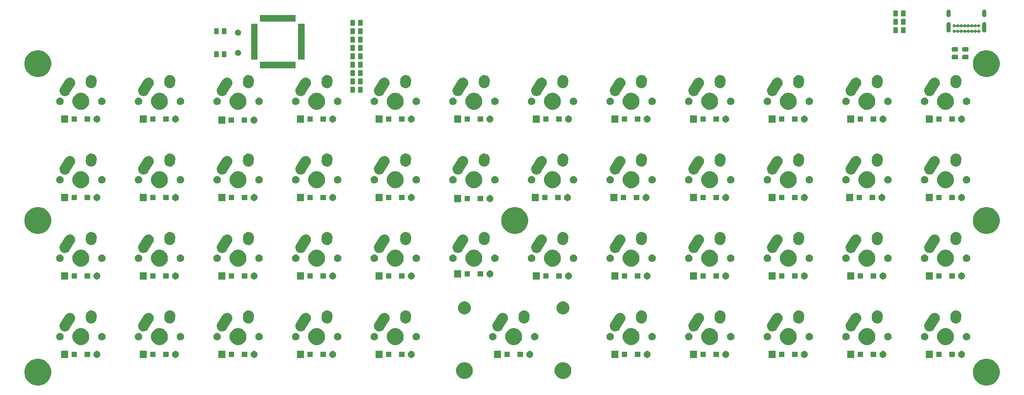
<source format=gbr>
G04 #@! TF.GenerationSoftware,KiCad,Pcbnew,(5.1.0)-1*
G04 #@! TF.CreationDate,2020-09-20T16:45:03-04:00*
G04 #@! TF.ProjectId,keyboard,6b657962-6f61-4726-942e-6b696361645f,rev?*
G04 #@! TF.SameCoordinates,Original*
G04 #@! TF.FileFunction,Soldermask,Bot*
G04 #@! TF.FilePolarity,Negative*
%FSLAX46Y46*%
G04 Gerber Fmt 4.6, Leading zero omitted, Abs format (unit mm)*
G04 Created by KiCad (PCBNEW (5.1.0)-1) date 2020-09-20 16:45:03*
%MOMM*%
%LPD*%
G04 APERTURE LIST*
%ADD10C,0.020000*%
G04 APERTURE END LIST*
D10*
G36*
X249808239Y-120255467D02*
G01*
X250122282Y-120317934D01*
X250713926Y-120563001D01*
X251246392Y-120918784D01*
X251699216Y-121371608D01*
X252054999Y-121904074D01*
X252287974Y-122466526D01*
X252300066Y-122495719D01*
X252425000Y-123123803D01*
X252425000Y-123764197D01*
X252362533Y-124078239D01*
X252300066Y-124392282D01*
X252054999Y-124983926D01*
X251699216Y-125516392D01*
X251246392Y-125969216D01*
X250713926Y-126324999D01*
X250122282Y-126570066D01*
X249808239Y-126632533D01*
X249494197Y-126695000D01*
X248853803Y-126695000D01*
X248539761Y-126632533D01*
X248225718Y-126570066D01*
X247634074Y-126324999D01*
X247101608Y-125969216D01*
X246648784Y-125516392D01*
X246293001Y-124983926D01*
X246047934Y-124392282D01*
X245985467Y-124078239D01*
X245923000Y-123764197D01*
X245923000Y-123123803D01*
X246047934Y-122495719D01*
X246060026Y-122466526D01*
X246293001Y-121904074D01*
X246648784Y-121371608D01*
X247101608Y-120918784D01*
X247634074Y-120563001D01*
X248225718Y-120317934D01*
X248539761Y-120255467D01*
X248853803Y-120193000D01*
X249494197Y-120193000D01*
X249808239Y-120255467D01*
X249808239Y-120255467D01*
G37*
G36*
X19938239Y-120255467D02*
G01*
X20252282Y-120317934D01*
X20843926Y-120563001D01*
X21376392Y-120918784D01*
X21829216Y-121371608D01*
X22184999Y-121904074D01*
X22417974Y-122466526D01*
X22430066Y-122495719D01*
X22555000Y-123123803D01*
X22555000Y-123764197D01*
X22492533Y-124078239D01*
X22430066Y-124392282D01*
X22184999Y-124983926D01*
X21829216Y-125516392D01*
X21376392Y-125969216D01*
X20843926Y-126324999D01*
X20252282Y-126570066D01*
X19938239Y-126632533D01*
X19624197Y-126695000D01*
X18983803Y-126695000D01*
X18669761Y-126632533D01*
X18355718Y-126570066D01*
X17764074Y-126324999D01*
X17231608Y-125969216D01*
X16778784Y-125516392D01*
X16423001Y-124983926D01*
X16177934Y-124392282D01*
X16115467Y-124078239D01*
X16053000Y-123764197D01*
X16053000Y-123123803D01*
X16177934Y-122495719D01*
X16190026Y-122466526D01*
X16423001Y-121904074D01*
X16778784Y-121371608D01*
X17231608Y-120918784D01*
X17764074Y-120563001D01*
X18355718Y-120317934D01*
X18669761Y-120255467D01*
X18983803Y-120193000D01*
X19624197Y-120193000D01*
X19938239Y-120255467D01*
X19938239Y-120255467D01*
G37*
G36*
X123278474Y-121096684D02*
G01*
X123496474Y-121186983D01*
X123650623Y-121250833D01*
X123985548Y-121474623D01*
X124270377Y-121759452D01*
X124494167Y-122094377D01*
X124494167Y-122094378D01*
X124648316Y-122466526D01*
X124726900Y-122861594D01*
X124726900Y-123264406D01*
X124648316Y-123659474D01*
X124604938Y-123764197D01*
X124494167Y-124031623D01*
X124270377Y-124366548D01*
X123985548Y-124651377D01*
X123650623Y-124875167D01*
X123496474Y-124939017D01*
X123278474Y-125029316D01*
X122883406Y-125107900D01*
X122480594Y-125107900D01*
X122085526Y-125029316D01*
X121867526Y-124939017D01*
X121713377Y-124875167D01*
X121378452Y-124651377D01*
X121093623Y-124366548D01*
X120869833Y-124031623D01*
X120759062Y-123764197D01*
X120715684Y-123659474D01*
X120637100Y-123264406D01*
X120637100Y-122861594D01*
X120715684Y-122466526D01*
X120869833Y-122094378D01*
X120869833Y-122094377D01*
X121093623Y-121759452D01*
X121378452Y-121474623D01*
X121713377Y-121250833D01*
X121867526Y-121186983D01*
X122085526Y-121096684D01*
X122480594Y-121018100D01*
X122883406Y-121018100D01*
X123278474Y-121096684D01*
X123278474Y-121096684D01*
G37*
G36*
X147154474Y-121096684D02*
G01*
X147372474Y-121186983D01*
X147526623Y-121250833D01*
X147861548Y-121474623D01*
X148146377Y-121759452D01*
X148370167Y-122094377D01*
X148370167Y-122094378D01*
X148524316Y-122466526D01*
X148602900Y-122861594D01*
X148602900Y-123264406D01*
X148524316Y-123659474D01*
X148480938Y-123764197D01*
X148370167Y-124031623D01*
X148146377Y-124366548D01*
X147861548Y-124651377D01*
X147526623Y-124875167D01*
X147372474Y-124939017D01*
X147154474Y-125029316D01*
X146759406Y-125107900D01*
X146356594Y-125107900D01*
X145961526Y-125029316D01*
X145743526Y-124939017D01*
X145589377Y-124875167D01*
X145254452Y-124651377D01*
X144969623Y-124366548D01*
X144745833Y-124031623D01*
X144635062Y-123764197D01*
X144591684Y-123659474D01*
X144513100Y-123264406D01*
X144513100Y-122861594D01*
X144591684Y-122466526D01*
X144745833Y-122094378D01*
X144745833Y-122094377D01*
X144969623Y-121759452D01*
X145254452Y-121474623D01*
X145589377Y-121250833D01*
X145743526Y-121186983D01*
X145961526Y-121096684D01*
X146356594Y-121018100D01*
X146759406Y-121018100D01*
X147154474Y-121096684D01*
X147154474Y-121096684D01*
G37*
G36*
X160019000Y-119977000D02*
G01*
X158317000Y-119977000D01*
X158317000Y-118275000D01*
X160019000Y-118275000D01*
X160019000Y-119977000D01*
X160019000Y-119977000D01*
G37*
G36*
X217169000Y-119977000D02*
G01*
X215467000Y-119977000D01*
X215467000Y-118275000D01*
X217169000Y-118275000D01*
X217169000Y-119977000D01*
X217169000Y-119977000D01*
G37*
G36*
X224366228Y-118307703D02*
G01*
X224521100Y-118371853D01*
X224660481Y-118464985D01*
X224779015Y-118583519D01*
X224872147Y-118722900D01*
X224936297Y-118877772D01*
X224969000Y-119042184D01*
X224969000Y-119209816D01*
X224936297Y-119374228D01*
X224872147Y-119529100D01*
X224779015Y-119668481D01*
X224660481Y-119787015D01*
X224521100Y-119880147D01*
X224366228Y-119944297D01*
X224201816Y-119977000D01*
X224034184Y-119977000D01*
X223869772Y-119944297D01*
X223714900Y-119880147D01*
X223575519Y-119787015D01*
X223456985Y-119668481D01*
X223363853Y-119529100D01*
X223299703Y-119374228D01*
X223267000Y-119209816D01*
X223267000Y-119042184D01*
X223299703Y-118877772D01*
X223363853Y-118722900D01*
X223456985Y-118583519D01*
X223575519Y-118464985D01*
X223714900Y-118371853D01*
X223869772Y-118307703D01*
X224034184Y-118275000D01*
X224201816Y-118275000D01*
X224366228Y-118307703D01*
X224366228Y-118307703D01*
G37*
G36*
X205316228Y-118307703D02*
G01*
X205471100Y-118371853D01*
X205610481Y-118464985D01*
X205729015Y-118583519D01*
X205822147Y-118722900D01*
X205886297Y-118877772D01*
X205919000Y-119042184D01*
X205919000Y-119209816D01*
X205886297Y-119374228D01*
X205822147Y-119529100D01*
X205729015Y-119668481D01*
X205610481Y-119787015D01*
X205471100Y-119880147D01*
X205316228Y-119944297D01*
X205151816Y-119977000D01*
X204984184Y-119977000D01*
X204819772Y-119944297D01*
X204664900Y-119880147D01*
X204525519Y-119787015D01*
X204406985Y-119668481D01*
X204313853Y-119529100D01*
X204249703Y-119374228D01*
X204217000Y-119209816D01*
X204217000Y-119042184D01*
X204249703Y-118877772D01*
X204313853Y-118722900D01*
X204406985Y-118583519D01*
X204525519Y-118464985D01*
X204664900Y-118371853D01*
X204819772Y-118307703D01*
X204984184Y-118275000D01*
X205151816Y-118275000D01*
X205316228Y-118307703D01*
X205316228Y-118307703D01*
G37*
G36*
X198119000Y-119977000D02*
G01*
X196417000Y-119977000D01*
X196417000Y-118275000D01*
X198119000Y-118275000D01*
X198119000Y-119977000D01*
X198119000Y-119977000D01*
G37*
G36*
X186266228Y-118307703D02*
G01*
X186421100Y-118371853D01*
X186560481Y-118464985D01*
X186679015Y-118583519D01*
X186772147Y-118722900D01*
X186836297Y-118877772D01*
X186869000Y-119042184D01*
X186869000Y-119209816D01*
X186836297Y-119374228D01*
X186772147Y-119529100D01*
X186679015Y-119668481D01*
X186560481Y-119787015D01*
X186421100Y-119880147D01*
X186266228Y-119944297D01*
X186101816Y-119977000D01*
X185934184Y-119977000D01*
X185769772Y-119944297D01*
X185614900Y-119880147D01*
X185475519Y-119787015D01*
X185356985Y-119668481D01*
X185263853Y-119529100D01*
X185199703Y-119374228D01*
X185167000Y-119209816D01*
X185167000Y-119042184D01*
X185199703Y-118877772D01*
X185263853Y-118722900D01*
X185356985Y-118583519D01*
X185475519Y-118464985D01*
X185614900Y-118371853D01*
X185769772Y-118307703D01*
X185934184Y-118275000D01*
X186101816Y-118275000D01*
X186266228Y-118307703D01*
X186266228Y-118307703D01*
G37*
G36*
X179069000Y-119977000D02*
G01*
X177367000Y-119977000D01*
X177367000Y-118275000D01*
X179069000Y-118275000D01*
X179069000Y-119977000D01*
X179069000Y-119977000D01*
G37*
G36*
X167216228Y-118307703D02*
G01*
X167371100Y-118371853D01*
X167510481Y-118464985D01*
X167629015Y-118583519D01*
X167722147Y-118722900D01*
X167786297Y-118877772D01*
X167819000Y-119042184D01*
X167819000Y-119209816D01*
X167786297Y-119374228D01*
X167722147Y-119529100D01*
X167629015Y-119668481D01*
X167510481Y-119787015D01*
X167371100Y-119880147D01*
X167216228Y-119944297D01*
X167051816Y-119977000D01*
X166884184Y-119977000D01*
X166719772Y-119944297D01*
X166564900Y-119880147D01*
X166425519Y-119787015D01*
X166306985Y-119668481D01*
X166213853Y-119529100D01*
X166149703Y-119374228D01*
X166117000Y-119209816D01*
X166117000Y-119042184D01*
X166149703Y-118877772D01*
X166213853Y-118722900D01*
X166306985Y-118583519D01*
X166425519Y-118464985D01*
X166564900Y-118371853D01*
X166719772Y-118307703D01*
X166884184Y-118275000D01*
X167051816Y-118275000D01*
X167216228Y-118307703D01*
X167216228Y-118307703D01*
G37*
G36*
X131571000Y-119977000D02*
G01*
X129869000Y-119977000D01*
X129869000Y-118275000D01*
X131571000Y-118275000D01*
X131571000Y-119977000D01*
X131571000Y-119977000D01*
G37*
G36*
X138768228Y-118307703D02*
G01*
X138923100Y-118371853D01*
X139062481Y-118464985D01*
X139181015Y-118583519D01*
X139274147Y-118722900D01*
X139338297Y-118877772D01*
X139371000Y-119042184D01*
X139371000Y-119209816D01*
X139338297Y-119374228D01*
X139274147Y-119529100D01*
X139181015Y-119668481D01*
X139062481Y-119787015D01*
X138923100Y-119880147D01*
X138768228Y-119944297D01*
X138603816Y-119977000D01*
X138436184Y-119977000D01*
X138271772Y-119944297D01*
X138116900Y-119880147D01*
X137977519Y-119787015D01*
X137858985Y-119668481D01*
X137765853Y-119529100D01*
X137701703Y-119374228D01*
X137669000Y-119209816D01*
X137669000Y-119042184D01*
X137701703Y-118877772D01*
X137765853Y-118722900D01*
X137858985Y-118583519D01*
X137977519Y-118464985D01*
X138116900Y-118371853D01*
X138271772Y-118307703D01*
X138436184Y-118275000D01*
X138603816Y-118275000D01*
X138768228Y-118307703D01*
X138768228Y-118307703D01*
G37*
G36*
X102869000Y-119977000D02*
G01*
X101167000Y-119977000D01*
X101167000Y-118275000D01*
X102869000Y-118275000D01*
X102869000Y-119977000D01*
X102869000Y-119977000D01*
G37*
G36*
X236219000Y-119977000D02*
G01*
X234517000Y-119977000D01*
X234517000Y-118275000D01*
X236219000Y-118275000D01*
X236219000Y-119977000D01*
X236219000Y-119977000D01*
G37*
G36*
X91016228Y-118307703D02*
G01*
X91171100Y-118371853D01*
X91310481Y-118464985D01*
X91429015Y-118583519D01*
X91522147Y-118722900D01*
X91586297Y-118877772D01*
X91619000Y-119042184D01*
X91619000Y-119209816D01*
X91586297Y-119374228D01*
X91522147Y-119529100D01*
X91429015Y-119668481D01*
X91310481Y-119787015D01*
X91171100Y-119880147D01*
X91016228Y-119944297D01*
X90851816Y-119977000D01*
X90684184Y-119977000D01*
X90519772Y-119944297D01*
X90364900Y-119880147D01*
X90225519Y-119787015D01*
X90106985Y-119668481D01*
X90013853Y-119529100D01*
X89949703Y-119374228D01*
X89917000Y-119209816D01*
X89917000Y-119042184D01*
X89949703Y-118877772D01*
X90013853Y-118722900D01*
X90106985Y-118583519D01*
X90225519Y-118464985D01*
X90364900Y-118371853D01*
X90519772Y-118307703D01*
X90684184Y-118275000D01*
X90851816Y-118275000D01*
X91016228Y-118307703D01*
X91016228Y-118307703D01*
G37*
G36*
X243416228Y-118307703D02*
G01*
X243571100Y-118371853D01*
X243710481Y-118464985D01*
X243829015Y-118583519D01*
X243922147Y-118722900D01*
X243986297Y-118877772D01*
X244019000Y-119042184D01*
X244019000Y-119209816D01*
X243986297Y-119374228D01*
X243922147Y-119529100D01*
X243829015Y-119668481D01*
X243710481Y-119787015D01*
X243571100Y-119880147D01*
X243416228Y-119944297D01*
X243251816Y-119977000D01*
X243084184Y-119977000D01*
X242919772Y-119944297D01*
X242764900Y-119880147D01*
X242625519Y-119787015D01*
X242506985Y-119668481D01*
X242413853Y-119529100D01*
X242349703Y-119374228D01*
X242317000Y-119209816D01*
X242317000Y-119042184D01*
X242349703Y-118877772D01*
X242413853Y-118722900D01*
X242506985Y-118583519D01*
X242625519Y-118464985D01*
X242764900Y-118371853D01*
X242919772Y-118307703D01*
X243084184Y-118275000D01*
X243251816Y-118275000D01*
X243416228Y-118307703D01*
X243416228Y-118307703D01*
G37*
G36*
X33866228Y-118307703D02*
G01*
X34021100Y-118371853D01*
X34160481Y-118464985D01*
X34279015Y-118583519D01*
X34372147Y-118722900D01*
X34436297Y-118877772D01*
X34469000Y-119042184D01*
X34469000Y-119209816D01*
X34436297Y-119374228D01*
X34372147Y-119529100D01*
X34279015Y-119668481D01*
X34160481Y-119787015D01*
X34021100Y-119880147D01*
X33866228Y-119944297D01*
X33701816Y-119977000D01*
X33534184Y-119977000D01*
X33369772Y-119944297D01*
X33214900Y-119880147D01*
X33075519Y-119787015D01*
X32956985Y-119668481D01*
X32863853Y-119529100D01*
X32799703Y-119374228D01*
X32767000Y-119209816D01*
X32767000Y-119042184D01*
X32799703Y-118877772D01*
X32863853Y-118722900D01*
X32956985Y-118583519D01*
X33075519Y-118464985D01*
X33214900Y-118371853D01*
X33369772Y-118307703D01*
X33534184Y-118275000D01*
X33701816Y-118275000D01*
X33866228Y-118307703D01*
X33866228Y-118307703D01*
G37*
G36*
X26669000Y-119977000D02*
G01*
X24967000Y-119977000D01*
X24967000Y-118275000D01*
X26669000Y-118275000D01*
X26669000Y-119977000D01*
X26669000Y-119977000D01*
G37*
G36*
X45719000Y-119977000D02*
G01*
X44017000Y-119977000D01*
X44017000Y-118275000D01*
X45719000Y-118275000D01*
X45719000Y-119977000D01*
X45719000Y-119977000D01*
G37*
G36*
X52916228Y-118307703D02*
G01*
X53071100Y-118371853D01*
X53210481Y-118464985D01*
X53329015Y-118583519D01*
X53422147Y-118722900D01*
X53486297Y-118877772D01*
X53519000Y-119042184D01*
X53519000Y-119209816D01*
X53486297Y-119374228D01*
X53422147Y-119529100D01*
X53329015Y-119668481D01*
X53210481Y-119787015D01*
X53071100Y-119880147D01*
X52916228Y-119944297D01*
X52751816Y-119977000D01*
X52584184Y-119977000D01*
X52419772Y-119944297D01*
X52264900Y-119880147D01*
X52125519Y-119787015D01*
X52006985Y-119668481D01*
X51913853Y-119529100D01*
X51849703Y-119374228D01*
X51817000Y-119209816D01*
X51817000Y-119042184D01*
X51849703Y-118877772D01*
X51913853Y-118722900D01*
X52006985Y-118583519D01*
X52125519Y-118464985D01*
X52264900Y-118371853D01*
X52419772Y-118307703D01*
X52584184Y-118275000D01*
X52751816Y-118275000D01*
X52916228Y-118307703D01*
X52916228Y-118307703D01*
G37*
G36*
X71966228Y-118307703D02*
G01*
X72121100Y-118371853D01*
X72260481Y-118464985D01*
X72379015Y-118583519D01*
X72472147Y-118722900D01*
X72536297Y-118877772D01*
X72569000Y-119042184D01*
X72569000Y-119209816D01*
X72536297Y-119374228D01*
X72472147Y-119529100D01*
X72379015Y-119668481D01*
X72260481Y-119787015D01*
X72121100Y-119880147D01*
X71966228Y-119944297D01*
X71801816Y-119977000D01*
X71634184Y-119977000D01*
X71469772Y-119944297D01*
X71314900Y-119880147D01*
X71175519Y-119787015D01*
X71056985Y-119668481D01*
X70963853Y-119529100D01*
X70899703Y-119374228D01*
X70867000Y-119209816D01*
X70867000Y-119042184D01*
X70899703Y-118877772D01*
X70963853Y-118722900D01*
X71056985Y-118583519D01*
X71175519Y-118464985D01*
X71314900Y-118371853D01*
X71469772Y-118307703D01*
X71634184Y-118275000D01*
X71801816Y-118275000D01*
X71966228Y-118307703D01*
X71966228Y-118307703D01*
G37*
G36*
X64769000Y-119977000D02*
G01*
X63067000Y-119977000D01*
X63067000Y-118275000D01*
X64769000Y-118275000D01*
X64769000Y-119977000D01*
X64769000Y-119977000D01*
G37*
G36*
X83819000Y-119977000D02*
G01*
X82117000Y-119977000D01*
X82117000Y-118275000D01*
X83819000Y-118275000D01*
X83819000Y-119977000D01*
X83819000Y-119977000D01*
G37*
G36*
X110066228Y-118307703D02*
G01*
X110221100Y-118371853D01*
X110360481Y-118464985D01*
X110479015Y-118583519D01*
X110572147Y-118722900D01*
X110636297Y-118877772D01*
X110669000Y-119042184D01*
X110669000Y-119209816D01*
X110636297Y-119374228D01*
X110572147Y-119529100D01*
X110479015Y-119668481D01*
X110360481Y-119787015D01*
X110221100Y-119880147D01*
X110066228Y-119944297D01*
X109901816Y-119977000D01*
X109734184Y-119977000D01*
X109569772Y-119944297D01*
X109414900Y-119880147D01*
X109275519Y-119787015D01*
X109156985Y-119668481D01*
X109063853Y-119529100D01*
X108999703Y-119374228D01*
X108967000Y-119209816D01*
X108967000Y-119042184D01*
X108999703Y-118877772D01*
X109063853Y-118722900D01*
X109156985Y-118583519D01*
X109275519Y-118464985D01*
X109414900Y-118371853D01*
X109569772Y-118307703D01*
X109734184Y-118275000D01*
X109901816Y-118275000D01*
X110066228Y-118307703D01*
X110066228Y-118307703D01*
G37*
G36*
X47844000Y-119777000D02*
G01*
X46542000Y-119777000D01*
X46542000Y-118475000D01*
X47844000Y-118475000D01*
X47844000Y-119777000D01*
X47844000Y-119777000D01*
G37*
G36*
X85944000Y-119777000D02*
G01*
X84642000Y-119777000D01*
X84642000Y-118475000D01*
X85944000Y-118475000D01*
X85944000Y-119777000D01*
X85944000Y-119777000D01*
G37*
G36*
X89094000Y-119777000D02*
G01*
X87792000Y-119777000D01*
X87792000Y-118475000D01*
X89094000Y-118475000D01*
X89094000Y-119777000D01*
X89094000Y-119777000D01*
G37*
G36*
X70044000Y-119777000D02*
G01*
X68742000Y-119777000D01*
X68742000Y-118475000D01*
X70044000Y-118475000D01*
X70044000Y-119777000D01*
X70044000Y-119777000D01*
G37*
G36*
X104994000Y-119777000D02*
G01*
X103692000Y-119777000D01*
X103692000Y-118475000D01*
X104994000Y-118475000D01*
X104994000Y-119777000D01*
X104994000Y-119777000D01*
G37*
G36*
X108144000Y-119777000D02*
G01*
X106842000Y-119777000D01*
X106842000Y-118475000D01*
X108144000Y-118475000D01*
X108144000Y-119777000D01*
X108144000Y-119777000D01*
G37*
G36*
X66894000Y-119777000D02*
G01*
X65592000Y-119777000D01*
X65592000Y-118475000D01*
X66894000Y-118475000D01*
X66894000Y-119777000D01*
X66894000Y-119777000D01*
G37*
G36*
X133696000Y-119777000D02*
G01*
X132394000Y-119777000D01*
X132394000Y-118475000D01*
X133696000Y-118475000D01*
X133696000Y-119777000D01*
X133696000Y-119777000D01*
G37*
G36*
X136846000Y-119777000D02*
G01*
X135544000Y-119777000D01*
X135544000Y-118475000D01*
X136846000Y-118475000D01*
X136846000Y-119777000D01*
X136846000Y-119777000D01*
G37*
G36*
X162144000Y-119777000D02*
G01*
X160842000Y-119777000D01*
X160842000Y-118475000D01*
X162144000Y-118475000D01*
X162144000Y-119777000D01*
X162144000Y-119777000D01*
G37*
G36*
X165294000Y-119777000D02*
G01*
X163992000Y-119777000D01*
X163992000Y-118475000D01*
X165294000Y-118475000D01*
X165294000Y-119777000D01*
X165294000Y-119777000D01*
G37*
G36*
X181194000Y-119777000D02*
G01*
X179892000Y-119777000D01*
X179892000Y-118475000D01*
X181194000Y-118475000D01*
X181194000Y-119777000D01*
X181194000Y-119777000D01*
G37*
G36*
X28794000Y-119777000D02*
G01*
X27492000Y-119777000D01*
X27492000Y-118475000D01*
X28794000Y-118475000D01*
X28794000Y-119777000D01*
X28794000Y-119777000D01*
G37*
G36*
X203394000Y-119777000D02*
G01*
X202092000Y-119777000D01*
X202092000Y-118475000D01*
X203394000Y-118475000D01*
X203394000Y-119777000D01*
X203394000Y-119777000D01*
G37*
G36*
X200244000Y-119777000D02*
G01*
X198942000Y-119777000D01*
X198942000Y-118475000D01*
X200244000Y-118475000D01*
X200244000Y-119777000D01*
X200244000Y-119777000D01*
G37*
G36*
X50994000Y-119777000D02*
G01*
X49692000Y-119777000D01*
X49692000Y-118475000D01*
X50994000Y-118475000D01*
X50994000Y-119777000D01*
X50994000Y-119777000D01*
G37*
G36*
X31944000Y-119777000D02*
G01*
X30642000Y-119777000D01*
X30642000Y-118475000D01*
X31944000Y-118475000D01*
X31944000Y-119777000D01*
X31944000Y-119777000D01*
G37*
G36*
X184344000Y-119777000D02*
G01*
X183042000Y-119777000D01*
X183042000Y-118475000D01*
X184344000Y-118475000D01*
X184344000Y-119777000D01*
X184344000Y-119777000D01*
G37*
G36*
X222444000Y-119777000D02*
G01*
X221142000Y-119777000D01*
X221142000Y-118475000D01*
X222444000Y-118475000D01*
X222444000Y-119777000D01*
X222444000Y-119777000D01*
G37*
G36*
X241494000Y-119777000D02*
G01*
X240192000Y-119777000D01*
X240192000Y-118475000D01*
X241494000Y-118475000D01*
X241494000Y-119777000D01*
X241494000Y-119777000D01*
G37*
G36*
X238344000Y-119777000D02*
G01*
X237042000Y-119777000D01*
X237042000Y-118475000D01*
X238344000Y-118475000D01*
X238344000Y-119777000D01*
X238344000Y-119777000D01*
G37*
G36*
X219294000Y-119777000D02*
G01*
X217992000Y-119777000D01*
X217992000Y-118475000D01*
X219294000Y-118475000D01*
X219294000Y-119777000D01*
X219294000Y-119777000D01*
G37*
G36*
X106514474Y-112841684D02*
G01*
X106732474Y-112931983D01*
X106886623Y-112995833D01*
X107221548Y-113219623D01*
X107506377Y-113504452D01*
X107730167Y-113839377D01*
X107794017Y-113993526D01*
X107884316Y-114211526D01*
X107962900Y-114606594D01*
X107962900Y-115009406D01*
X107884316Y-115404474D01*
X107800322Y-115607253D01*
X107730167Y-115776623D01*
X107506377Y-116111548D01*
X107221548Y-116396377D01*
X106886623Y-116620167D01*
X106732474Y-116684017D01*
X106514474Y-116774316D01*
X106119406Y-116852900D01*
X105716594Y-116852900D01*
X105321526Y-116774316D01*
X105103526Y-116684017D01*
X104949377Y-116620167D01*
X104614452Y-116396377D01*
X104329623Y-116111548D01*
X104105833Y-115776623D01*
X104035678Y-115607253D01*
X103951684Y-115404474D01*
X103873100Y-115009406D01*
X103873100Y-114606594D01*
X103951684Y-114211526D01*
X104041983Y-113993526D01*
X104105833Y-113839377D01*
X104329623Y-113504452D01*
X104614452Y-113219623D01*
X104949377Y-112995833D01*
X105103526Y-112931983D01*
X105321526Y-112841684D01*
X105716594Y-112763100D01*
X106119406Y-112763100D01*
X106514474Y-112841684D01*
X106514474Y-112841684D01*
G37*
G36*
X163664474Y-112841684D02*
G01*
X163882474Y-112931983D01*
X164036623Y-112995833D01*
X164371548Y-113219623D01*
X164656377Y-113504452D01*
X164880167Y-113839377D01*
X164944017Y-113993526D01*
X165034316Y-114211526D01*
X165112900Y-114606594D01*
X165112900Y-115009406D01*
X165034316Y-115404474D01*
X164950322Y-115607253D01*
X164880167Y-115776623D01*
X164656377Y-116111548D01*
X164371548Y-116396377D01*
X164036623Y-116620167D01*
X163882474Y-116684017D01*
X163664474Y-116774316D01*
X163269406Y-116852900D01*
X162866594Y-116852900D01*
X162471526Y-116774316D01*
X162253526Y-116684017D01*
X162099377Y-116620167D01*
X161764452Y-116396377D01*
X161479623Y-116111548D01*
X161255833Y-115776623D01*
X161185678Y-115607253D01*
X161101684Y-115404474D01*
X161023100Y-115009406D01*
X161023100Y-114606594D01*
X161101684Y-114211526D01*
X161191983Y-113993526D01*
X161255833Y-113839377D01*
X161479623Y-113504452D01*
X161764452Y-113219623D01*
X162099377Y-112995833D01*
X162253526Y-112931983D01*
X162471526Y-112841684D01*
X162866594Y-112763100D01*
X163269406Y-112763100D01*
X163664474Y-112841684D01*
X163664474Y-112841684D01*
G37*
G36*
X182714474Y-112841684D02*
G01*
X182932474Y-112931983D01*
X183086623Y-112995833D01*
X183421548Y-113219623D01*
X183706377Y-113504452D01*
X183930167Y-113839377D01*
X183994017Y-113993526D01*
X184084316Y-114211526D01*
X184162900Y-114606594D01*
X184162900Y-115009406D01*
X184084316Y-115404474D01*
X184000322Y-115607253D01*
X183930167Y-115776623D01*
X183706377Y-116111548D01*
X183421548Y-116396377D01*
X183086623Y-116620167D01*
X182932474Y-116684017D01*
X182714474Y-116774316D01*
X182319406Y-116852900D01*
X181916594Y-116852900D01*
X181521526Y-116774316D01*
X181303526Y-116684017D01*
X181149377Y-116620167D01*
X180814452Y-116396377D01*
X180529623Y-116111548D01*
X180305833Y-115776623D01*
X180235678Y-115607253D01*
X180151684Y-115404474D01*
X180073100Y-115009406D01*
X180073100Y-114606594D01*
X180151684Y-114211526D01*
X180241983Y-113993526D01*
X180305833Y-113839377D01*
X180529623Y-113504452D01*
X180814452Y-113219623D01*
X181149377Y-112995833D01*
X181303526Y-112931983D01*
X181521526Y-112841684D01*
X181916594Y-112763100D01*
X182319406Y-112763100D01*
X182714474Y-112841684D01*
X182714474Y-112841684D01*
G37*
G36*
X135216474Y-112841684D02*
G01*
X135434474Y-112931983D01*
X135588623Y-112995833D01*
X135923548Y-113219623D01*
X136208377Y-113504452D01*
X136432167Y-113839377D01*
X136496017Y-113993526D01*
X136586316Y-114211526D01*
X136664900Y-114606594D01*
X136664900Y-115009406D01*
X136586316Y-115404474D01*
X136502322Y-115607253D01*
X136432167Y-115776623D01*
X136208377Y-116111548D01*
X135923548Y-116396377D01*
X135588623Y-116620167D01*
X135434474Y-116684017D01*
X135216474Y-116774316D01*
X134821406Y-116852900D01*
X134418594Y-116852900D01*
X134023526Y-116774316D01*
X133805526Y-116684017D01*
X133651377Y-116620167D01*
X133316452Y-116396377D01*
X133031623Y-116111548D01*
X132807833Y-115776623D01*
X132737678Y-115607253D01*
X132653684Y-115404474D01*
X132575100Y-115009406D01*
X132575100Y-114606594D01*
X132653684Y-114211526D01*
X132743983Y-113993526D01*
X132807833Y-113839377D01*
X133031623Y-113504452D01*
X133316452Y-113219623D01*
X133651377Y-112995833D01*
X133805526Y-112931983D01*
X134023526Y-112841684D01*
X134418594Y-112763100D01*
X134821406Y-112763100D01*
X135216474Y-112841684D01*
X135216474Y-112841684D01*
G37*
G36*
X201764474Y-112841684D02*
G01*
X201982474Y-112931983D01*
X202136623Y-112995833D01*
X202471548Y-113219623D01*
X202756377Y-113504452D01*
X202980167Y-113839377D01*
X203044017Y-113993526D01*
X203134316Y-114211526D01*
X203212900Y-114606594D01*
X203212900Y-115009406D01*
X203134316Y-115404474D01*
X203050322Y-115607253D01*
X202980167Y-115776623D01*
X202756377Y-116111548D01*
X202471548Y-116396377D01*
X202136623Y-116620167D01*
X201982474Y-116684017D01*
X201764474Y-116774316D01*
X201369406Y-116852900D01*
X200966594Y-116852900D01*
X200571526Y-116774316D01*
X200353526Y-116684017D01*
X200199377Y-116620167D01*
X199864452Y-116396377D01*
X199579623Y-116111548D01*
X199355833Y-115776623D01*
X199285678Y-115607253D01*
X199201684Y-115404474D01*
X199123100Y-115009406D01*
X199123100Y-114606594D01*
X199201684Y-114211526D01*
X199291983Y-113993526D01*
X199355833Y-113839377D01*
X199579623Y-113504452D01*
X199864452Y-113219623D01*
X200199377Y-112995833D01*
X200353526Y-112931983D01*
X200571526Y-112841684D01*
X200966594Y-112763100D01*
X201369406Y-112763100D01*
X201764474Y-112841684D01*
X201764474Y-112841684D01*
G37*
G36*
X68414474Y-112841684D02*
G01*
X68632474Y-112931983D01*
X68786623Y-112995833D01*
X69121548Y-113219623D01*
X69406377Y-113504452D01*
X69630167Y-113839377D01*
X69694017Y-113993526D01*
X69784316Y-114211526D01*
X69862900Y-114606594D01*
X69862900Y-115009406D01*
X69784316Y-115404474D01*
X69700322Y-115607253D01*
X69630167Y-115776623D01*
X69406377Y-116111548D01*
X69121548Y-116396377D01*
X68786623Y-116620167D01*
X68632474Y-116684017D01*
X68414474Y-116774316D01*
X68019406Y-116852900D01*
X67616594Y-116852900D01*
X67221526Y-116774316D01*
X67003526Y-116684017D01*
X66849377Y-116620167D01*
X66514452Y-116396377D01*
X66229623Y-116111548D01*
X66005833Y-115776623D01*
X65935678Y-115607253D01*
X65851684Y-115404474D01*
X65773100Y-115009406D01*
X65773100Y-114606594D01*
X65851684Y-114211526D01*
X65941983Y-113993526D01*
X66005833Y-113839377D01*
X66229623Y-113504452D01*
X66514452Y-113219623D01*
X66849377Y-112995833D01*
X67003526Y-112931983D01*
X67221526Y-112841684D01*
X67616594Y-112763100D01*
X68019406Y-112763100D01*
X68414474Y-112841684D01*
X68414474Y-112841684D01*
G37*
G36*
X220814474Y-112841684D02*
G01*
X221032474Y-112931983D01*
X221186623Y-112995833D01*
X221521548Y-113219623D01*
X221806377Y-113504452D01*
X222030167Y-113839377D01*
X222094017Y-113993526D01*
X222184316Y-114211526D01*
X222262900Y-114606594D01*
X222262900Y-115009406D01*
X222184316Y-115404474D01*
X222100322Y-115607253D01*
X222030167Y-115776623D01*
X221806377Y-116111548D01*
X221521548Y-116396377D01*
X221186623Y-116620167D01*
X221032474Y-116684017D01*
X220814474Y-116774316D01*
X220419406Y-116852900D01*
X220016594Y-116852900D01*
X219621526Y-116774316D01*
X219403526Y-116684017D01*
X219249377Y-116620167D01*
X218914452Y-116396377D01*
X218629623Y-116111548D01*
X218405833Y-115776623D01*
X218335678Y-115607253D01*
X218251684Y-115404474D01*
X218173100Y-115009406D01*
X218173100Y-114606594D01*
X218251684Y-114211526D01*
X218341983Y-113993526D01*
X218405833Y-113839377D01*
X218629623Y-113504452D01*
X218914452Y-113219623D01*
X219249377Y-112995833D01*
X219403526Y-112931983D01*
X219621526Y-112841684D01*
X220016594Y-112763100D01*
X220419406Y-112763100D01*
X220814474Y-112841684D01*
X220814474Y-112841684D01*
G37*
G36*
X239864474Y-112841684D02*
G01*
X240082474Y-112931983D01*
X240236623Y-112995833D01*
X240571548Y-113219623D01*
X240856377Y-113504452D01*
X241080167Y-113839377D01*
X241144017Y-113993526D01*
X241234316Y-114211526D01*
X241312900Y-114606594D01*
X241312900Y-115009406D01*
X241234316Y-115404474D01*
X241150322Y-115607253D01*
X241080167Y-115776623D01*
X240856377Y-116111548D01*
X240571548Y-116396377D01*
X240236623Y-116620167D01*
X240082474Y-116684017D01*
X239864474Y-116774316D01*
X239469406Y-116852900D01*
X239066594Y-116852900D01*
X238671526Y-116774316D01*
X238453526Y-116684017D01*
X238299377Y-116620167D01*
X237964452Y-116396377D01*
X237679623Y-116111548D01*
X237455833Y-115776623D01*
X237385678Y-115607253D01*
X237301684Y-115404474D01*
X237223100Y-115009406D01*
X237223100Y-114606594D01*
X237301684Y-114211526D01*
X237391983Y-113993526D01*
X237455833Y-113839377D01*
X237679623Y-113504452D01*
X237964452Y-113219623D01*
X238299377Y-112995833D01*
X238453526Y-112931983D01*
X238671526Y-112841684D01*
X239066594Y-112763100D01*
X239469406Y-112763100D01*
X239864474Y-112841684D01*
X239864474Y-112841684D01*
G37*
G36*
X49364474Y-112841684D02*
G01*
X49582474Y-112931983D01*
X49736623Y-112995833D01*
X50071548Y-113219623D01*
X50356377Y-113504452D01*
X50580167Y-113839377D01*
X50644017Y-113993526D01*
X50734316Y-114211526D01*
X50812900Y-114606594D01*
X50812900Y-115009406D01*
X50734316Y-115404474D01*
X50650322Y-115607253D01*
X50580167Y-115776623D01*
X50356377Y-116111548D01*
X50071548Y-116396377D01*
X49736623Y-116620167D01*
X49582474Y-116684017D01*
X49364474Y-116774316D01*
X48969406Y-116852900D01*
X48566594Y-116852900D01*
X48171526Y-116774316D01*
X47953526Y-116684017D01*
X47799377Y-116620167D01*
X47464452Y-116396377D01*
X47179623Y-116111548D01*
X46955833Y-115776623D01*
X46885678Y-115607253D01*
X46801684Y-115404474D01*
X46723100Y-115009406D01*
X46723100Y-114606594D01*
X46801684Y-114211526D01*
X46891983Y-113993526D01*
X46955833Y-113839377D01*
X47179623Y-113504452D01*
X47464452Y-113219623D01*
X47799377Y-112995833D01*
X47953526Y-112931983D01*
X48171526Y-112841684D01*
X48566594Y-112763100D01*
X48969406Y-112763100D01*
X49364474Y-112841684D01*
X49364474Y-112841684D01*
G37*
G36*
X30314474Y-112841684D02*
G01*
X30532474Y-112931983D01*
X30686623Y-112995833D01*
X31021548Y-113219623D01*
X31306377Y-113504452D01*
X31530167Y-113839377D01*
X31594017Y-113993526D01*
X31684316Y-114211526D01*
X31762900Y-114606594D01*
X31762900Y-115009406D01*
X31684316Y-115404474D01*
X31600322Y-115607253D01*
X31530167Y-115776623D01*
X31306377Y-116111548D01*
X31021548Y-116396377D01*
X30686623Y-116620167D01*
X30532474Y-116684017D01*
X30314474Y-116774316D01*
X29919406Y-116852900D01*
X29516594Y-116852900D01*
X29121526Y-116774316D01*
X28903526Y-116684017D01*
X28749377Y-116620167D01*
X28414452Y-116396377D01*
X28129623Y-116111548D01*
X27905833Y-115776623D01*
X27835678Y-115607253D01*
X27751684Y-115404474D01*
X27673100Y-115009406D01*
X27673100Y-114606594D01*
X27751684Y-114211526D01*
X27841983Y-113993526D01*
X27905833Y-113839377D01*
X28129623Y-113504452D01*
X28414452Y-113219623D01*
X28749377Y-112995833D01*
X28903526Y-112931983D01*
X29121526Y-112841684D01*
X29516594Y-112763100D01*
X29919406Y-112763100D01*
X30314474Y-112841684D01*
X30314474Y-112841684D01*
G37*
G36*
X87464474Y-112841684D02*
G01*
X87682474Y-112931983D01*
X87836623Y-112995833D01*
X88171548Y-113219623D01*
X88456377Y-113504452D01*
X88680167Y-113839377D01*
X88744017Y-113993526D01*
X88834316Y-114211526D01*
X88912900Y-114606594D01*
X88912900Y-115009406D01*
X88834316Y-115404474D01*
X88750322Y-115607253D01*
X88680167Y-115776623D01*
X88456377Y-116111548D01*
X88171548Y-116396377D01*
X87836623Y-116620167D01*
X87682474Y-116684017D01*
X87464474Y-116774316D01*
X87069406Y-116852900D01*
X86666594Y-116852900D01*
X86271526Y-116774316D01*
X86053526Y-116684017D01*
X85899377Y-116620167D01*
X85564452Y-116396377D01*
X85279623Y-116111548D01*
X85055833Y-115776623D01*
X84985678Y-115607253D01*
X84901684Y-115404474D01*
X84823100Y-115009406D01*
X84823100Y-114606594D01*
X84901684Y-114211526D01*
X84991983Y-113993526D01*
X85055833Y-113839377D01*
X85279623Y-113504452D01*
X85564452Y-113219623D01*
X85899377Y-112995833D01*
X86053526Y-112931983D01*
X86271526Y-112841684D01*
X86666594Y-112763100D01*
X87069406Y-112763100D01*
X87464474Y-112841684D01*
X87464474Y-112841684D01*
G37*
G36*
X168323952Y-113923430D02*
G01*
X168411075Y-113940759D01*
X168520498Y-113986084D01*
X168575211Y-114008747D01*
X168721933Y-114106783D01*
X168722928Y-114107448D01*
X168848552Y-114233072D01*
X168848554Y-114233075D01*
X168947253Y-114380789D01*
X168947253Y-114380790D01*
X169015241Y-114544925D01*
X169049900Y-114719171D01*
X169049900Y-114896829D01*
X169015241Y-115071075D01*
X168969916Y-115180498D01*
X168947253Y-115235211D01*
X168849217Y-115381933D01*
X168848552Y-115382928D01*
X168722928Y-115508552D01*
X168722925Y-115508554D01*
X168575211Y-115607253D01*
X168520498Y-115629916D01*
X168411075Y-115675241D01*
X168323952Y-115692570D01*
X168236831Y-115709900D01*
X168059169Y-115709900D01*
X167972048Y-115692570D01*
X167884925Y-115675241D01*
X167775502Y-115629916D01*
X167720789Y-115607253D01*
X167573075Y-115508554D01*
X167573072Y-115508552D01*
X167447448Y-115382928D01*
X167446783Y-115381933D01*
X167348747Y-115235211D01*
X167326084Y-115180498D01*
X167280759Y-115071075D01*
X167246100Y-114896829D01*
X167246100Y-114719171D01*
X167280759Y-114544925D01*
X167348747Y-114380790D01*
X167348747Y-114380789D01*
X167447446Y-114233075D01*
X167447448Y-114233072D01*
X167573072Y-114107448D01*
X167574067Y-114106783D01*
X167720789Y-114008747D01*
X167775502Y-113986084D01*
X167884925Y-113940759D01*
X167972048Y-113923430D01*
X168059169Y-113906100D01*
X168236831Y-113906100D01*
X168323952Y-113923430D01*
X168323952Y-113923430D01*
G37*
G36*
X54023952Y-113923430D02*
G01*
X54111075Y-113940759D01*
X54220498Y-113986084D01*
X54275211Y-114008747D01*
X54421933Y-114106783D01*
X54422928Y-114107448D01*
X54548552Y-114233072D01*
X54548554Y-114233075D01*
X54647253Y-114380789D01*
X54647253Y-114380790D01*
X54715241Y-114544925D01*
X54749900Y-114719171D01*
X54749900Y-114896829D01*
X54715241Y-115071075D01*
X54669916Y-115180498D01*
X54647253Y-115235211D01*
X54549217Y-115381933D01*
X54548552Y-115382928D01*
X54422928Y-115508552D01*
X54422925Y-115508554D01*
X54275211Y-115607253D01*
X54220498Y-115629916D01*
X54111075Y-115675241D01*
X54023952Y-115692570D01*
X53936831Y-115709900D01*
X53759169Y-115709900D01*
X53672048Y-115692570D01*
X53584925Y-115675241D01*
X53475502Y-115629916D01*
X53420789Y-115607253D01*
X53273075Y-115508554D01*
X53273072Y-115508552D01*
X53147448Y-115382928D01*
X53146783Y-115381933D01*
X53048747Y-115235211D01*
X53026084Y-115180498D01*
X52980759Y-115071075D01*
X52946100Y-114896829D01*
X52946100Y-114719171D01*
X52980759Y-114544925D01*
X53048747Y-114380790D01*
X53048747Y-114380789D01*
X53147446Y-114233075D01*
X53147448Y-114233072D01*
X53273072Y-114107448D01*
X53274067Y-114106783D01*
X53420789Y-114008747D01*
X53475502Y-113986084D01*
X53584925Y-113940759D01*
X53672048Y-113923430D01*
X53759169Y-113906100D01*
X53936831Y-113906100D01*
X54023952Y-113923430D01*
X54023952Y-113923430D01*
G37*
G36*
X139875952Y-113923430D02*
G01*
X139963075Y-113940759D01*
X140072498Y-113986084D01*
X140127211Y-114008747D01*
X140273933Y-114106783D01*
X140274928Y-114107448D01*
X140400552Y-114233072D01*
X140400554Y-114233075D01*
X140499253Y-114380789D01*
X140499253Y-114380790D01*
X140567241Y-114544925D01*
X140601900Y-114719171D01*
X140601900Y-114896829D01*
X140567241Y-115071075D01*
X140521916Y-115180498D01*
X140499253Y-115235211D01*
X140401217Y-115381933D01*
X140400552Y-115382928D01*
X140274928Y-115508552D01*
X140274925Y-115508554D01*
X140127211Y-115607253D01*
X140072498Y-115629916D01*
X139963075Y-115675241D01*
X139875952Y-115692570D01*
X139788831Y-115709900D01*
X139611169Y-115709900D01*
X139524048Y-115692570D01*
X139436925Y-115675241D01*
X139327502Y-115629916D01*
X139272789Y-115607253D01*
X139125075Y-115508554D01*
X139125072Y-115508552D01*
X138999448Y-115382928D01*
X138998783Y-115381933D01*
X138900747Y-115235211D01*
X138878084Y-115180498D01*
X138832759Y-115071075D01*
X138798100Y-114896829D01*
X138798100Y-114719171D01*
X138832759Y-114544925D01*
X138900747Y-114380790D01*
X138900747Y-114380789D01*
X138999446Y-114233075D01*
X138999448Y-114233072D01*
X139125072Y-114107448D01*
X139126067Y-114106783D01*
X139272789Y-114008747D01*
X139327502Y-113986084D01*
X139436925Y-113940759D01*
X139524048Y-113923430D01*
X139611169Y-113906100D01*
X139788831Y-113906100D01*
X139875952Y-113923430D01*
X139875952Y-113923430D01*
G37*
G36*
X129715952Y-113923430D02*
G01*
X129803075Y-113940759D01*
X129912498Y-113986084D01*
X129967211Y-114008747D01*
X130113933Y-114106783D01*
X130114928Y-114107448D01*
X130240552Y-114233072D01*
X130240554Y-114233075D01*
X130339253Y-114380789D01*
X130339253Y-114380790D01*
X130407241Y-114544925D01*
X130441900Y-114719171D01*
X130441900Y-114896829D01*
X130407241Y-115071075D01*
X130361916Y-115180498D01*
X130339253Y-115235211D01*
X130241217Y-115381933D01*
X130240552Y-115382928D01*
X130114928Y-115508552D01*
X130114925Y-115508554D01*
X129967211Y-115607253D01*
X129912498Y-115629916D01*
X129803075Y-115675241D01*
X129715952Y-115692570D01*
X129628831Y-115709900D01*
X129451169Y-115709900D01*
X129364048Y-115692570D01*
X129276925Y-115675241D01*
X129167502Y-115629916D01*
X129112789Y-115607253D01*
X128965075Y-115508554D01*
X128965072Y-115508552D01*
X128839448Y-115382928D01*
X128838783Y-115381933D01*
X128740747Y-115235211D01*
X128718084Y-115180498D01*
X128672759Y-115071075D01*
X128638100Y-114896829D01*
X128638100Y-114719171D01*
X128672759Y-114544925D01*
X128740747Y-114380790D01*
X128740747Y-114380789D01*
X128839446Y-114233075D01*
X128839448Y-114233072D01*
X128965072Y-114107448D01*
X128966067Y-114106783D01*
X129112789Y-114008747D01*
X129167502Y-113986084D01*
X129276925Y-113940759D01*
X129364048Y-113923430D01*
X129451169Y-113906100D01*
X129628831Y-113906100D01*
X129715952Y-113923430D01*
X129715952Y-113923430D01*
G37*
G36*
X111173952Y-113923430D02*
G01*
X111261075Y-113940759D01*
X111370498Y-113986084D01*
X111425211Y-114008747D01*
X111571933Y-114106783D01*
X111572928Y-114107448D01*
X111698552Y-114233072D01*
X111698554Y-114233075D01*
X111797253Y-114380789D01*
X111797253Y-114380790D01*
X111865241Y-114544925D01*
X111899900Y-114719171D01*
X111899900Y-114896829D01*
X111865241Y-115071075D01*
X111819916Y-115180498D01*
X111797253Y-115235211D01*
X111699217Y-115381933D01*
X111698552Y-115382928D01*
X111572928Y-115508552D01*
X111572925Y-115508554D01*
X111425211Y-115607253D01*
X111370498Y-115629916D01*
X111261075Y-115675241D01*
X111173952Y-115692570D01*
X111086831Y-115709900D01*
X110909169Y-115709900D01*
X110822048Y-115692570D01*
X110734925Y-115675241D01*
X110625502Y-115629916D01*
X110570789Y-115607253D01*
X110423075Y-115508554D01*
X110423072Y-115508552D01*
X110297448Y-115382928D01*
X110296783Y-115381933D01*
X110198747Y-115235211D01*
X110176084Y-115180498D01*
X110130759Y-115071075D01*
X110096100Y-114896829D01*
X110096100Y-114719171D01*
X110130759Y-114544925D01*
X110198747Y-114380790D01*
X110198747Y-114380789D01*
X110297446Y-114233075D01*
X110297448Y-114233072D01*
X110423072Y-114107448D01*
X110424067Y-114106783D01*
X110570789Y-114008747D01*
X110625502Y-113986084D01*
X110734925Y-113940759D01*
X110822048Y-113923430D01*
X110909169Y-113906100D01*
X111086831Y-113906100D01*
X111173952Y-113923430D01*
X111173952Y-113923430D01*
G37*
G36*
X101013952Y-113923430D02*
G01*
X101101075Y-113940759D01*
X101210498Y-113986084D01*
X101265211Y-114008747D01*
X101411933Y-114106783D01*
X101412928Y-114107448D01*
X101538552Y-114233072D01*
X101538554Y-114233075D01*
X101637253Y-114380789D01*
X101637253Y-114380790D01*
X101705241Y-114544925D01*
X101739900Y-114719171D01*
X101739900Y-114896829D01*
X101705241Y-115071075D01*
X101659916Y-115180498D01*
X101637253Y-115235211D01*
X101539217Y-115381933D01*
X101538552Y-115382928D01*
X101412928Y-115508552D01*
X101412925Y-115508554D01*
X101265211Y-115607253D01*
X101210498Y-115629916D01*
X101101075Y-115675241D01*
X101013952Y-115692570D01*
X100926831Y-115709900D01*
X100749169Y-115709900D01*
X100662048Y-115692570D01*
X100574925Y-115675241D01*
X100465502Y-115629916D01*
X100410789Y-115607253D01*
X100263075Y-115508554D01*
X100263072Y-115508552D01*
X100137448Y-115382928D01*
X100136783Y-115381933D01*
X100038747Y-115235211D01*
X100016084Y-115180498D01*
X99970759Y-115071075D01*
X99936100Y-114896829D01*
X99936100Y-114719171D01*
X99970759Y-114544925D01*
X100038747Y-114380790D01*
X100038747Y-114380789D01*
X100137446Y-114233075D01*
X100137448Y-114233072D01*
X100263072Y-114107448D01*
X100264067Y-114106783D01*
X100410789Y-114008747D01*
X100465502Y-113986084D01*
X100574925Y-113940759D01*
X100662048Y-113923430D01*
X100749169Y-113906100D01*
X100926831Y-113906100D01*
X101013952Y-113923430D01*
X101013952Y-113923430D01*
G37*
G36*
X81963952Y-113923430D02*
G01*
X82051075Y-113940759D01*
X82160498Y-113986084D01*
X82215211Y-114008747D01*
X82361933Y-114106783D01*
X82362928Y-114107448D01*
X82488552Y-114233072D01*
X82488554Y-114233075D01*
X82587253Y-114380789D01*
X82587253Y-114380790D01*
X82655241Y-114544925D01*
X82689900Y-114719171D01*
X82689900Y-114896829D01*
X82655241Y-115071075D01*
X82609916Y-115180498D01*
X82587253Y-115235211D01*
X82489217Y-115381933D01*
X82488552Y-115382928D01*
X82362928Y-115508552D01*
X82362925Y-115508554D01*
X82215211Y-115607253D01*
X82160498Y-115629916D01*
X82051075Y-115675241D01*
X81963952Y-115692570D01*
X81876831Y-115709900D01*
X81699169Y-115709900D01*
X81612048Y-115692570D01*
X81524925Y-115675241D01*
X81415502Y-115629916D01*
X81360789Y-115607253D01*
X81213075Y-115508554D01*
X81213072Y-115508552D01*
X81087448Y-115382928D01*
X81086783Y-115381933D01*
X80988747Y-115235211D01*
X80966084Y-115180498D01*
X80920759Y-115071075D01*
X80886100Y-114896829D01*
X80886100Y-114719171D01*
X80920759Y-114544925D01*
X80988747Y-114380790D01*
X80988747Y-114380789D01*
X81087446Y-114233075D01*
X81087448Y-114233072D01*
X81213072Y-114107448D01*
X81214067Y-114106783D01*
X81360789Y-114008747D01*
X81415502Y-113986084D01*
X81524925Y-113940759D01*
X81612048Y-113923430D01*
X81699169Y-113906100D01*
X81876831Y-113906100D01*
X81963952Y-113923430D01*
X81963952Y-113923430D01*
G37*
G36*
X92123952Y-113923430D02*
G01*
X92211075Y-113940759D01*
X92320498Y-113986084D01*
X92375211Y-114008747D01*
X92521933Y-114106783D01*
X92522928Y-114107448D01*
X92648552Y-114233072D01*
X92648554Y-114233075D01*
X92747253Y-114380789D01*
X92747253Y-114380790D01*
X92815241Y-114544925D01*
X92849900Y-114719171D01*
X92849900Y-114896829D01*
X92815241Y-115071075D01*
X92769916Y-115180498D01*
X92747253Y-115235211D01*
X92649217Y-115381933D01*
X92648552Y-115382928D01*
X92522928Y-115508552D01*
X92522925Y-115508554D01*
X92375211Y-115607253D01*
X92320498Y-115629916D01*
X92211075Y-115675241D01*
X92123952Y-115692570D01*
X92036831Y-115709900D01*
X91859169Y-115709900D01*
X91772048Y-115692570D01*
X91684925Y-115675241D01*
X91575502Y-115629916D01*
X91520789Y-115607253D01*
X91373075Y-115508554D01*
X91373072Y-115508552D01*
X91247448Y-115382928D01*
X91246783Y-115381933D01*
X91148747Y-115235211D01*
X91126084Y-115180498D01*
X91080759Y-115071075D01*
X91046100Y-114896829D01*
X91046100Y-114719171D01*
X91080759Y-114544925D01*
X91148747Y-114380790D01*
X91148747Y-114380789D01*
X91247446Y-114233075D01*
X91247448Y-114233072D01*
X91373072Y-114107448D01*
X91374067Y-114106783D01*
X91520789Y-114008747D01*
X91575502Y-113986084D01*
X91684925Y-113940759D01*
X91772048Y-113923430D01*
X91859169Y-113906100D01*
X92036831Y-113906100D01*
X92123952Y-113923430D01*
X92123952Y-113923430D01*
G37*
G36*
X62913952Y-113923430D02*
G01*
X63001075Y-113940759D01*
X63110498Y-113986084D01*
X63165211Y-114008747D01*
X63311933Y-114106783D01*
X63312928Y-114107448D01*
X63438552Y-114233072D01*
X63438554Y-114233075D01*
X63537253Y-114380789D01*
X63537253Y-114380790D01*
X63605241Y-114544925D01*
X63639900Y-114719171D01*
X63639900Y-114896829D01*
X63605241Y-115071075D01*
X63559916Y-115180498D01*
X63537253Y-115235211D01*
X63439217Y-115381933D01*
X63438552Y-115382928D01*
X63312928Y-115508552D01*
X63312925Y-115508554D01*
X63165211Y-115607253D01*
X63110498Y-115629916D01*
X63001075Y-115675241D01*
X62913952Y-115692570D01*
X62826831Y-115709900D01*
X62649169Y-115709900D01*
X62562048Y-115692570D01*
X62474925Y-115675241D01*
X62365502Y-115629916D01*
X62310789Y-115607253D01*
X62163075Y-115508554D01*
X62163072Y-115508552D01*
X62037448Y-115382928D01*
X62036783Y-115381933D01*
X61938747Y-115235211D01*
X61916084Y-115180498D01*
X61870759Y-115071075D01*
X61836100Y-114896829D01*
X61836100Y-114719171D01*
X61870759Y-114544925D01*
X61938747Y-114380790D01*
X61938747Y-114380789D01*
X62037446Y-114233075D01*
X62037448Y-114233072D01*
X62163072Y-114107448D01*
X62164067Y-114106783D01*
X62310789Y-114008747D01*
X62365502Y-113986084D01*
X62474925Y-113940759D01*
X62562048Y-113923430D01*
X62649169Y-113906100D01*
X62826831Y-113906100D01*
X62913952Y-113923430D01*
X62913952Y-113923430D01*
G37*
G36*
X43863952Y-113923430D02*
G01*
X43951075Y-113940759D01*
X44060498Y-113986084D01*
X44115211Y-114008747D01*
X44261933Y-114106783D01*
X44262928Y-114107448D01*
X44388552Y-114233072D01*
X44388554Y-114233075D01*
X44487253Y-114380789D01*
X44487253Y-114380790D01*
X44555241Y-114544925D01*
X44589900Y-114719171D01*
X44589900Y-114896829D01*
X44555241Y-115071075D01*
X44509916Y-115180498D01*
X44487253Y-115235211D01*
X44389217Y-115381933D01*
X44388552Y-115382928D01*
X44262928Y-115508552D01*
X44262925Y-115508554D01*
X44115211Y-115607253D01*
X44060498Y-115629916D01*
X43951075Y-115675241D01*
X43863952Y-115692570D01*
X43776831Y-115709900D01*
X43599169Y-115709900D01*
X43512048Y-115692570D01*
X43424925Y-115675241D01*
X43315502Y-115629916D01*
X43260789Y-115607253D01*
X43113075Y-115508554D01*
X43113072Y-115508552D01*
X42987448Y-115382928D01*
X42986783Y-115381933D01*
X42888747Y-115235211D01*
X42866084Y-115180498D01*
X42820759Y-115071075D01*
X42786100Y-114896829D01*
X42786100Y-114719171D01*
X42820759Y-114544925D01*
X42888747Y-114380790D01*
X42888747Y-114380789D01*
X42987446Y-114233075D01*
X42987448Y-114233072D01*
X43113072Y-114107448D01*
X43114067Y-114106783D01*
X43260789Y-114008747D01*
X43315502Y-113986084D01*
X43424925Y-113940759D01*
X43512048Y-113923430D01*
X43599169Y-113906100D01*
X43776831Y-113906100D01*
X43863952Y-113923430D01*
X43863952Y-113923430D01*
G37*
G36*
X187373952Y-113923430D02*
G01*
X187461075Y-113940759D01*
X187570498Y-113986084D01*
X187625211Y-114008747D01*
X187771933Y-114106783D01*
X187772928Y-114107448D01*
X187898552Y-114233072D01*
X187898554Y-114233075D01*
X187997253Y-114380789D01*
X187997253Y-114380790D01*
X188065241Y-114544925D01*
X188099900Y-114719171D01*
X188099900Y-114896829D01*
X188065241Y-115071075D01*
X188019916Y-115180498D01*
X187997253Y-115235211D01*
X187899217Y-115381933D01*
X187898552Y-115382928D01*
X187772928Y-115508552D01*
X187772925Y-115508554D01*
X187625211Y-115607253D01*
X187570498Y-115629916D01*
X187461075Y-115675241D01*
X187373952Y-115692570D01*
X187286831Y-115709900D01*
X187109169Y-115709900D01*
X187022048Y-115692570D01*
X186934925Y-115675241D01*
X186825502Y-115629916D01*
X186770789Y-115607253D01*
X186623075Y-115508554D01*
X186623072Y-115508552D01*
X186497448Y-115382928D01*
X186496783Y-115381933D01*
X186398747Y-115235211D01*
X186376084Y-115180498D01*
X186330759Y-115071075D01*
X186296100Y-114896829D01*
X186296100Y-114719171D01*
X186330759Y-114544925D01*
X186398747Y-114380790D01*
X186398747Y-114380789D01*
X186497446Y-114233075D01*
X186497448Y-114233072D01*
X186623072Y-114107448D01*
X186624067Y-114106783D01*
X186770789Y-114008747D01*
X186825502Y-113986084D01*
X186934925Y-113940759D01*
X187022048Y-113923430D01*
X187109169Y-113906100D01*
X187286831Y-113906100D01*
X187373952Y-113923430D01*
X187373952Y-113923430D01*
G37*
G36*
X177213952Y-113923430D02*
G01*
X177301075Y-113940759D01*
X177410498Y-113986084D01*
X177465211Y-114008747D01*
X177611933Y-114106783D01*
X177612928Y-114107448D01*
X177738552Y-114233072D01*
X177738554Y-114233075D01*
X177837253Y-114380789D01*
X177837253Y-114380790D01*
X177905241Y-114544925D01*
X177939900Y-114719171D01*
X177939900Y-114896829D01*
X177905241Y-115071075D01*
X177859916Y-115180498D01*
X177837253Y-115235211D01*
X177739217Y-115381933D01*
X177738552Y-115382928D01*
X177612928Y-115508552D01*
X177612925Y-115508554D01*
X177465211Y-115607253D01*
X177410498Y-115629916D01*
X177301075Y-115675241D01*
X177213952Y-115692570D01*
X177126831Y-115709900D01*
X176949169Y-115709900D01*
X176862048Y-115692570D01*
X176774925Y-115675241D01*
X176665502Y-115629916D01*
X176610789Y-115607253D01*
X176463075Y-115508554D01*
X176463072Y-115508552D01*
X176337448Y-115382928D01*
X176336783Y-115381933D01*
X176238747Y-115235211D01*
X176216084Y-115180498D01*
X176170759Y-115071075D01*
X176136100Y-114896829D01*
X176136100Y-114719171D01*
X176170759Y-114544925D01*
X176238747Y-114380790D01*
X176238747Y-114380789D01*
X176337446Y-114233075D01*
X176337448Y-114233072D01*
X176463072Y-114107448D01*
X176464067Y-114106783D01*
X176610789Y-114008747D01*
X176665502Y-113986084D01*
X176774925Y-113940759D01*
X176862048Y-113923430D01*
X176949169Y-113906100D01*
X177126831Y-113906100D01*
X177213952Y-113923430D01*
X177213952Y-113923430D01*
G37*
G36*
X34973952Y-113923430D02*
G01*
X35061075Y-113940759D01*
X35170498Y-113986084D01*
X35225211Y-114008747D01*
X35371933Y-114106783D01*
X35372928Y-114107448D01*
X35498552Y-114233072D01*
X35498554Y-114233075D01*
X35597253Y-114380789D01*
X35597253Y-114380790D01*
X35665241Y-114544925D01*
X35699900Y-114719171D01*
X35699900Y-114896829D01*
X35665241Y-115071075D01*
X35619916Y-115180498D01*
X35597253Y-115235211D01*
X35499217Y-115381933D01*
X35498552Y-115382928D01*
X35372928Y-115508552D01*
X35372925Y-115508554D01*
X35225211Y-115607253D01*
X35170498Y-115629916D01*
X35061075Y-115675241D01*
X34973952Y-115692570D01*
X34886831Y-115709900D01*
X34709169Y-115709900D01*
X34622048Y-115692570D01*
X34534925Y-115675241D01*
X34425502Y-115629916D01*
X34370789Y-115607253D01*
X34223075Y-115508554D01*
X34223072Y-115508552D01*
X34097448Y-115382928D01*
X34096783Y-115381933D01*
X33998747Y-115235211D01*
X33976084Y-115180498D01*
X33930759Y-115071075D01*
X33896100Y-114896829D01*
X33896100Y-114719171D01*
X33930759Y-114544925D01*
X33998747Y-114380790D01*
X33998747Y-114380789D01*
X34097446Y-114233075D01*
X34097448Y-114233072D01*
X34223072Y-114107448D01*
X34224067Y-114106783D01*
X34370789Y-114008747D01*
X34425502Y-113986084D01*
X34534925Y-113940759D01*
X34622048Y-113923430D01*
X34709169Y-113906100D01*
X34886831Y-113906100D01*
X34973952Y-113923430D01*
X34973952Y-113923430D01*
G37*
G36*
X24813952Y-113923430D02*
G01*
X24901075Y-113940759D01*
X25010498Y-113986084D01*
X25065211Y-114008747D01*
X25211933Y-114106783D01*
X25212928Y-114107448D01*
X25338552Y-114233072D01*
X25338554Y-114233075D01*
X25437253Y-114380789D01*
X25437253Y-114380790D01*
X25505241Y-114544925D01*
X25539900Y-114719171D01*
X25539900Y-114896829D01*
X25505241Y-115071075D01*
X25459916Y-115180498D01*
X25437253Y-115235211D01*
X25339217Y-115381933D01*
X25338552Y-115382928D01*
X25212928Y-115508552D01*
X25212925Y-115508554D01*
X25065211Y-115607253D01*
X25010498Y-115629916D01*
X24901075Y-115675241D01*
X24813952Y-115692570D01*
X24726831Y-115709900D01*
X24549169Y-115709900D01*
X24462048Y-115692570D01*
X24374925Y-115675241D01*
X24265502Y-115629916D01*
X24210789Y-115607253D01*
X24063075Y-115508554D01*
X24063072Y-115508552D01*
X23937448Y-115382928D01*
X23936783Y-115381933D01*
X23838747Y-115235211D01*
X23816084Y-115180498D01*
X23770759Y-115071075D01*
X23736100Y-114896829D01*
X23736100Y-114719171D01*
X23770759Y-114544925D01*
X23838747Y-114380790D01*
X23838747Y-114380789D01*
X23937446Y-114233075D01*
X23937448Y-114233072D01*
X24063072Y-114107448D01*
X24064067Y-114106783D01*
X24210789Y-114008747D01*
X24265502Y-113986084D01*
X24374925Y-113940759D01*
X24462048Y-113923430D01*
X24549169Y-113906100D01*
X24726831Y-113906100D01*
X24813952Y-113923430D01*
X24813952Y-113923430D01*
G37*
G36*
X73073952Y-113923430D02*
G01*
X73161075Y-113940759D01*
X73270498Y-113986084D01*
X73325211Y-114008747D01*
X73471933Y-114106783D01*
X73472928Y-114107448D01*
X73598552Y-114233072D01*
X73598554Y-114233075D01*
X73697253Y-114380789D01*
X73697253Y-114380790D01*
X73765241Y-114544925D01*
X73799900Y-114719171D01*
X73799900Y-114896829D01*
X73765241Y-115071075D01*
X73719916Y-115180498D01*
X73697253Y-115235211D01*
X73599217Y-115381933D01*
X73598552Y-115382928D01*
X73472928Y-115508552D01*
X73472925Y-115508554D01*
X73325211Y-115607253D01*
X73270498Y-115629916D01*
X73161075Y-115675241D01*
X73073952Y-115692570D01*
X72986831Y-115709900D01*
X72809169Y-115709900D01*
X72722048Y-115692570D01*
X72634925Y-115675241D01*
X72525502Y-115629916D01*
X72470789Y-115607253D01*
X72323075Y-115508554D01*
X72323072Y-115508552D01*
X72197448Y-115382928D01*
X72196783Y-115381933D01*
X72098747Y-115235211D01*
X72076084Y-115180498D01*
X72030759Y-115071075D01*
X71996100Y-114896829D01*
X71996100Y-114719171D01*
X72030759Y-114544925D01*
X72098747Y-114380790D01*
X72098747Y-114380789D01*
X72197446Y-114233075D01*
X72197448Y-114233072D01*
X72323072Y-114107448D01*
X72324067Y-114106783D01*
X72470789Y-114008747D01*
X72525502Y-113986084D01*
X72634925Y-113940759D01*
X72722048Y-113923430D01*
X72809169Y-113906100D01*
X72986831Y-113906100D01*
X73073952Y-113923430D01*
X73073952Y-113923430D01*
G37*
G36*
X158163952Y-113923430D02*
G01*
X158251075Y-113940759D01*
X158360498Y-113986084D01*
X158415211Y-114008747D01*
X158561933Y-114106783D01*
X158562928Y-114107448D01*
X158688552Y-114233072D01*
X158688554Y-114233075D01*
X158787253Y-114380789D01*
X158787253Y-114380790D01*
X158855241Y-114544925D01*
X158889900Y-114719171D01*
X158889900Y-114896829D01*
X158855241Y-115071075D01*
X158809916Y-115180498D01*
X158787253Y-115235211D01*
X158689217Y-115381933D01*
X158688552Y-115382928D01*
X158562928Y-115508552D01*
X158562925Y-115508554D01*
X158415211Y-115607253D01*
X158360498Y-115629916D01*
X158251075Y-115675241D01*
X158163952Y-115692570D01*
X158076831Y-115709900D01*
X157899169Y-115709900D01*
X157812048Y-115692570D01*
X157724925Y-115675241D01*
X157615502Y-115629916D01*
X157560789Y-115607253D01*
X157413075Y-115508554D01*
X157413072Y-115508552D01*
X157287448Y-115382928D01*
X157286783Y-115381933D01*
X157188747Y-115235211D01*
X157166084Y-115180498D01*
X157120759Y-115071075D01*
X157086100Y-114896829D01*
X157086100Y-114719171D01*
X157120759Y-114544925D01*
X157188747Y-114380790D01*
X157188747Y-114380789D01*
X157287446Y-114233075D01*
X157287448Y-114233072D01*
X157413072Y-114107448D01*
X157414067Y-114106783D01*
X157560789Y-114008747D01*
X157615502Y-113986084D01*
X157724925Y-113940759D01*
X157812048Y-113923430D01*
X157899169Y-113906100D01*
X158076831Y-113906100D01*
X158163952Y-113923430D01*
X158163952Y-113923430D01*
G37*
G36*
X244523952Y-113923430D02*
G01*
X244611075Y-113940759D01*
X244720498Y-113986084D01*
X244775211Y-114008747D01*
X244921933Y-114106783D01*
X244922928Y-114107448D01*
X245048552Y-114233072D01*
X245048554Y-114233075D01*
X245147253Y-114380789D01*
X245147253Y-114380790D01*
X245215241Y-114544925D01*
X245249900Y-114719171D01*
X245249900Y-114896829D01*
X245215241Y-115071075D01*
X245169916Y-115180498D01*
X245147253Y-115235211D01*
X245049217Y-115381933D01*
X245048552Y-115382928D01*
X244922928Y-115508552D01*
X244922925Y-115508554D01*
X244775211Y-115607253D01*
X244720498Y-115629916D01*
X244611075Y-115675241D01*
X244523952Y-115692570D01*
X244436831Y-115709900D01*
X244259169Y-115709900D01*
X244172048Y-115692570D01*
X244084925Y-115675241D01*
X243975502Y-115629916D01*
X243920789Y-115607253D01*
X243773075Y-115508554D01*
X243773072Y-115508552D01*
X243647448Y-115382928D01*
X243646783Y-115381933D01*
X243548747Y-115235211D01*
X243526084Y-115180498D01*
X243480759Y-115071075D01*
X243446100Y-114896829D01*
X243446100Y-114719171D01*
X243480759Y-114544925D01*
X243548747Y-114380790D01*
X243548747Y-114380789D01*
X243647446Y-114233075D01*
X243647448Y-114233072D01*
X243773072Y-114107448D01*
X243774067Y-114106783D01*
X243920789Y-114008747D01*
X243975502Y-113986084D01*
X244084925Y-113940759D01*
X244172048Y-113923430D01*
X244259169Y-113906100D01*
X244436831Y-113906100D01*
X244523952Y-113923430D01*
X244523952Y-113923430D01*
G37*
G36*
X215313952Y-113923430D02*
G01*
X215401075Y-113940759D01*
X215510498Y-113986084D01*
X215565211Y-114008747D01*
X215711933Y-114106783D01*
X215712928Y-114107448D01*
X215838552Y-114233072D01*
X215838554Y-114233075D01*
X215937253Y-114380789D01*
X215937253Y-114380790D01*
X216005241Y-114544925D01*
X216039900Y-114719171D01*
X216039900Y-114896829D01*
X216005241Y-115071075D01*
X215959916Y-115180498D01*
X215937253Y-115235211D01*
X215839217Y-115381933D01*
X215838552Y-115382928D01*
X215712928Y-115508552D01*
X215712925Y-115508554D01*
X215565211Y-115607253D01*
X215510498Y-115629916D01*
X215401075Y-115675241D01*
X215313952Y-115692570D01*
X215226831Y-115709900D01*
X215049169Y-115709900D01*
X214962048Y-115692570D01*
X214874925Y-115675241D01*
X214765502Y-115629916D01*
X214710789Y-115607253D01*
X214563075Y-115508554D01*
X214563072Y-115508552D01*
X214437448Y-115382928D01*
X214436783Y-115381933D01*
X214338747Y-115235211D01*
X214316084Y-115180498D01*
X214270759Y-115071075D01*
X214236100Y-114896829D01*
X214236100Y-114719171D01*
X214270759Y-114544925D01*
X214338747Y-114380790D01*
X214338747Y-114380789D01*
X214437446Y-114233075D01*
X214437448Y-114233072D01*
X214563072Y-114107448D01*
X214564067Y-114106783D01*
X214710789Y-114008747D01*
X214765502Y-113986084D01*
X214874925Y-113940759D01*
X214962048Y-113923430D01*
X215049169Y-113906100D01*
X215226831Y-113906100D01*
X215313952Y-113923430D01*
X215313952Y-113923430D01*
G37*
G36*
X225473952Y-113923430D02*
G01*
X225561075Y-113940759D01*
X225670498Y-113986084D01*
X225725211Y-114008747D01*
X225871933Y-114106783D01*
X225872928Y-114107448D01*
X225998552Y-114233072D01*
X225998554Y-114233075D01*
X226097253Y-114380789D01*
X226097253Y-114380790D01*
X226165241Y-114544925D01*
X226199900Y-114719171D01*
X226199900Y-114896829D01*
X226165241Y-115071075D01*
X226119916Y-115180498D01*
X226097253Y-115235211D01*
X225999217Y-115381933D01*
X225998552Y-115382928D01*
X225872928Y-115508552D01*
X225872925Y-115508554D01*
X225725211Y-115607253D01*
X225670498Y-115629916D01*
X225561075Y-115675241D01*
X225473952Y-115692570D01*
X225386831Y-115709900D01*
X225209169Y-115709900D01*
X225122048Y-115692570D01*
X225034925Y-115675241D01*
X224925502Y-115629916D01*
X224870789Y-115607253D01*
X224723075Y-115508554D01*
X224723072Y-115508552D01*
X224597448Y-115382928D01*
X224596783Y-115381933D01*
X224498747Y-115235211D01*
X224476084Y-115180498D01*
X224430759Y-115071075D01*
X224396100Y-114896829D01*
X224396100Y-114719171D01*
X224430759Y-114544925D01*
X224498747Y-114380790D01*
X224498747Y-114380789D01*
X224597446Y-114233075D01*
X224597448Y-114233072D01*
X224723072Y-114107448D01*
X224724067Y-114106783D01*
X224870789Y-114008747D01*
X224925502Y-113986084D01*
X225034925Y-113940759D01*
X225122048Y-113923430D01*
X225209169Y-113906100D01*
X225386831Y-113906100D01*
X225473952Y-113923430D01*
X225473952Y-113923430D01*
G37*
G36*
X196263952Y-113923430D02*
G01*
X196351075Y-113940759D01*
X196460498Y-113986084D01*
X196515211Y-114008747D01*
X196661933Y-114106783D01*
X196662928Y-114107448D01*
X196788552Y-114233072D01*
X196788554Y-114233075D01*
X196887253Y-114380789D01*
X196887253Y-114380790D01*
X196955241Y-114544925D01*
X196989900Y-114719171D01*
X196989900Y-114896829D01*
X196955241Y-115071075D01*
X196909916Y-115180498D01*
X196887253Y-115235211D01*
X196789217Y-115381933D01*
X196788552Y-115382928D01*
X196662928Y-115508552D01*
X196662925Y-115508554D01*
X196515211Y-115607253D01*
X196460498Y-115629916D01*
X196351075Y-115675241D01*
X196263952Y-115692570D01*
X196176831Y-115709900D01*
X195999169Y-115709900D01*
X195912048Y-115692570D01*
X195824925Y-115675241D01*
X195715502Y-115629916D01*
X195660789Y-115607253D01*
X195513075Y-115508554D01*
X195513072Y-115508552D01*
X195387448Y-115382928D01*
X195386783Y-115381933D01*
X195288747Y-115235211D01*
X195266084Y-115180498D01*
X195220759Y-115071075D01*
X195186100Y-114896829D01*
X195186100Y-114719171D01*
X195220759Y-114544925D01*
X195288747Y-114380790D01*
X195288747Y-114380789D01*
X195387446Y-114233075D01*
X195387448Y-114233072D01*
X195513072Y-114107448D01*
X195514067Y-114106783D01*
X195660789Y-114008747D01*
X195715502Y-113986084D01*
X195824925Y-113940759D01*
X195912048Y-113923430D01*
X195999169Y-113906100D01*
X196176831Y-113906100D01*
X196263952Y-113923430D01*
X196263952Y-113923430D01*
G37*
G36*
X206423952Y-113923430D02*
G01*
X206511075Y-113940759D01*
X206620498Y-113986084D01*
X206675211Y-114008747D01*
X206821933Y-114106783D01*
X206822928Y-114107448D01*
X206948552Y-114233072D01*
X206948554Y-114233075D01*
X207047253Y-114380789D01*
X207047253Y-114380790D01*
X207115241Y-114544925D01*
X207149900Y-114719171D01*
X207149900Y-114896829D01*
X207115241Y-115071075D01*
X207069916Y-115180498D01*
X207047253Y-115235211D01*
X206949217Y-115381933D01*
X206948552Y-115382928D01*
X206822928Y-115508552D01*
X206822925Y-115508554D01*
X206675211Y-115607253D01*
X206620498Y-115629916D01*
X206511075Y-115675241D01*
X206423952Y-115692570D01*
X206336831Y-115709900D01*
X206159169Y-115709900D01*
X206072048Y-115692570D01*
X205984925Y-115675241D01*
X205875502Y-115629916D01*
X205820789Y-115607253D01*
X205673075Y-115508554D01*
X205673072Y-115508552D01*
X205547448Y-115382928D01*
X205546783Y-115381933D01*
X205448747Y-115235211D01*
X205426084Y-115180498D01*
X205380759Y-115071075D01*
X205346100Y-114896829D01*
X205346100Y-114719171D01*
X205380759Y-114544925D01*
X205448747Y-114380790D01*
X205448747Y-114380789D01*
X205547446Y-114233075D01*
X205547448Y-114233072D01*
X205673072Y-114107448D01*
X205674067Y-114106783D01*
X205820789Y-114008747D01*
X205875502Y-113986084D01*
X205984925Y-113940759D01*
X206072048Y-113923430D01*
X206159169Y-113906100D01*
X206336831Y-113906100D01*
X206423952Y-113923430D01*
X206423952Y-113923430D01*
G37*
G36*
X234363952Y-113923430D02*
G01*
X234451075Y-113940759D01*
X234560498Y-113986084D01*
X234615211Y-114008747D01*
X234761933Y-114106783D01*
X234762928Y-114107448D01*
X234888552Y-114233072D01*
X234888554Y-114233075D01*
X234987253Y-114380789D01*
X234987253Y-114380790D01*
X235055241Y-114544925D01*
X235089900Y-114719171D01*
X235089900Y-114896829D01*
X235055241Y-115071075D01*
X235009916Y-115180498D01*
X234987253Y-115235211D01*
X234889217Y-115381933D01*
X234888552Y-115382928D01*
X234762928Y-115508552D01*
X234762925Y-115508554D01*
X234615211Y-115607253D01*
X234560498Y-115629916D01*
X234451075Y-115675241D01*
X234363952Y-115692570D01*
X234276831Y-115709900D01*
X234099169Y-115709900D01*
X234012048Y-115692570D01*
X233924925Y-115675241D01*
X233815502Y-115629916D01*
X233760789Y-115607253D01*
X233613075Y-115508554D01*
X233613072Y-115508552D01*
X233487448Y-115382928D01*
X233486783Y-115381933D01*
X233388747Y-115235211D01*
X233366084Y-115180498D01*
X233320759Y-115071075D01*
X233286100Y-114896829D01*
X233286100Y-114719171D01*
X233320759Y-114544925D01*
X233388747Y-114380790D01*
X233388747Y-114380789D01*
X233487446Y-114233075D01*
X233487448Y-114233072D01*
X233613072Y-114107448D01*
X233614067Y-114106783D01*
X233760789Y-114008747D01*
X233815502Y-113986084D01*
X233924925Y-113940759D01*
X234012048Y-113923430D01*
X234099169Y-113906100D01*
X234276831Y-113906100D01*
X234363952Y-113923430D01*
X234363952Y-113923430D01*
G37*
G36*
X27209294Y-109045236D02*
G01*
X27294471Y-109051753D01*
X27334253Y-109062879D01*
X27541275Y-109120777D01*
X27769870Y-109236625D01*
X27971472Y-109394843D01*
X28138334Y-109589353D01*
X28264043Y-109812678D01*
X28342358Y-110051931D01*
X28343768Y-110056239D01*
X28371060Y-110282599D01*
X28374444Y-110310667D01*
X28354895Y-110566195D01*
X28331741Y-110648983D01*
X28285870Y-110813000D01*
X28247559Y-110888596D01*
X28199050Y-110984316D01*
X26921454Y-112989738D01*
X26879457Y-113043250D01*
X26802880Y-113140826D01*
X26608373Y-113307686D01*
X26471755Y-113384587D01*
X26385045Y-113433396D01*
X26167968Y-113504452D01*
X26141484Y-113513121D01*
X25887057Y-113543797D01*
X25887056Y-113543797D01*
X25631529Y-113524248D01*
X25384725Y-113455223D01*
X25384724Y-113455223D01*
X25384722Y-113455222D01*
X25156135Y-113339378D01*
X25156133Y-113339377D01*
X25156130Y-113339375D01*
X24954528Y-113181157D01*
X24954524Y-113181154D01*
X24787667Y-112986650D01*
X24661958Y-112763323D01*
X24661957Y-112763322D01*
X24582233Y-112519764D01*
X24582232Y-112519761D01*
X24551556Y-112265334D01*
X24551556Y-112265333D01*
X24571105Y-112009806D01*
X24640130Y-111763002D01*
X24640130Y-111763001D01*
X24720770Y-111603880D01*
X24726950Y-111591685D01*
X26004545Y-109586262D01*
X26123119Y-109435175D01*
X26267052Y-109311701D01*
X26317630Y-109268312D01*
X26540948Y-109142606D01*
X26540954Y-109142604D01*
X26784511Y-109062880D01*
X26784512Y-109062880D01*
X26784515Y-109062879D01*
X27038941Y-109032203D01*
X27038943Y-109032203D01*
X27209294Y-109045236D01*
X27209294Y-109045236D01*
G37*
G36*
X236759294Y-109045236D02*
G01*
X236844471Y-109051753D01*
X236884253Y-109062879D01*
X237091275Y-109120777D01*
X237319870Y-109236625D01*
X237521472Y-109394843D01*
X237688334Y-109589353D01*
X237814043Y-109812678D01*
X237892358Y-110051931D01*
X237893768Y-110056239D01*
X237921060Y-110282599D01*
X237924444Y-110310667D01*
X237904895Y-110566195D01*
X237881741Y-110648983D01*
X237835870Y-110813000D01*
X237797559Y-110888596D01*
X237749050Y-110984316D01*
X236471454Y-112989738D01*
X236429457Y-113043250D01*
X236352880Y-113140826D01*
X236158373Y-113307686D01*
X236021755Y-113384587D01*
X235935045Y-113433396D01*
X235717968Y-113504452D01*
X235691484Y-113513121D01*
X235437057Y-113543797D01*
X235437056Y-113543797D01*
X235181529Y-113524248D01*
X234934725Y-113455223D01*
X234934724Y-113455223D01*
X234934722Y-113455222D01*
X234706135Y-113339378D01*
X234706133Y-113339377D01*
X234706130Y-113339375D01*
X234504528Y-113181157D01*
X234504524Y-113181154D01*
X234337667Y-112986650D01*
X234211958Y-112763323D01*
X234211957Y-112763322D01*
X234132233Y-112519764D01*
X234132232Y-112519761D01*
X234101556Y-112265334D01*
X234101556Y-112265333D01*
X234121105Y-112009806D01*
X234190130Y-111763002D01*
X234190130Y-111763001D01*
X234270770Y-111603880D01*
X234276950Y-111591685D01*
X235554545Y-109586262D01*
X235673119Y-109435175D01*
X235817052Y-109311701D01*
X235867630Y-109268312D01*
X236090948Y-109142606D01*
X236090954Y-109142604D01*
X236334511Y-109062880D01*
X236334512Y-109062880D01*
X236334515Y-109062879D01*
X236588941Y-109032203D01*
X236588943Y-109032203D01*
X236759294Y-109045236D01*
X236759294Y-109045236D01*
G37*
G36*
X46259294Y-109045236D02*
G01*
X46344471Y-109051753D01*
X46384253Y-109062879D01*
X46591275Y-109120777D01*
X46819870Y-109236625D01*
X47021472Y-109394843D01*
X47188334Y-109589353D01*
X47314043Y-109812678D01*
X47392358Y-110051931D01*
X47393768Y-110056239D01*
X47421060Y-110282599D01*
X47424444Y-110310667D01*
X47404895Y-110566195D01*
X47381741Y-110648983D01*
X47335870Y-110813000D01*
X47297559Y-110888596D01*
X47249050Y-110984316D01*
X45971454Y-112989738D01*
X45929457Y-113043250D01*
X45852880Y-113140826D01*
X45658373Y-113307686D01*
X45521755Y-113384587D01*
X45435045Y-113433396D01*
X45217968Y-113504452D01*
X45191484Y-113513121D01*
X44937057Y-113543797D01*
X44937056Y-113543797D01*
X44681529Y-113524248D01*
X44434725Y-113455223D01*
X44434724Y-113455223D01*
X44434722Y-113455222D01*
X44206135Y-113339378D01*
X44206133Y-113339377D01*
X44206130Y-113339375D01*
X44004528Y-113181157D01*
X44004524Y-113181154D01*
X43837667Y-112986650D01*
X43711958Y-112763323D01*
X43711957Y-112763322D01*
X43632233Y-112519764D01*
X43632232Y-112519761D01*
X43601556Y-112265334D01*
X43601556Y-112265333D01*
X43621105Y-112009806D01*
X43690130Y-111763002D01*
X43690130Y-111763001D01*
X43770770Y-111603880D01*
X43776950Y-111591685D01*
X45054545Y-109586262D01*
X45173119Y-109435175D01*
X45317052Y-109311701D01*
X45367630Y-109268312D01*
X45590948Y-109142606D01*
X45590954Y-109142604D01*
X45834511Y-109062880D01*
X45834512Y-109062880D01*
X45834515Y-109062879D01*
X46088941Y-109032203D01*
X46088943Y-109032203D01*
X46259294Y-109045236D01*
X46259294Y-109045236D01*
G37*
G36*
X65309294Y-109045236D02*
G01*
X65394471Y-109051753D01*
X65434253Y-109062879D01*
X65641275Y-109120777D01*
X65869870Y-109236625D01*
X66071472Y-109394843D01*
X66238334Y-109589353D01*
X66364043Y-109812678D01*
X66442358Y-110051931D01*
X66443768Y-110056239D01*
X66471060Y-110282599D01*
X66474444Y-110310667D01*
X66454895Y-110566195D01*
X66431741Y-110648983D01*
X66385870Y-110813000D01*
X66347559Y-110888596D01*
X66299050Y-110984316D01*
X65021454Y-112989738D01*
X64979457Y-113043250D01*
X64902880Y-113140826D01*
X64708373Y-113307686D01*
X64571755Y-113384587D01*
X64485045Y-113433396D01*
X64267968Y-113504452D01*
X64241484Y-113513121D01*
X63987057Y-113543797D01*
X63987056Y-113543797D01*
X63731529Y-113524248D01*
X63484725Y-113455223D01*
X63484724Y-113455223D01*
X63484722Y-113455222D01*
X63256135Y-113339378D01*
X63256133Y-113339377D01*
X63256130Y-113339375D01*
X63054528Y-113181157D01*
X63054524Y-113181154D01*
X62887667Y-112986650D01*
X62761958Y-112763323D01*
X62761957Y-112763322D01*
X62682233Y-112519764D01*
X62682232Y-112519761D01*
X62651556Y-112265334D01*
X62651556Y-112265333D01*
X62671105Y-112009806D01*
X62740130Y-111763002D01*
X62740130Y-111763001D01*
X62820770Y-111603880D01*
X62826950Y-111591685D01*
X64104545Y-109586262D01*
X64223119Y-109435175D01*
X64367052Y-109311701D01*
X64417630Y-109268312D01*
X64640948Y-109142606D01*
X64640954Y-109142604D01*
X64884511Y-109062880D01*
X64884512Y-109062880D01*
X64884515Y-109062879D01*
X65138941Y-109032203D01*
X65138943Y-109032203D01*
X65309294Y-109045236D01*
X65309294Y-109045236D01*
G37*
G36*
X198659294Y-109045236D02*
G01*
X198744471Y-109051753D01*
X198784253Y-109062879D01*
X198991275Y-109120777D01*
X199219870Y-109236625D01*
X199421472Y-109394843D01*
X199588334Y-109589353D01*
X199714043Y-109812678D01*
X199792358Y-110051931D01*
X199793768Y-110056239D01*
X199821060Y-110282599D01*
X199824444Y-110310667D01*
X199804895Y-110566195D01*
X199781741Y-110648983D01*
X199735870Y-110813000D01*
X199697559Y-110888596D01*
X199649050Y-110984316D01*
X198371454Y-112989738D01*
X198329457Y-113043250D01*
X198252880Y-113140826D01*
X198058373Y-113307686D01*
X197921755Y-113384587D01*
X197835045Y-113433396D01*
X197617968Y-113504452D01*
X197591484Y-113513121D01*
X197337057Y-113543797D01*
X197337056Y-113543797D01*
X197081529Y-113524248D01*
X196834725Y-113455223D01*
X196834724Y-113455223D01*
X196834722Y-113455222D01*
X196606135Y-113339378D01*
X196606133Y-113339377D01*
X196606130Y-113339375D01*
X196404528Y-113181157D01*
X196404524Y-113181154D01*
X196237667Y-112986650D01*
X196111958Y-112763323D01*
X196111957Y-112763322D01*
X196032233Y-112519764D01*
X196032232Y-112519761D01*
X196001556Y-112265334D01*
X196001556Y-112265333D01*
X196021105Y-112009806D01*
X196090130Y-111763002D01*
X196090130Y-111763001D01*
X196170770Y-111603880D01*
X196176950Y-111591685D01*
X197454545Y-109586262D01*
X197573119Y-109435175D01*
X197717052Y-109311701D01*
X197767630Y-109268312D01*
X197990948Y-109142606D01*
X197990954Y-109142604D01*
X198234511Y-109062880D01*
X198234512Y-109062880D01*
X198234515Y-109062879D01*
X198488941Y-109032203D01*
X198488943Y-109032203D01*
X198659294Y-109045236D01*
X198659294Y-109045236D01*
G37*
G36*
X179609294Y-109045236D02*
G01*
X179694471Y-109051753D01*
X179734253Y-109062879D01*
X179941275Y-109120777D01*
X180169870Y-109236625D01*
X180371472Y-109394843D01*
X180538334Y-109589353D01*
X180664043Y-109812678D01*
X180742358Y-110051931D01*
X180743768Y-110056239D01*
X180771060Y-110282599D01*
X180774444Y-110310667D01*
X180754895Y-110566195D01*
X180731741Y-110648983D01*
X180685870Y-110813000D01*
X180647559Y-110888596D01*
X180599050Y-110984316D01*
X179321454Y-112989738D01*
X179279457Y-113043250D01*
X179202880Y-113140826D01*
X179008373Y-113307686D01*
X178871755Y-113384587D01*
X178785045Y-113433396D01*
X178567968Y-113504452D01*
X178541484Y-113513121D01*
X178287057Y-113543797D01*
X178287056Y-113543797D01*
X178031529Y-113524248D01*
X177784725Y-113455223D01*
X177784724Y-113455223D01*
X177784722Y-113455222D01*
X177556135Y-113339378D01*
X177556133Y-113339377D01*
X177556130Y-113339375D01*
X177354528Y-113181157D01*
X177354524Y-113181154D01*
X177187667Y-112986650D01*
X177061958Y-112763323D01*
X177061957Y-112763322D01*
X176982233Y-112519764D01*
X176982232Y-112519761D01*
X176951556Y-112265334D01*
X176951556Y-112265333D01*
X176971105Y-112009806D01*
X177040130Y-111763002D01*
X177040130Y-111763001D01*
X177120770Y-111603880D01*
X177126950Y-111591685D01*
X178404545Y-109586262D01*
X178523119Y-109435175D01*
X178667052Y-109311701D01*
X178717630Y-109268312D01*
X178940948Y-109142606D01*
X178940954Y-109142604D01*
X179184511Y-109062880D01*
X179184512Y-109062880D01*
X179184515Y-109062879D01*
X179438941Y-109032203D01*
X179438943Y-109032203D01*
X179609294Y-109045236D01*
X179609294Y-109045236D01*
G37*
G36*
X132111294Y-109045236D02*
G01*
X132196471Y-109051753D01*
X132236253Y-109062879D01*
X132443275Y-109120777D01*
X132671870Y-109236625D01*
X132873472Y-109394843D01*
X133040334Y-109589353D01*
X133166043Y-109812678D01*
X133244358Y-110051931D01*
X133245768Y-110056239D01*
X133273060Y-110282599D01*
X133276444Y-110310667D01*
X133256895Y-110566195D01*
X133233741Y-110648983D01*
X133187870Y-110813000D01*
X133149559Y-110888596D01*
X133101050Y-110984316D01*
X131823454Y-112989738D01*
X131781457Y-113043250D01*
X131704880Y-113140826D01*
X131510373Y-113307686D01*
X131373755Y-113384587D01*
X131287045Y-113433396D01*
X131069968Y-113504452D01*
X131043484Y-113513121D01*
X130789057Y-113543797D01*
X130789056Y-113543797D01*
X130533529Y-113524248D01*
X130286725Y-113455223D01*
X130286724Y-113455223D01*
X130286722Y-113455222D01*
X130058135Y-113339378D01*
X130058133Y-113339377D01*
X130058130Y-113339375D01*
X129856528Y-113181157D01*
X129856524Y-113181154D01*
X129689667Y-112986650D01*
X129563958Y-112763323D01*
X129563957Y-112763322D01*
X129484233Y-112519764D01*
X129484232Y-112519761D01*
X129453556Y-112265334D01*
X129453556Y-112265333D01*
X129473105Y-112009806D01*
X129542130Y-111763002D01*
X129542130Y-111763001D01*
X129622770Y-111603880D01*
X129628950Y-111591685D01*
X130906545Y-109586262D01*
X131025119Y-109435175D01*
X131169052Y-109311701D01*
X131219630Y-109268312D01*
X131442948Y-109142606D01*
X131442954Y-109142604D01*
X131686511Y-109062880D01*
X131686512Y-109062880D01*
X131686515Y-109062879D01*
X131940941Y-109032203D01*
X131940943Y-109032203D01*
X132111294Y-109045236D01*
X132111294Y-109045236D01*
G37*
G36*
X103409294Y-109045236D02*
G01*
X103494471Y-109051753D01*
X103534253Y-109062879D01*
X103741275Y-109120777D01*
X103969870Y-109236625D01*
X104171472Y-109394843D01*
X104338334Y-109589353D01*
X104464043Y-109812678D01*
X104542358Y-110051931D01*
X104543768Y-110056239D01*
X104571060Y-110282599D01*
X104574444Y-110310667D01*
X104554895Y-110566195D01*
X104531741Y-110648983D01*
X104485870Y-110813000D01*
X104447559Y-110888596D01*
X104399050Y-110984316D01*
X103121454Y-112989738D01*
X103079457Y-113043250D01*
X103002880Y-113140826D01*
X102808373Y-113307686D01*
X102671755Y-113384587D01*
X102585045Y-113433396D01*
X102367968Y-113504452D01*
X102341484Y-113513121D01*
X102087057Y-113543797D01*
X102087056Y-113543797D01*
X101831529Y-113524248D01*
X101584725Y-113455223D01*
X101584724Y-113455223D01*
X101584722Y-113455222D01*
X101356135Y-113339378D01*
X101356133Y-113339377D01*
X101356130Y-113339375D01*
X101154528Y-113181157D01*
X101154524Y-113181154D01*
X100987667Y-112986650D01*
X100861958Y-112763323D01*
X100861957Y-112763322D01*
X100782233Y-112519764D01*
X100782232Y-112519761D01*
X100751556Y-112265334D01*
X100751556Y-112265333D01*
X100771105Y-112009806D01*
X100840130Y-111763002D01*
X100840130Y-111763001D01*
X100920770Y-111603880D01*
X100926950Y-111591685D01*
X102204545Y-109586262D01*
X102323119Y-109435175D01*
X102467052Y-109311701D01*
X102517630Y-109268312D01*
X102740948Y-109142606D01*
X102740954Y-109142604D01*
X102984511Y-109062880D01*
X102984512Y-109062880D01*
X102984515Y-109062879D01*
X103238941Y-109032203D01*
X103238943Y-109032203D01*
X103409294Y-109045236D01*
X103409294Y-109045236D01*
G37*
G36*
X160559294Y-109045236D02*
G01*
X160644471Y-109051753D01*
X160684253Y-109062879D01*
X160891275Y-109120777D01*
X161119870Y-109236625D01*
X161321472Y-109394843D01*
X161488334Y-109589353D01*
X161614043Y-109812678D01*
X161692358Y-110051931D01*
X161693768Y-110056239D01*
X161721060Y-110282599D01*
X161724444Y-110310667D01*
X161704895Y-110566195D01*
X161681741Y-110648983D01*
X161635870Y-110813000D01*
X161597559Y-110888596D01*
X161549050Y-110984316D01*
X160271454Y-112989738D01*
X160229457Y-113043250D01*
X160152880Y-113140826D01*
X159958373Y-113307686D01*
X159821755Y-113384587D01*
X159735045Y-113433396D01*
X159517968Y-113504452D01*
X159491484Y-113513121D01*
X159237057Y-113543797D01*
X159237056Y-113543797D01*
X158981529Y-113524248D01*
X158734725Y-113455223D01*
X158734724Y-113455223D01*
X158734722Y-113455222D01*
X158506135Y-113339378D01*
X158506133Y-113339377D01*
X158506130Y-113339375D01*
X158304528Y-113181157D01*
X158304524Y-113181154D01*
X158137667Y-112986650D01*
X158011958Y-112763323D01*
X158011957Y-112763322D01*
X157932233Y-112519764D01*
X157932232Y-112519761D01*
X157901556Y-112265334D01*
X157901556Y-112265333D01*
X157921105Y-112009806D01*
X157990130Y-111763002D01*
X157990130Y-111763001D01*
X158070770Y-111603880D01*
X158076950Y-111591685D01*
X159354545Y-109586262D01*
X159473119Y-109435175D01*
X159617052Y-109311701D01*
X159667630Y-109268312D01*
X159890948Y-109142606D01*
X159890954Y-109142604D01*
X160134511Y-109062880D01*
X160134512Y-109062880D01*
X160134515Y-109062879D01*
X160388941Y-109032203D01*
X160388943Y-109032203D01*
X160559294Y-109045236D01*
X160559294Y-109045236D01*
G37*
G36*
X84359294Y-109045236D02*
G01*
X84444471Y-109051753D01*
X84484253Y-109062879D01*
X84691275Y-109120777D01*
X84919870Y-109236625D01*
X85121472Y-109394843D01*
X85288334Y-109589353D01*
X85414043Y-109812678D01*
X85492358Y-110051931D01*
X85493768Y-110056239D01*
X85521060Y-110282599D01*
X85524444Y-110310667D01*
X85504895Y-110566195D01*
X85481741Y-110648983D01*
X85435870Y-110813000D01*
X85397559Y-110888596D01*
X85349050Y-110984316D01*
X84071454Y-112989738D01*
X84029457Y-113043250D01*
X83952880Y-113140826D01*
X83758373Y-113307686D01*
X83621755Y-113384587D01*
X83535045Y-113433396D01*
X83317968Y-113504452D01*
X83291484Y-113513121D01*
X83037057Y-113543797D01*
X83037056Y-113543797D01*
X82781529Y-113524248D01*
X82534725Y-113455223D01*
X82534724Y-113455223D01*
X82534722Y-113455222D01*
X82306135Y-113339378D01*
X82306133Y-113339377D01*
X82306130Y-113339375D01*
X82104528Y-113181157D01*
X82104524Y-113181154D01*
X81937667Y-112986650D01*
X81811958Y-112763323D01*
X81811957Y-112763322D01*
X81732233Y-112519764D01*
X81732232Y-112519761D01*
X81701556Y-112265334D01*
X81701556Y-112265333D01*
X81721105Y-112009806D01*
X81790130Y-111763002D01*
X81790130Y-111763001D01*
X81870770Y-111603880D01*
X81876950Y-111591685D01*
X83154545Y-109586262D01*
X83273119Y-109435175D01*
X83417052Y-109311701D01*
X83467630Y-109268312D01*
X83690948Y-109142606D01*
X83690954Y-109142604D01*
X83934511Y-109062880D01*
X83934512Y-109062880D01*
X83934515Y-109062879D01*
X84188941Y-109032203D01*
X84188943Y-109032203D01*
X84359294Y-109045236D01*
X84359294Y-109045236D01*
G37*
G36*
X217709294Y-109045236D02*
G01*
X217794471Y-109051753D01*
X217834253Y-109062879D01*
X218041275Y-109120777D01*
X218269870Y-109236625D01*
X218471472Y-109394843D01*
X218638334Y-109589353D01*
X218764043Y-109812678D01*
X218842358Y-110051931D01*
X218843768Y-110056239D01*
X218871060Y-110282599D01*
X218874444Y-110310667D01*
X218854895Y-110566195D01*
X218831741Y-110648983D01*
X218785870Y-110813000D01*
X218747559Y-110888596D01*
X218699050Y-110984316D01*
X217421454Y-112989738D01*
X217379457Y-113043250D01*
X217302880Y-113140826D01*
X217108373Y-113307686D01*
X216971755Y-113384587D01*
X216885045Y-113433396D01*
X216667968Y-113504452D01*
X216641484Y-113513121D01*
X216387057Y-113543797D01*
X216387056Y-113543797D01*
X216131529Y-113524248D01*
X215884725Y-113455223D01*
X215884724Y-113455223D01*
X215884722Y-113455222D01*
X215656135Y-113339378D01*
X215656133Y-113339377D01*
X215656130Y-113339375D01*
X215454528Y-113181157D01*
X215454524Y-113181154D01*
X215287667Y-112986650D01*
X215161958Y-112763323D01*
X215161957Y-112763322D01*
X215082233Y-112519764D01*
X215082232Y-112519761D01*
X215051556Y-112265334D01*
X215051556Y-112265333D01*
X215071105Y-112009806D01*
X215140130Y-111763002D01*
X215140130Y-111763001D01*
X215220770Y-111603880D01*
X215226950Y-111591685D01*
X216504545Y-109586262D01*
X216623119Y-109435175D01*
X216767052Y-109311701D01*
X216817630Y-109268312D01*
X217040948Y-109142606D01*
X217040954Y-109142604D01*
X217284511Y-109062880D01*
X217284512Y-109062880D01*
X217284515Y-109062879D01*
X217538941Y-109032203D01*
X217538943Y-109032203D01*
X217709294Y-109045236D01*
X217709294Y-109045236D01*
G37*
G36*
X70699379Y-108466813D02*
G01*
X70938991Y-108557713D01*
X71156265Y-108693613D01*
X71342852Y-108869288D01*
X71454209Y-109025550D01*
X71491580Y-109077990D01*
X71596735Y-109311697D01*
X71596736Y-109311701D01*
X71654276Y-109561428D01*
X71660058Y-109753394D01*
X71660057Y-109753402D01*
X71611916Y-110459571D01*
X71580135Y-110648983D01*
X71489235Y-110888595D01*
X71353335Y-111105869D01*
X71177660Y-111292456D01*
X71021398Y-111403813D01*
X70968958Y-111441184D01*
X70735251Y-111546339D01*
X70735247Y-111546340D01*
X70485521Y-111603880D01*
X70229366Y-111611594D01*
X70229362Y-111611594D01*
X69976621Y-111569187D01*
X69737009Y-111478287D01*
X69519735Y-111342387D01*
X69466703Y-111292456D01*
X69333148Y-111166712D01*
X69203166Y-110984315D01*
X69184420Y-110958010D01*
X69079265Y-110724303D01*
X69021724Y-110474571D01*
X69021272Y-110459571D01*
X69015942Y-110282608D01*
X69064084Y-109576428D01*
X69087785Y-109435175D01*
X69095865Y-109387017D01*
X69186765Y-109147405D01*
X69322665Y-108930131D01*
X69379950Y-108869288D01*
X69498340Y-108743544D01*
X69654602Y-108632187D01*
X69707042Y-108594816D01*
X69940749Y-108489661D01*
X69940753Y-108489660D01*
X70190479Y-108432120D01*
X70446634Y-108424406D01*
X70446638Y-108424406D01*
X70699379Y-108466813D01*
X70699379Y-108466813D01*
G37*
G36*
X165949379Y-108466813D02*
G01*
X166188991Y-108557713D01*
X166406265Y-108693613D01*
X166592852Y-108869288D01*
X166704209Y-109025550D01*
X166741580Y-109077990D01*
X166846735Y-109311697D01*
X166846736Y-109311701D01*
X166904276Y-109561428D01*
X166910058Y-109753394D01*
X166910057Y-109753402D01*
X166861916Y-110459571D01*
X166830135Y-110648983D01*
X166739235Y-110888595D01*
X166603335Y-111105869D01*
X166427660Y-111292456D01*
X166271398Y-111403813D01*
X166218958Y-111441184D01*
X165985251Y-111546339D01*
X165985247Y-111546340D01*
X165735521Y-111603880D01*
X165479366Y-111611594D01*
X165479362Y-111611594D01*
X165226621Y-111569187D01*
X164987009Y-111478287D01*
X164769735Y-111342387D01*
X164716703Y-111292456D01*
X164583148Y-111166712D01*
X164453166Y-110984315D01*
X164434420Y-110958010D01*
X164329265Y-110724303D01*
X164271724Y-110474571D01*
X164271272Y-110459571D01*
X164265942Y-110282608D01*
X164314084Y-109576428D01*
X164337785Y-109435175D01*
X164345865Y-109387017D01*
X164436765Y-109147405D01*
X164572665Y-108930131D01*
X164629950Y-108869288D01*
X164748340Y-108743544D01*
X164904602Y-108632187D01*
X164957042Y-108594816D01*
X165190749Y-108489661D01*
X165190753Y-108489660D01*
X165440479Y-108432120D01*
X165696634Y-108424406D01*
X165696638Y-108424406D01*
X165949379Y-108466813D01*
X165949379Y-108466813D01*
G37*
G36*
X184999379Y-108466813D02*
G01*
X185238991Y-108557713D01*
X185456265Y-108693613D01*
X185642852Y-108869288D01*
X185754209Y-109025550D01*
X185791580Y-109077990D01*
X185896735Y-109311697D01*
X185896736Y-109311701D01*
X185954276Y-109561428D01*
X185960058Y-109753394D01*
X185960057Y-109753402D01*
X185911916Y-110459571D01*
X185880135Y-110648983D01*
X185789235Y-110888595D01*
X185653335Y-111105869D01*
X185477660Y-111292456D01*
X185321398Y-111403813D01*
X185268958Y-111441184D01*
X185035251Y-111546339D01*
X185035247Y-111546340D01*
X184785521Y-111603880D01*
X184529366Y-111611594D01*
X184529362Y-111611594D01*
X184276621Y-111569187D01*
X184037009Y-111478287D01*
X183819735Y-111342387D01*
X183766703Y-111292456D01*
X183633148Y-111166712D01*
X183503166Y-110984315D01*
X183484420Y-110958010D01*
X183379265Y-110724303D01*
X183321724Y-110474571D01*
X183321272Y-110459571D01*
X183315942Y-110282608D01*
X183364084Y-109576428D01*
X183387785Y-109435175D01*
X183395865Y-109387017D01*
X183486765Y-109147405D01*
X183622665Y-108930131D01*
X183679950Y-108869288D01*
X183798340Y-108743544D01*
X183954602Y-108632187D01*
X184007042Y-108594816D01*
X184240749Y-108489661D01*
X184240753Y-108489660D01*
X184490479Y-108432120D01*
X184746634Y-108424406D01*
X184746638Y-108424406D01*
X184999379Y-108466813D01*
X184999379Y-108466813D01*
G37*
G36*
X137501379Y-108466813D02*
G01*
X137740991Y-108557713D01*
X137958265Y-108693613D01*
X138144852Y-108869288D01*
X138256209Y-109025550D01*
X138293580Y-109077990D01*
X138398735Y-109311697D01*
X138398736Y-109311701D01*
X138456276Y-109561428D01*
X138462058Y-109753394D01*
X138462057Y-109753402D01*
X138413916Y-110459571D01*
X138382135Y-110648983D01*
X138291235Y-110888595D01*
X138155335Y-111105869D01*
X137979660Y-111292456D01*
X137823398Y-111403813D01*
X137770958Y-111441184D01*
X137537251Y-111546339D01*
X137537247Y-111546340D01*
X137287521Y-111603880D01*
X137031366Y-111611594D01*
X137031362Y-111611594D01*
X136778621Y-111569187D01*
X136539009Y-111478287D01*
X136321735Y-111342387D01*
X136268703Y-111292456D01*
X136135148Y-111166712D01*
X136005166Y-110984315D01*
X135986420Y-110958010D01*
X135881265Y-110724303D01*
X135823724Y-110474571D01*
X135823272Y-110459571D01*
X135817942Y-110282608D01*
X135866084Y-109576428D01*
X135889785Y-109435175D01*
X135897865Y-109387017D01*
X135988765Y-109147405D01*
X136124665Y-108930131D01*
X136181950Y-108869288D01*
X136300340Y-108743544D01*
X136456602Y-108632187D01*
X136509042Y-108594816D01*
X136742749Y-108489661D01*
X136742753Y-108489660D01*
X136992479Y-108432120D01*
X137248634Y-108424406D01*
X137248638Y-108424406D01*
X137501379Y-108466813D01*
X137501379Y-108466813D01*
G37*
G36*
X204049379Y-108466813D02*
G01*
X204288991Y-108557713D01*
X204506265Y-108693613D01*
X204692852Y-108869288D01*
X204804209Y-109025550D01*
X204841580Y-109077990D01*
X204946735Y-109311697D01*
X204946736Y-109311701D01*
X205004276Y-109561428D01*
X205010058Y-109753394D01*
X205010057Y-109753402D01*
X204961916Y-110459571D01*
X204930135Y-110648983D01*
X204839235Y-110888595D01*
X204703335Y-111105869D01*
X204527660Y-111292456D01*
X204371398Y-111403813D01*
X204318958Y-111441184D01*
X204085251Y-111546339D01*
X204085247Y-111546340D01*
X203835521Y-111603880D01*
X203579366Y-111611594D01*
X203579362Y-111611594D01*
X203326621Y-111569187D01*
X203087009Y-111478287D01*
X202869735Y-111342387D01*
X202816703Y-111292456D01*
X202683148Y-111166712D01*
X202553166Y-110984315D01*
X202534420Y-110958010D01*
X202429265Y-110724303D01*
X202371724Y-110474571D01*
X202371272Y-110459571D01*
X202365942Y-110282608D01*
X202414084Y-109576428D01*
X202437785Y-109435175D01*
X202445865Y-109387017D01*
X202536765Y-109147405D01*
X202672665Y-108930131D01*
X202729950Y-108869288D01*
X202848340Y-108743544D01*
X203004602Y-108632187D01*
X203057042Y-108594816D01*
X203290749Y-108489661D01*
X203290753Y-108489660D01*
X203540479Y-108432120D01*
X203796634Y-108424406D01*
X203796638Y-108424406D01*
X204049379Y-108466813D01*
X204049379Y-108466813D01*
G37*
G36*
X223099379Y-108466813D02*
G01*
X223338991Y-108557713D01*
X223556265Y-108693613D01*
X223742852Y-108869288D01*
X223854209Y-109025550D01*
X223891580Y-109077990D01*
X223996735Y-109311697D01*
X223996736Y-109311701D01*
X224054276Y-109561428D01*
X224060058Y-109753394D01*
X224060057Y-109753402D01*
X224011916Y-110459571D01*
X223980135Y-110648983D01*
X223889235Y-110888595D01*
X223753335Y-111105869D01*
X223577660Y-111292456D01*
X223421398Y-111403813D01*
X223368958Y-111441184D01*
X223135251Y-111546339D01*
X223135247Y-111546340D01*
X222885521Y-111603880D01*
X222629366Y-111611594D01*
X222629362Y-111611594D01*
X222376621Y-111569187D01*
X222137009Y-111478287D01*
X221919735Y-111342387D01*
X221866703Y-111292456D01*
X221733148Y-111166712D01*
X221603166Y-110984315D01*
X221584420Y-110958010D01*
X221479265Y-110724303D01*
X221421724Y-110474571D01*
X221421272Y-110459571D01*
X221415942Y-110282608D01*
X221464084Y-109576428D01*
X221487785Y-109435175D01*
X221495865Y-109387017D01*
X221586765Y-109147405D01*
X221722665Y-108930131D01*
X221779950Y-108869288D01*
X221898340Y-108743544D01*
X222054602Y-108632187D01*
X222107042Y-108594816D01*
X222340749Y-108489661D01*
X222340753Y-108489660D01*
X222590479Y-108432120D01*
X222846634Y-108424406D01*
X222846638Y-108424406D01*
X223099379Y-108466813D01*
X223099379Y-108466813D01*
G37*
G36*
X242149379Y-108466813D02*
G01*
X242388991Y-108557713D01*
X242606265Y-108693613D01*
X242792852Y-108869288D01*
X242904209Y-109025550D01*
X242941580Y-109077990D01*
X243046735Y-109311697D01*
X243046736Y-109311701D01*
X243104276Y-109561428D01*
X243110058Y-109753394D01*
X243110057Y-109753402D01*
X243061916Y-110459571D01*
X243030135Y-110648983D01*
X242939235Y-110888595D01*
X242803335Y-111105869D01*
X242627660Y-111292456D01*
X242471398Y-111403813D01*
X242418958Y-111441184D01*
X242185251Y-111546339D01*
X242185247Y-111546340D01*
X241935521Y-111603880D01*
X241679366Y-111611594D01*
X241679362Y-111611594D01*
X241426621Y-111569187D01*
X241187009Y-111478287D01*
X240969735Y-111342387D01*
X240916703Y-111292456D01*
X240783148Y-111166712D01*
X240653166Y-110984315D01*
X240634420Y-110958010D01*
X240529265Y-110724303D01*
X240471724Y-110474571D01*
X240471272Y-110459571D01*
X240465942Y-110282608D01*
X240514084Y-109576428D01*
X240537785Y-109435175D01*
X240545865Y-109387017D01*
X240636765Y-109147405D01*
X240772665Y-108930131D01*
X240829950Y-108869288D01*
X240948340Y-108743544D01*
X241104602Y-108632187D01*
X241157042Y-108594816D01*
X241390749Y-108489661D01*
X241390753Y-108489660D01*
X241640479Y-108432120D01*
X241896634Y-108424406D01*
X241896638Y-108424406D01*
X242149379Y-108466813D01*
X242149379Y-108466813D01*
G37*
G36*
X89749379Y-108466813D02*
G01*
X89988991Y-108557713D01*
X90206265Y-108693613D01*
X90392852Y-108869288D01*
X90504209Y-109025550D01*
X90541580Y-109077990D01*
X90646735Y-109311697D01*
X90646736Y-109311701D01*
X90704276Y-109561428D01*
X90710058Y-109753394D01*
X90710057Y-109753402D01*
X90661916Y-110459571D01*
X90630135Y-110648983D01*
X90539235Y-110888595D01*
X90403335Y-111105869D01*
X90227660Y-111292456D01*
X90071398Y-111403813D01*
X90018958Y-111441184D01*
X89785251Y-111546339D01*
X89785247Y-111546340D01*
X89535521Y-111603880D01*
X89279366Y-111611594D01*
X89279362Y-111611594D01*
X89026621Y-111569187D01*
X88787009Y-111478287D01*
X88569735Y-111342387D01*
X88516703Y-111292456D01*
X88383148Y-111166712D01*
X88253166Y-110984315D01*
X88234420Y-110958010D01*
X88129265Y-110724303D01*
X88071724Y-110474571D01*
X88071272Y-110459571D01*
X88065942Y-110282608D01*
X88114084Y-109576428D01*
X88137785Y-109435175D01*
X88145865Y-109387017D01*
X88236765Y-109147405D01*
X88372665Y-108930131D01*
X88429950Y-108869288D01*
X88548340Y-108743544D01*
X88704602Y-108632187D01*
X88757042Y-108594816D01*
X88990749Y-108489661D01*
X88990753Y-108489660D01*
X89240479Y-108432120D01*
X89496634Y-108424406D01*
X89496638Y-108424406D01*
X89749379Y-108466813D01*
X89749379Y-108466813D01*
G37*
G36*
X51649379Y-108466813D02*
G01*
X51888991Y-108557713D01*
X52106265Y-108693613D01*
X52292852Y-108869288D01*
X52404209Y-109025550D01*
X52441580Y-109077990D01*
X52546735Y-109311697D01*
X52546736Y-109311701D01*
X52604276Y-109561428D01*
X52610058Y-109753394D01*
X52610057Y-109753402D01*
X52561916Y-110459571D01*
X52530135Y-110648983D01*
X52439235Y-110888595D01*
X52303335Y-111105869D01*
X52127660Y-111292456D01*
X51971398Y-111403813D01*
X51918958Y-111441184D01*
X51685251Y-111546339D01*
X51685247Y-111546340D01*
X51435521Y-111603880D01*
X51179366Y-111611594D01*
X51179362Y-111611594D01*
X50926621Y-111569187D01*
X50687009Y-111478287D01*
X50469735Y-111342387D01*
X50416703Y-111292456D01*
X50283148Y-111166712D01*
X50153166Y-110984315D01*
X50134420Y-110958010D01*
X50029265Y-110724303D01*
X49971724Y-110474571D01*
X49971272Y-110459571D01*
X49965942Y-110282608D01*
X50014084Y-109576428D01*
X50037785Y-109435175D01*
X50045865Y-109387017D01*
X50136765Y-109147405D01*
X50272665Y-108930131D01*
X50329950Y-108869288D01*
X50448340Y-108743544D01*
X50604602Y-108632187D01*
X50657042Y-108594816D01*
X50890749Y-108489661D01*
X50890753Y-108489660D01*
X51140479Y-108432120D01*
X51396634Y-108424406D01*
X51396638Y-108424406D01*
X51649379Y-108466813D01*
X51649379Y-108466813D01*
G37*
G36*
X32599379Y-108466813D02*
G01*
X32838991Y-108557713D01*
X33056265Y-108693613D01*
X33242852Y-108869288D01*
X33354209Y-109025550D01*
X33391580Y-109077990D01*
X33496735Y-109311697D01*
X33496736Y-109311701D01*
X33554276Y-109561428D01*
X33560058Y-109753394D01*
X33560057Y-109753402D01*
X33511916Y-110459571D01*
X33480135Y-110648983D01*
X33389235Y-110888595D01*
X33253335Y-111105869D01*
X33077660Y-111292456D01*
X32921398Y-111403813D01*
X32868958Y-111441184D01*
X32635251Y-111546339D01*
X32635247Y-111546340D01*
X32385521Y-111603880D01*
X32129366Y-111611594D01*
X32129362Y-111611594D01*
X31876621Y-111569187D01*
X31637009Y-111478287D01*
X31419735Y-111342387D01*
X31366703Y-111292456D01*
X31233148Y-111166712D01*
X31103166Y-110984315D01*
X31084420Y-110958010D01*
X30979265Y-110724303D01*
X30921724Y-110474571D01*
X30921272Y-110459571D01*
X30915942Y-110282608D01*
X30964084Y-109576428D01*
X30987785Y-109435175D01*
X30995865Y-109387017D01*
X31086765Y-109147405D01*
X31222665Y-108930131D01*
X31279950Y-108869288D01*
X31398340Y-108743544D01*
X31554602Y-108632187D01*
X31607042Y-108594816D01*
X31840749Y-108489661D01*
X31840753Y-108489660D01*
X32090479Y-108432120D01*
X32346634Y-108424406D01*
X32346638Y-108424406D01*
X32599379Y-108466813D01*
X32599379Y-108466813D01*
G37*
G36*
X108799379Y-108466813D02*
G01*
X109038991Y-108557713D01*
X109256265Y-108693613D01*
X109442852Y-108869288D01*
X109554209Y-109025550D01*
X109591580Y-109077990D01*
X109696735Y-109311697D01*
X109696736Y-109311701D01*
X109754276Y-109561428D01*
X109760058Y-109753394D01*
X109760057Y-109753402D01*
X109711916Y-110459571D01*
X109680135Y-110648983D01*
X109589235Y-110888595D01*
X109453335Y-111105869D01*
X109277660Y-111292456D01*
X109121398Y-111403813D01*
X109068958Y-111441184D01*
X108835251Y-111546339D01*
X108835247Y-111546340D01*
X108585521Y-111603880D01*
X108329366Y-111611594D01*
X108329362Y-111611594D01*
X108076621Y-111569187D01*
X107837009Y-111478287D01*
X107619735Y-111342387D01*
X107566703Y-111292456D01*
X107433148Y-111166712D01*
X107303166Y-110984315D01*
X107284420Y-110958010D01*
X107179265Y-110724303D01*
X107121724Y-110474571D01*
X107121272Y-110459571D01*
X107115942Y-110282608D01*
X107164084Y-109576428D01*
X107187785Y-109435175D01*
X107195865Y-109387017D01*
X107286765Y-109147405D01*
X107422665Y-108930131D01*
X107479950Y-108869288D01*
X107598340Y-108743544D01*
X107754602Y-108632187D01*
X107807042Y-108594816D01*
X108040749Y-108489661D01*
X108040753Y-108489660D01*
X108290479Y-108432120D01*
X108546634Y-108424406D01*
X108546638Y-108424406D01*
X108799379Y-108466813D01*
X108799379Y-108466813D01*
G37*
G36*
X123141411Y-106308526D02*
G01*
X123260137Y-106357704D01*
X123428041Y-106427252D01*
X123428042Y-106427253D01*
X123686004Y-106599617D01*
X123905383Y-106818996D01*
X124020553Y-106991361D01*
X124077748Y-107076959D01*
X124196474Y-107363590D01*
X124257000Y-107667875D01*
X124257000Y-107978125D01*
X124196474Y-108282410D01*
X124077748Y-108569041D01*
X124060524Y-108594818D01*
X123905383Y-108827004D01*
X123686004Y-109046383D01*
X123534815Y-109147404D01*
X123428041Y-109218748D01*
X123308382Y-109268312D01*
X123141411Y-109337474D01*
X122837125Y-109398000D01*
X122526875Y-109398000D01*
X122222589Y-109337474D01*
X122055618Y-109268312D01*
X121935959Y-109218748D01*
X121829185Y-109147404D01*
X121677996Y-109046383D01*
X121458617Y-108827004D01*
X121303476Y-108594818D01*
X121286252Y-108569041D01*
X121167526Y-108282410D01*
X121107000Y-107978125D01*
X121107000Y-107667875D01*
X121167526Y-107363590D01*
X121286252Y-107076959D01*
X121343447Y-106991361D01*
X121458617Y-106818996D01*
X121677996Y-106599617D01*
X121935958Y-106427253D01*
X121935959Y-106427252D01*
X122103863Y-106357704D01*
X122222589Y-106308526D01*
X122374733Y-106278263D01*
X122526875Y-106248000D01*
X122837125Y-106248000D01*
X123141411Y-106308526D01*
X123141411Y-106308526D01*
G37*
G36*
X147017411Y-106308526D02*
G01*
X147136137Y-106357704D01*
X147304041Y-106427252D01*
X147304042Y-106427253D01*
X147562004Y-106599617D01*
X147781383Y-106818996D01*
X147896553Y-106991361D01*
X147953748Y-107076959D01*
X148072474Y-107363590D01*
X148133000Y-107667875D01*
X148133000Y-107978125D01*
X148072474Y-108282410D01*
X147953748Y-108569041D01*
X147936524Y-108594818D01*
X147781383Y-108827004D01*
X147562004Y-109046383D01*
X147410815Y-109147404D01*
X147304041Y-109218748D01*
X147184382Y-109268312D01*
X147017411Y-109337474D01*
X146713125Y-109398000D01*
X146402875Y-109398000D01*
X146098589Y-109337474D01*
X145931618Y-109268312D01*
X145811959Y-109218748D01*
X145705185Y-109147404D01*
X145553996Y-109046383D01*
X145334617Y-108827004D01*
X145179476Y-108594818D01*
X145162252Y-108569041D01*
X145043526Y-108282410D01*
X144983000Y-107978125D01*
X144983000Y-107667875D01*
X145043526Y-107363590D01*
X145162252Y-107076959D01*
X145219447Y-106991361D01*
X145334617Y-106818996D01*
X145553996Y-106599617D01*
X145811958Y-106427253D01*
X145811959Y-106427252D01*
X145979863Y-106357704D01*
X146098589Y-106308526D01*
X146250733Y-106278263D01*
X146402875Y-106248000D01*
X146713125Y-106248000D01*
X147017411Y-106308526D01*
X147017411Y-106308526D01*
G37*
G36*
X186266228Y-99257703D02*
G01*
X186421100Y-99321853D01*
X186560481Y-99414985D01*
X186679015Y-99533519D01*
X186772147Y-99672900D01*
X186836297Y-99827772D01*
X186869000Y-99992184D01*
X186869000Y-100159816D01*
X186836297Y-100324228D01*
X186772147Y-100479100D01*
X186679015Y-100618481D01*
X186560481Y-100737015D01*
X186421100Y-100830147D01*
X186266228Y-100894297D01*
X186101816Y-100927000D01*
X185934184Y-100927000D01*
X185769772Y-100894297D01*
X185614900Y-100830147D01*
X185475519Y-100737015D01*
X185356985Y-100618481D01*
X185263853Y-100479100D01*
X185199703Y-100324228D01*
X185167000Y-100159816D01*
X185167000Y-99992184D01*
X185199703Y-99827772D01*
X185263853Y-99672900D01*
X185356985Y-99533519D01*
X185475519Y-99414985D01*
X185614900Y-99321853D01*
X185769772Y-99257703D01*
X185934184Y-99225000D01*
X186101816Y-99225000D01*
X186266228Y-99257703D01*
X186266228Y-99257703D01*
G37*
G36*
X91016228Y-99257703D02*
G01*
X91171100Y-99321853D01*
X91310481Y-99414985D01*
X91429015Y-99533519D01*
X91522147Y-99672900D01*
X91586297Y-99827772D01*
X91619000Y-99992184D01*
X91619000Y-100159816D01*
X91586297Y-100324228D01*
X91522147Y-100479100D01*
X91429015Y-100618481D01*
X91310481Y-100737015D01*
X91171100Y-100830147D01*
X91016228Y-100894297D01*
X90851816Y-100927000D01*
X90684184Y-100927000D01*
X90519772Y-100894297D01*
X90364900Y-100830147D01*
X90225519Y-100737015D01*
X90106985Y-100618481D01*
X90013853Y-100479100D01*
X89949703Y-100324228D01*
X89917000Y-100159816D01*
X89917000Y-99992184D01*
X89949703Y-99827772D01*
X90013853Y-99672900D01*
X90106985Y-99533519D01*
X90225519Y-99414985D01*
X90364900Y-99321853D01*
X90519772Y-99257703D01*
X90684184Y-99225000D01*
X90851816Y-99225000D01*
X91016228Y-99257703D01*
X91016228Y-99257703D01*
G37*
G36*
X110066228Y-99257703D02*
G01*
X110221100Y-99321853D01*
X110360481Y-99414985D01*
X110479015Y-99533519D01*
X110572147Y-99672900D01*
X110636297Y-99827772D01*
X110669000Y-99992184D01*
X110669000Y-100159816D01*
X110636297Y-100324228D01*
X110572147Y-100479100D01*
X110479015Y-100618481D01*
X110360481Y-100737015D01*
X110221100Y-100830147D01*
X110066228Y-100894297D01*
X109901816Y-100927000D01*
X109734184Y-100927000D01*
X109569772Y-100894297D01*
X109414900Y-100830147D01*
X109275519Y-100737015D01*
X109156985Y-100618481D01*
X109063853Y-100479100D01*
X108999703Y-100324228D01*
X108967000Y-100159816D01*
X108967000Y-99992184D01*
X108999703Y-99827772D01*
X109063853Y-99672900D01*
X109156985Y-99533519D01*
X109275519Y-99414985D01*
X109414900Y-99321853D01*
X109569772Y-99257703D01*
X109734184Y-99225000D01*
X109901816Y-99225000D01*
X110066228Y-99257703D01*
X110066228Y-99257703D01*
G37*
G36*
X102869000Y-100927000D02*
G01*
X101167000Y-100927000D01*
X101167000Y-99225000D01*
X102869000Y-99225000D01*
X102869000Y-100927000D01*
X102869000Y-100927000D01*
G37*
G36*
X71966228Y-99257703D02*
G01*
X72121100Y-99321853D01*
X72260481Y-99414985D01*
X72379015Y-99533519D01*
X72472147Y-99672900D01*
X72536297Y-99827772D01*
X72569000Y-99992184D01*
X72569000Y-100159816D01*
X72536297Y-100324228D01*
X72472147Y-100479100D01*
X72379015Y-100618481D01*
X72260481Y-100737015D01*
X72121100Y-100830147D01*
X71966228Y-100894297D01*
X71801816Y-100927000D01*
X71634184Y-100927000D01*
X71469772Y-100894297D01*
X71314900Y-100830147D01*
X71175519Y-100737015D01*
X71056985Y-100618481D01*
X70963853Y-100479100D01*
X70899703Y-100324228D01*
X70867000Y-100159816D01*
X70867000Y-99992184D01*
X70899703Y-99827772D01*
X70963853Y-99672900D01*
X71056985Y-99533519D01*
X71175519Y-99414985D01*
X71314900Y-99321853D01*
X71469772Y-99257703D01*
X71634184Y-99225000D01*
X71801816Y-99225000D01*
X71966228Y-99257703D01*
X71966228Y-99257703D01*
G37*
G36*
X64769000Y-100927000D02*
G01*
X63067000Y-100927000D01*
X63067000Y-99225000D01*
X64769000Y-99225000D01*
X64769000Y-100927000D01*
X64769000Y-100927000D01*
G37*
G36*
X52916228Y-99257703D02*
G01*
X53071100Y-99321853D01*
X53210481Y-99414985D01*
X53329015Y-99533519D01*
X53422147Y-99672900D01*
X53486297Y-99827772D01*
X53519000Y-99992184D01*
X53519000Y-100159816D01*
X53486297Y-100324228D01*
X53422147Y-100479100D01*
X53329015Y-100618481D01*
X53210481Y-100737015D01*
X53071100Y-100830147D01*
X52916228Y-100894297D01*
X52751816Y-100927000D01*
X52584184Y-100927000D01*
X52419772Y-100894297D01*
X52264900Y-100830147D01*
X52125519Y-100737015D01*
X52006985Y-100618481D01*
X51913853Y-100479100D01*
X51849703Y-100324228D01*
X51817000Y-100159816D01*
X51817000Y-99992184D01*
X51849703Y-99827772D01*
X51913853Y-99672900D01*
X52006985Y-99533519D01*
X52125519Y-99414985D01*
X52264900Y-99321853D01*
X52419772Y-99257703D01*
X52584184Y-99225000D01*
X52751816Y-99225000D01*
X52916228Y-99257703D01*
X52916228Y-99257703D01*
G37*
G36*
X45719000Y-100927000D02*
G01*
X44017000Y-100927000D01*
X44017000Y-99225000D01*
X45719000Y-99225000D01*
X45719000Y-100927000D01*
X45719000Y-100927000D01*
G37*
G36*
X140969000Y-100927000D02*
G01*
X139267000Y-100927000D01*
X139267000Y-99225000D01*
X140969000Y-99225000D01*
X140969000Y-100927000D01*
X140969000Y-100927000D01*
G37*
G36*
X148166228Y-99257703D02*
G01*
X148321100Y-99321853D01*
X148460481Y-99414985D01*
X148579015Y-99533519D01*
X148672147Y-99672900D01*
X148736297Y-99827772D01*
X148769000Y-99992184D01*
X148769000Y-100159816D01*
X148736297Y-100324228D01*
X148672147Y-100479100D01*
X148579015Y-100618481D01*
X148460481Y-100737015D01*
X148321100Y-100830147D01*
X148166228Y-100894297D01*
X148001816Y-100927000D01*
X147834184Y-100927000D01*
X147669772Y-100894297D01*
X147514900Y-100830147D01*
X147375519Y-100737015D01*
X147256985Y-100618481D01*
X147163853Y-100479100D01*
X147099703Y-100324228D01*
X147067000Y-100159816D01*
X147067000Y-99992184D01*
X147099703Y-99827772D01*
X147163853Y-99672900D01*
X147256985Y-99533519D01*
X147375519Y-99414985D01*
X147514900Y-99321853D01*
X147669772Y-99257703D01*
X147834184Y-99225000D01*
X148001816Y-99225000D01*
X148166228Y-99257703D01*
X148166228Y-99257703D01*
G37*
G36*
X167216228Y-99257703D02*
G01*
X167371100Y-99321853D01*
X167510481Y-99414985D01*
X167629015Y-99533519D01*
X167722147Y-99672900D01*
X167786297Y-99827772D01*
X167819000Y-99992184D01*
X167819000Y-100159816D01*
X167786297Y-100324228D01*
X167722147Y-100479100D01*
X167629015Y-100618481D01*
X167510481Y-100737015D01*
X167371100Y-100830147D01*
X167216228Y-100894297D01*
X167051816Y-100927000D01*
X166884184Y-100927000D01*
X166719772Y-100894297D01*
X166564900Y-100830147D01*
X166425519Y-100737015D01*
X166306985Y-100618481D01*
X166213853Y-100479100D01*
X166149703Y-100324228D01*
X166117000Y-100159816D01*
X166117000Y-99992184D01*
X166149703Y-99827772D01*
X166213853Y-99672900D01*
X166306985Y-99533519D01*
X166425519Y-99414985D01*
X166564900Y-99321853D01*
X166719772Y-99257703D01*
X166884184Y-99225000D01*
X167051816Y-99225000D01*
X167216228Y-99257703D01*
X167216228Y-99257703D01*
G37*
G36*
X179069000Y-100927000D02*
G01*
X177367000Y-100927000D01*
X177367000Y-99225000D01*
X179069000Y-99225000D01*
X179069000Y-100927000D01*
X179069000Y-100927000D01*
G37*
G36*
X26669000Y-100927000D02*
G01*
X24967000Y-100927000D01*
X24967000Y-99225000D01*
X26669000Y-99225000D01*
X26669000Y-100927000D01*
X26669000Y-100927000D01*
G37*
G36*
X205316228Y-99257703D02*
G01*
X205471100Y-99321853D01*
X205610481Y-99414985D01*
X205729015Y-99533519D01*
X205822147Y-99672900D01*
X205886297Y-99827772D01*
X205919000Y-99992184D01*
X205919000Y-100159816D01*
X205886297Y-100324228D01*
X205822147Y-100479100D01*
X205729015Y-100618481D01*
X205610481Y-100737015D01*
X205471100Y-100830147D01*
X205316228Y-100894297D01*
X205151816Y-100927000D01*
X204984184Y-100927000D01*
X204819772Y-100894297D01*
X204664900Y-100830147D01*
X204525519Y-100737015D01*
X204406985Y-100618481D01*
X204313853Y-100479100D01*
X204249703Y-100324228D01*
X204217000Y-100159816D01*
X204217000Y-99992184D01*
X204249703Y-99827772D01*
X204313853Y-99672900D01*
X204406985Y-99533519D01*
X204525519Y-99414985D01*
X204664900Y-99321853D01*
X204819772Y-99257703D01*
X204984184Y-99225000D01*
X205151816Y-99225000D01*
X205316228Y-99257703D01*
X205316228Y-99257703D01*
G37*
G36*
X198119000Y-100927000D02*
G01*
X196417000Y-100927000D01*
X196417000Y-99225000D01*
X198119000Y-99225000D01*
X198119000Y-100927000D01*
X198119000Y-100927000D01*
G37*
G36*
X33866228Y-99257703D02*
G01*
X34021100Y-99321853D01*
X34160481Y-99414985D01*
X34279015Y-99533519D01*
X34372147Y-99672900D01*
X34436297Y-99827772D01*
X34469000Y-99992184D01*
X34469000Y-100159816D01*
X34436297Y-100324228D01*
X34372147Y-100479100D01*
X34279015Y-100618481D01*
X34160481Y-100737015D01*
X34021100Y-100830147D01*
X33866228Y-100894297D01*
X33701816Y-100927000D01*
X33534184Y-100927000D01*
X33369772Y-100894297D01*
X33214900Y-100830147D01*
X33075519Y-100737015D01*
X32956985Y-100618481D01*
X32863853Y-100479100D01*
X32799703Y-100324228D01*
X32767000Y-100159816D01*
X32767000Y-99992184D01*
X32799703Y-99827772D01*
X32863853Y-99672900D01*
X32956985Y-99533519D01*
X33075519Y-99414985D01*
X33214900Y-99321853D01*
X33369772Y-99257703D01*
X33534184Y-99225000D01*
X33701816Y-99225000D01*
X33866228Y-99257703D01*
X33866228Y-99257703D01*
G37*
G36*
X217169000Y-100927000D02*
G01*
X215467000Y-100927000D01*
X215467000Y-99225000D01*
X217169000Y-99225000D01*
X217169000Y-100927000D01*
X217169000Y-100927000D01*
G37*
G36*
X224366228Y-99257703D02*
G01*
X224521100Y-99321853D01*
X224660481Y-99414985D01*
X224779015Y-99533519D01*
X224872147Y-99672900D01*
X224936297Y-99827772D01*
X224969000Y-99992184D01*
X224969000Y-100159816D01*
X224936297Y-100324228D01*
X224872147Y-100479100D01*
X224779015Y-100618481D01*
X224660481Y-100737015D01*
X224521100Y-100830147D01*
X224366228Y-100894297D01*
X224201816Y-100927000D01*
X224034184Y-100927000D01*
X223869772Y-100894297D01*
X223714900Y-100830147D01*
X223575519Y-100737015D01*
X223456985Y-100618481D01*
X223363853Y-100479100D01*
X223299703Y-100324228D01*
X223267000Y-100159816D01*
X223267000Y-99992184D01*
X223299703Y-99827772D01*
X223363853Y-99672900D01*
X223456985Y-99533519D01*
X223575519Y-99414985D01*
X223714900Y-99321853D01*
X223869772Y-99257703D01*
X224034184Y-99225000D01*
X224201816Y-99225000D01*
X224366228Y-99257703D01*
X224366228Y-99257703D01*
G37*
G36*
X243416228Y-99257703D02*
G01*
X243571100Y-99321853D01*
X243710481Y-99414985D01*
X243829015Y-99533519D01*
X243922147Y-99672900D01*
X243986297Y-99827772D01*
X244019000Y-99992184D01*
X244019000Y-100159816D01*
X243986297Y-100324228D01*
X243922147Y-100479100D01*
X243829015Y-100618481D01*
X243710481Y-100737015D01*
X243571100Y-100830147D01*
X243416228Y-100894297D01*
X243251816Y-100927000D01*
X243084184Y-100927000D01*
X242919772Y-100894297D01*
X242764900Y-100830147D01*
X242625519Y-100737015D01*
X242506985Y-100618481D01*
X242413853Y-100479100D01*
X242349703Y-100324228D01*
X242317000Y-100159816D01*
X242317000Y-99992184D01*
X242349703Y-99827772D01*
X242413853Y-99672900D01*
X242506985Y-99533519D01*
X242625519Y-99414985D01*
X242764900Y-99321853D01*
X242919772Y-99257703D01*
X243084184Y-99225000D01*
X243251816Y-99225000D01*
X243416228Y-99257703D01*
X243416228Y-99257703D01*
G37*
G36*
X236219000Y-100927000D02*
G01*
X234517000Y-100927000D01*
X234517000Y-99225000D01*
X236219000Y-99225000D01*
X236219000Y-100927000D01*
X236219000Y-100927000D01*
G37*
G36*
X83819000Y-100927000D02*
G01*
X82117000Y-100927000D01*
X82117000Y-99225000D01*
X83819000Y-99225000D01*
X83819000Y-100927000D01*
X83819000Y-100927000D01*
G37*
G36*
X160019000Y-100927000D02*
G01*
X158317000Y-100927000D01*
X158317000Y-99225000D01*
X160019000Y-99225000D01*
X160019000Y-100927000D01*
X160019000Y-100927000D01*
G37*
G36*
X85944000Y-100727000D02*
G01*
X84642000Y-100727000D01*
X84642000Y-99425000D01*
X85944000Y-99425000D01*
X85944000Y-100727000D01*
X85944000Y-100727000D01*
G37*
G36*
X222444000Y-100727000D02*
G01*
X221142000Y-100727000D01*
X221142000Y-99425000D01*
X222444000Y-99425000D01*
X222444000Y-100727000D01*
X222444000Y-100727000D01*
G37*
G36*
X219294000Y-100727000D02*
G01*
X217992000Y-100727000D01*
X217992000Y-99425000D01*
X219294000Y-99425000D01*
X219294000Y-100727000D01*
X219294000Y-100727000D01*
G37*
G36*
X238344000Y-100727000D02*
G01*
X237042000Y-100727000D01*
X237042000Y-99425000D01*
X238344000Y-99425000D01*
X238344000Y-100727000D01*
X238344000Y-100727000D01*
G37*
G36*
X241494000Y-100727000D02*
G01*
X240192000Y-100727000D01*
X240192000Y-99425000D01*
X241494000Y-99425000D01*
X241494000Y-100727000D01*
X241494000Y-100727000D01*
G37*
G36*
X165294000Y-100727000D02*
G01*
X163992000Y-100727000D01*
X163992000Y-99425000D01*
X165294000Y-99425000D01*
X165294000Y-100727000D01*
X165294000Y-100727000D01*
G37*
G36*
X181194000Y-100727000D02*
G01*
X179892000Y-100727000D01*
X179892000Y-99425000D01*
X181194000Y-99425000D01*
X181194000Y-100727000D01*
X181194000Y-100727000D01*
G37*
G36*
X184344000Y-100727000D02*
G01*
X183042000Y-100727000D01*
X183042000Y-99425000D01*
X184344000Y-99425000D01*
X184344000Y-100727000D01*
X184344000Y-100727000D01*
G37*
G36*
X200244000Y-100727000D02*
G01*
X198942000Y-100727000D01*
X198942000Y-99425000D01*
X200244000Y-99425000D01*
X200244000Y-100727000D01*
X200244000Y-100727000D01*
G37*
G36*
X203394000Y-100727000D02*
G01*
X202092000Y-100727000D01*
X202092000Y-99425000D01*
X203394000Y-99425000D01*
X203394000Y-100727000D01*
X203394000Y-100727000D01*
G37*
G36*
X28794000Y-100727000D02*
G01*
X27492000Y-100727000D01*
X27492000Y-99425000D01*
X28794000Y-99425000D01*
X28794000Y-100727000D01*
X28794000Y-100727000D01*
G37*
G36*
X108144000Y-100727000D02*
G01*
X106842000Y-100727000D01*
X106842000Y-99425000D01*
X108144000Y-99425000D01*
X108144000Y-100727000D01*
X108144000Y-100727000D01*
G37*
G36*
X104994000Y-100727000D02*
G01*
X103692000Y-100727000D01*
X103692000Y-99425000D01*
X104994000Y-99425000D01*
X104994000Y-100727000D01*
X104994000Y-100727000D01*
G37*
G36*
X47844000Y-100727000D02*
G01*
X46542000Y-100727000D01*
X46542000Y-99425000D01*
X47844000Y-99425000D01*
X47844000Y-100727000D01*
X47844000Y-100727000D01*
G37*
G36*
X70044000Y-100727000D02*
G01*
X68742000Y-100727000D01*
X68742000Y-99425000D01*
X70044000Y-99425000D01*
X70044000Y-100727000D01*
X70044000Y-100727000D01*
G37*
G36*
X66894000Y-100727000D02*
G01*
X65592000Y-100727000D01*
X65592000Y-99425000D01*
X66894000Y-99425000D01*
X66894000Y-100727000D01*
X66894000Y-100727000D01*
G37*
G36*
X89094000Y-100727000D02*
G01*
X87792000Y-100727000D01*
X87792000Y-99425000D01*
X89094000Y-99425000D01*
X89094000Y-100727000D01*
X89094000Y-100727000D01*
G37*
G36*
X50994000Y-100727000D02*
G01*
X49692000Y-100727000D01*
X49692000Y-99425000D01*
X50994000Y-99425000D01*
X50994000Y-100727000D01*
X50994000Y-100727000D01*
G37*
G36*
X31944000Y-100727000D02*
G01*
X30642000Y-100727000D01*
X30642000Y-99425000D01*
X31944000Y-99425000D01*
X31944000Y-100727000D01*
X31944000Y-100727000D01*
G37*
G36*
X162144000Y-100727000D02*
G01*
X160842000Y-100727000D01*
X160842000Y-99425000D01*
X162144000Y-99425000D01*
X162144000Y-100727000D01*
X162144000Y-100727000D01*
G37*
G36*
X143094000Y-100727000D02*
G01*
X141792000Y-100727000D01*
X141792000Y-99425000D01*
X143094000Y-99425000D01*
X143094000Y-100727000D01*
X143094000Y-100727000D01*
G37*
G36*
X146244000Y-100727000D02*
G01*
X144942000Y-100727000D01*
X144942000Y-99425000D01*
X146244000Y-99425000D01*
X146244000Y-100727000D01*
X146244000Y-100727000D01*
G37*
G36*
X121919000Y-100419000D02*
G01*
X120217000Y-100419000D01*
X120217000Y-98717000D01*
X121919000Y-98717000D01*
X121919000Y-100419000D01*
X121919000Y-100419000D01*
G37*
G36*
X129116228Y-98749703D02*
G01*
X129271100Y-98813853D01*
X129410481Y-98906985D01*
X129529015Y-99025519D01*
X129622147Y-99164900D01*
X129686297Y-99319772D01*
X129719000Y-99484184D01*
X129719000Y-99651816D01*
X129686297Y-99816228D01*
X129622147Y-99971100D01*
X129529015Y-100110481D01*
X129410481Y-100229015D01*
X129271100Y-100322147D01*
X129116228Y-100386297D01*
X128951816Y-100419000D01*
X128784184Y-100419000D01*
X128619772Y-100386297D01*
X128464900Y-100322147D01*
X128325519Y-100229015D01*
X128206985Y-100110481D01*
X128113853Y-99971100D01*
X128049703Y-99816228D01*
X128017000Y-99651816D01*
X128017000Y-99484184D01*
X128049703Y-99319772D01*
X128113853Y-99164900D01*
X128206985Y-99025519D01*
X128325519Y-98906985D01*
X128464900Y-98813853D01*
X128619772Y-98749703D01*
X128784184Y-98717000D01*
X128951816Y-98717000D01*
X129116228Y-98749703D01*
X129116228Y-98749703D01*
G37*
G36*
X127194000Y-100219000D02*
G01*
X125892000Y-100219000D01*
X125892000Y-98917000D01*
X127194000Y-98917000D01*
X127194000Y-100219000D01*
X127194000Y-100219000D01*
G37*
G36*
X124044000Y-100219000D02*
G01*
X122742000Y-100219000D01*
X122742000Y-98917000D01*
X124044000Y-98917000D01*
X124044000Y-100219000D01*
X124044000Y-100219000D01*
G37*
G36*
X106514474Y-93791684D02*
G01*
X106732474Y-93881983D01*
X106886623Y-93945833D01*
X107221548Y-94169623D01*
X107506377Y-94454452D01*
X107730167Y-94789377D01*
X107794017Y-94943526D01*
X107884316Y-95161526D01*
X107962900Y-95556594D01*
X107962900Y-95959406D01*
X107884316Y-96354474D01*
X107800322Y-96557253D01*
X107730167Y-96726623D01*
X107506377Y-97061548D01*
X107221548Y-97346377D01*
X106886623Y-97570167D01*
X106732474Y-97634017D01*
X106514474Y-97724316D01*
X106119406Y-97802900D01*
X105716594Y-97802900D01*
X105321526Y-97724316D01*
X105103526Y-97634017D01*
X104949377Y-97570167D01*
X104614452Y-97346377D01*
X104329623Y-97061548D01*
X104105833Y-96726623D01*
X104035678Y-96557253D01*
X103951684Y-96354474D01*
X103873100Y-95959406D01*
X103873100Y-95556594D01*
X103951684Y-95161526D01*
X104041983Y-94943526D01*
X104105833Y-94789377D01*
X104329623Y-94454452D01*
X104614452Y-94169623D01*
X104949377Y-93945833D01*
X105103526Y-93881983D01*
X105321526Y-93791684D01*
X105716594Y-93713100D01*
X106119406Y-93713100D01*
X106514474Y-93791684D01*
X106514474Y-93791684D01*
G37*
G36*
X30314474Y-93791684D02*
G01*
X30532474Y-93881983D01*
X30686623Y-93945833D01*
X31021548Y-94169623D01*
X31306377Y-94454452D01*
X31530167Y-94789377D01*
X31594017Y-94943526D01*
X31684316Y-95161526D01*
X31762900Y-95556594D01*
X31762900Y-95959406D01*
X31684316Y-96354474D01*
X31600322Y-96557253D01*
X31530167Y-96726623D01*
X31306377Y-97061548D01*
X31021548Y-97346377D01*
X30686623Y-97570167D01*
X30532474Y-97634017D01*
X30314474Y-97724316D01*
X29919406Y-97802900D01*
X29516594Y-97802900D01*
X29121526Y-97724316D01*
X28903526Y-97634017D01*
X28749377Y-97570167D01*
X28414452Y-97346377D01*
X28129623Y-97061548D01*
X27905833Y-96726623D01*
X27835678Y-96557253D01*
X27751684Y-96354474D01*
X27673100Y-95959406D01*
X27673100Y-95556594D01*
X27751684Y-95161526D01*
X27841983Y-94943526D01*
X27905833Y-94789377D01*
X28129623Y-94454452D01*
X28414452Y-94169623D01*
X28749377Y-93945833D01*
X28903526Y-93881983D01*
X29121526Y-93791684D01*
X29516594Y-93713100D01*
X29919406Y-93713100D01*
X30314474Y-93791684D01*
X30314474Y-93791684D01*
G37*
G36*
X49364474Y-93791684D02*
G01*
X49582474Y-93881983D01*
X49736623Y-93945833D01*
X50071548Y-94169623D01*
X50356377Y-94454452D01*
X50580167Y-94789377D01*
X50644017Y-94943526D01*
X50734316Y-95161526D01*
X50812900Y-95556594D01*
X50812900Y-95959406D01*
X50734316Y-96354474D01*
X50650322Y-96557253D01*
X50580167Y-96726623D01*
X50356377Y-97061548D01*
X50071548Y-97346377D01*
X49736623Y-97570167D01*
X49582474Y-97634017D01*
X49364474Y-97724316D01*
X48969406Y-97802900D01*
X48566594Y-97802900D01*
X48171526Y-97724316D01*
X47953526Y-97634017D01*
X47799377Y-97570167D01*
X47464452Y-97346377D01*
X47179623Y-97061548D01*
X46955833Y-96726623D01*
X46885678Y-96557253D01*
X46801684Y-96354474D01*
X46723100Y-95959406D01*
X46723100Y-95556594D01*
X46801684Y-95161526D01*
X46891983Y-94943526D01*
X46955833Y-94789377D01*
X47179623Y-94454452D01*
X47464452Y-94169623D01*
X47799377Y-93945833D01*
X47953526Y-93881983D01*
X48171526Y-93791684D01*
X48566594Y-93713100D01*
X48969406Y-93713100D01*
X49364474Y-93791684D01*
X49364474Y-93791684D01*
G37*
G36*
X68414474Y-93791684D02*
G01*
X68632474Y-93881983D01*
X68786623Y-93945833D01*
X69121548Y-94169623D01*
X69406377Y-94454452D01*
X69630167Y-94789377D01*
X69694017Y-94943526D01*
X69784316Y-95161526D01*
X69862900Y-95556594D01*
X69862900Y-95959406D01*
X69784316Y-96354474D01*
X69700322Y-96557253D01*
X69630167Y-96726623D01*
X69406377Y-97061548D01*
X69121548Y-97346377D01*
X68786623Y-97570167D01*
X68632474Y-97634017D01*
X68414474Y-97724316D01*
X68019406Y-97802900D01*
X67616594Y-97802900D01*
X67221526Y-97724316D01*
X67003526Y-97634017D01*
X66849377Y-97570167D01*
X66514452Y-97346377D01*
X66229623Y-97061548D01*
X66005833Y-96726623D01*
X65935678Y-96557253D01*
X65851684Y-96354474D01*
X65773100Y-95959406D01*
X65773100Y-95556594D01*
X65851684Y-95161526D01*
X65941983Y-94943526D01*
X66005833Y-94789377D01*
X66229623Y-94454452D01*
X66514452Y-94169623D01*
X66849377Y-93945833D01*
X67003526Y-93881983D01*
X67221526Y-93791684D01*
X67616594Y-93713100D01*
X68019406Y-93713100D01*
X68414474Y-93791684D01*
X68414474Y-93791684D01*
G37*
G36*
X87464474Y-93791684D02*
G01*
X87682474Y-93881983D01*
X87836623Y-93945833D01*
X88171548Y-94169623D01*
X88456377Y-94454452D01*
X88680167Y-94789377D01*
X88744017Y-94943526D01*
X88834316Y-95161526D01*
X88912900Y-95556594D01*
X88912900Y-95959406D01*
X88834316Y-96354474D01*
X88750322Y-96557253D01*
X88680167Y-96726623D01*
X88456377Y-97061548D01*
X88171548Y-97346377D01*
X87836623Y-97570167D01*
X87682474Y-97634017D01*
X87464474Y-97724316D01*
X87069406Y-97802900D01*
X86666594Y-97802900D01*
X86271526Y-97724316D01*
X86053526Y-97634017D01*
X85899377Y-97570167D01*
X85564452Y-97346377D01*
X85279623Y-97061548D01*
X85055833Y-96726623D01*
X84985678Y-96557253D01*
X84901684Y-96354474D01*
X84823100Y-95959406D01*
X84823100Y-95556594D01*
X84901684Y-95161526D01*
X84991983Y-94943526D01*
X85055833Y-94789377D01*
X85279623Y-94454452D01*
X85564452Y-94169623D01*
X85899377Y-93945833D01*
X86053526Y-93881983D01*
X86271526Y-93791684D01*
X86666594Y-93713100D01*
X87069406Y-93713100D01*
X87464474Y-93791684D01*
X87464474Y-93791684D01*
G37*
G36*
X125564474Y-93791684D02*
G01*
X125782474Y-93881983D01*
X125936623Y-93945833D01*
X126271548Y-94169623D01*
X126556377Y-94454452D01*
X126780167Y-94789377D01*
X126844017Y-94943526D01*
X126934316Y-95161526D01*
X127012900Y-95556594D01*
X127012900Y-95959406D01*
X126934316Y-96354474D01*
X126850322Y-96557253D01*
X126780167Y-96726623D01*
X126556377Y-97061548D01*
X126271548Y-97346377D01*
X125936623Y-97570167D01*
X125782474Y-97634017D01*
X125564474Y-97724316D01*
X125169406Y-97802900D01*
X124766594Y-97802900D01*
X124371526Y-97724316D01*
X124153526Y-97634017D01*
X123999377Y-97570167D01*
X123664452Y-97346377D01*
X123379623Y-97061548D01*
X123155833Y-96726623D01*
X123085678Y-96557253D01*
X123001684Y-96354474D01*
X122923100Y-95959406D01*
X122923100Y-95556594D01*
X123001684Y-95161526D01*
X123091983Y-94943526D01*
X123155833Y-94789377D01*
X123379623Y-94454452D01*
X123664452Y-94169623D01*
X123999377Y-93945833D01*
X124153526Y-93881983D01*
X124371526Y-93791684D01*
X124766594Y-93713100D01*
X125169406Y-93713100D01*
X125564474Y-93791684D01*
X125564474Y-93791684D01*
G37*
G36*
X163664474Y-93791684D02*
G01*
X163882474Y-93881983D01*
X164036623Y-93945833D01*
X164371548Y-94169623D01*
X164656377Y-94454452D01*
X164880167Y-94789377D01*
X164944017Y-94943526D01*
X165034316Y-95161526D01*
X165112900Y-95556594D01*
X165112900Y-95959406D01*
X165034316Y-96354474D01*
X164950322Y-96557253D01*
X164880167Y-96726623D01*
X164656377Y-97061548D01*
X164371548Y-97346377D01*
X164036623Y-97570167D01*
X163882474Y-97634017D01*
X163664474Y-97724316D01*
X163269406Y-97802900D01*
X162866594Y-97802900D01*
X162471526Y-97724316D01*
X162253526Y-97634017D01*
X162099377Y-97570167D01*
X161764452Y-97346377D01*
X161479623Y-97061548D01*
X161255833Y-96726623D01*
X161185678Y-96557253D01*
X161101684Y-96354474D01*
X161023100Y-95959406D01*
X161023100Y-95556594D01*
X161101684Y-95161526D01*
X161191983Y-94943526D01*
X161255833Y-94789377D01*
X161479623Y-94454452D01*
X161764452Y-94169623D01*
X162099377Y-93945833D01*
X162253526Y-93881983D01*
X162471526Y-93791684D01*
X162866594Y-93713100D01*
X163269406Y-93713100D01*
X163664474Y-93791684D01*
X163664474Y-93791684D01*
G37*
G36*
X239864474Y-93791684D02*
G01*
X240082474Y-93881983D01*
X240236623Y-93945833D01*
X240571548Y-94169623D01*
X240856377Y-94454452D01*
X241080167Y-94789377D01*
X241144017Y-94943526D01*
X241234316Y-95161526D01*
X241312900Y-95556594D01*
X241312900Y-95959406D01*
X241234316Y-96354474D01*
X241150322Y-96557253D01*
X241080167Y-96726623D01*
X240856377Y-97061548D01*
X240571548Y-97346377D01*
X240236623Y-97570167D01*
X240082474Y-97634017D01*
X239864474Y-97724316D01*
X239469406Y-97802900D01*
X239066594Y-97802900D01*
X238671526Y-97724316D01*
X238453526Y-97634017D01*
X238299377Y-97570167D01*
X237964452Y-97346377D01*
X237679623Y-97061548D01*
X237455833Y-96726623D01*
X237385678Y-96557253D01*
X237301684Y-96354474D01*
X237223100Y-95959406D01*
X237223100Y-95556594D01*
X237301684Y-95161526D01*
X237391983Y-94943526D01*
X237455833Y-94789377D01*
X237679623Y-94454452D01*
X237964452Y-94169623D01*
X238299377Y-93945833D01*
X238453526Y-93881983D01*
X238671526Y-93791684D01*
X239066594Y-93713100D01*
X239469406Y-93713100D01*
X239864474Y-93791684D01*
X239864474Y-93791684D01*
G37*
G36*
X182714474Y-93791684D02*
G01*
X182932474Y-93881983D01*
X183086623Y-93945833D01*
X183421548Y-94169623D01*
X183706377Y-94454452D01*
X183930167Y-94789377D01*
X183994017Y-94943526D01*
X184084316Y-95161526D01*
X184162900Y-95556594D01*
X184162900Y-95959406D01*
X184084316Y-96354474D01*
X184000322Y-96557253D01*
X183930167Y-96726623D01*
X183706377Y-97061548D01*
X183421548Y-97346377D01*
X183086623Y-97570167D01*
X182932474Y-97634017D01*
X182714474Y-97724316D01*
X182319406Y-97802900D01*
X181916594Y-97802900D01*
X181521526Y-97724316D01*
X181303526Y-97634017D01*
X181149377Y-97570167D01*
X180814452Y-97346377D01*
X180529623Y-97061548D01*
X180305833Y-96726623D01*
X180235678Y-96557253D01*
X180151684Y-96354474D01*
X180073100Y-95959406D01*
X180073100Y-95556594D01*
X180151684Y-95161526D01*
X180241983Y-94943526D01*
X180305833Y-94789377D01*
X180529623Y-94454452D01*
X180814452Y-94169623D01*
X181149377Y-93945833D01*
X181303526Y-93881983D01*
X181521526Y-93791684D01*
X181916594Y-93713100D01*
X182319406Y-93713100D01*
X182714474Y-93791684D01*
X182714474Y-93791684D01*
G37*
G36*
X201764474Y-93791684D02*
G01*
X201982474Y-93881983D01*
X202136623Y-93945833D01*
X202471548Y-94169623D01*
X202756377Y-94454452D01*
X202980167Y-94789377D01*
X203044017Y-94943526D01*
X203134316Y-95161526D01*
X203212900Y-95556594D01*
X203212900Y-95959406D01*
X203134316Y-96354474D01*
X203050322Y-96557253D01*
X202980167Y-96726623D01*
X202756377Y-97061548D01*
X202471548Y-97346377D01*
X202136623Y-97570167D01*
X201982474Y-97634017D01*
X201764474Y-97724316D01*
X201369406Y-97802900D01*
X200966594Y-97802900D01*
X200571526Y-97724316D01*
X200353526Y-97634017D01*
X200199377Y-97570167D01*
X199864452Y-97346377D01*
X199579623Y-97061548D01*
X199355833Y-96726623D01*
X199285678Y-96557253D01*
X199201684Y-96354474D01*
X199123100Y-95959406D01*
X199123100Y-95556594D01*
X199201684Y-95161526D01*
X199291983Y-94943526D01*
X199355833Y-94789377D01*
X199579623Y-94454452D01*
X199864452Y-94169623D01*
X200199377Y-93945833D01*
X200353526Y-93881983D01*
X200571526Y-93791684D01*
X200966594Y-93713100D01*
X201369406Y-93713100D01*
X201764474Y-93791684D01*
X201764474Y-93791684D01*
G37*
G36*
X144614474Y-93791684D02*
G01*
X144832474Y-93881983D01*
X144986623Y-93945833D01*
X145321548Y-94169623D01*
X145606377Y-94454452D01*
X145830167Y-94789377D01*
X145894017Y-94943526D01*
X145984316Y-95161526D01*
X146062900Y-95556594D01*
X146062900Y-95959406D01*
X145984316Y-96354474D01*
X145900322Y-96557253D01*
X145830167Y-96726623D01*
X145606377Y-97061548D01*
X145321548Y-97346377D01*
X144986623Y-97570167D01*
X144832474Y-97634017D01*
X144614474Y-97724316D01*
X144219406Y-97802900D01*
X143816594Y-97802900D01*
X143421526Y-97724316D01*
X143203526Y-97634017D01*
X143049377Y-97570167D01*
X142714452Y-97346377D01*
X142429623Y-97061548D01*
X142205833Y-96726623D01*
X142135678Y-96557253D01*
X142051684Y-96354474D01*
X141973100Y-95959406D01*
X141973100Y-95556594D01*
X142051684Y-95161526D01*
X142141983Y-94943526D01*
X142205833Y-94789377D01*
X142429623Y-94454452D01*
X142714452Y-94169623D01*
X143049377Y-93945833D01*
X143203526Y-93881983D01*
X143421526Y-93791684D01*
X143816594Y-93713100D01*
X144219406Y-93713100D01*
X144614474Y-93791684D01*
X144614474Y-93791684D01*
G37*
G36*
X220814474Y-93791684D02*
G01*
X221032474Y-93881983D01*
X221186623Y-93945833D01*
X221521548Y-94169623D01*
X221806377Y-94454452D01*
X222030167Y-94789377D01*
X222094017Y-94943526D01*
X222184316Y-95161526D01*
X222262900Y-95556594D01*
X222262900Y-95959406D01*
X222184316Y-96354474D01*
X222100322Y-96557253D01*
X222030167Y-96726623D01*
X221806377Y-97061548D01*
X221521548Y-97346377D01*
X221186623Y-97570167D01*
X221032474Y-97634017D01*
X220814474Y-97724316D01*
X220419406Y-97802900D01*
X220016594Y-97802900D01*
X219621526Y-97724316D01*
X219403526Y-97634017D01*
X219249377Y-97570167D01*
X218914452Y-97346377D01*
X218629623Y-97061548D01*
X218405833Y-96726623D01*
X218335678Y-96557253D01*
X218251684Y-96354474D01*
X218173100Y-95959406D01*
X218173100Y-95556594D01*
X218251684Y-95161526D01*
X218341983Y-94943526D01*
X218405833Y-94789377D01*
X218629623Y-94454452D01*
X218914452Y-94169623D01*
X219249377Y-93945833D01*
X219403526Y-93881983D01*
X219621526Y-93791684D01*
X220016594Y-93713100D01*
X220419406Y-93713100D01*
X220814474Y-93791684D01*
X220814474Y-93791684D01*
G37*
G36*
X111173952Y-94873430D02*
G01*
X111261075Y-94890759D01*
X111370498Y-94936084D01*
X111425211Y-94958747D01*
X111571933Y-95056783D01*
X111572928Y-95057448D01*
X111698552Y-95183072D01*
X111698554Y-95183075D01*
X111797253Y-95330789D01*
X111797253Y-95330790D01*
X111865241Y-95494925D01*
X111899900Y-95669171D01*
X111899900Y-95846829D01*
X111865241Y-96021075D01*
X111819916Y-96130498D01*
X111797253Y-96185211D01*
X111699217Y-96331933D01*
X111698552Y-96332928D01*
X111572928Y-96458552D01*
X111572925Y-96458554D01*
X111425211Y-96557253D01*
X111370498Y-96579916D01*
X111261075Y-96625241D01*
X111173952Y-96642571D01*
X111086831Y-96659900D01*
X110909169Y-96659900D01*
X110822048Y-96642570D01*
X110734925Y-96625241D01*
X110625502Y-96579916D01*
X110570789Y-96557253D01*
X110423075Y-96458554D01*
X110423072Y-96458552D01*
X110297448Y-96332928D01*
X110296783Y-96331933D01*
X110198747Y-96185211D01*
X110176084Y-96130498D01*
X110130759Y-96021075D01*
X110096100Y-95846829D01*
X110096100Y-95669171D01*
X110130759Y-95494925D01*
X110198747Y-95330790D01*
X110198747Y-95330789D01*
X110297446Y-95183075D01*
X110297448Y-95183072D01*
X110423072Y-95057448D01*
X110424067Y-95056783D01*
X110570789Y-94958747D01*
X110625502Y-94936084D01*
X110734925Y-94890759D01*
X110822048Y-94873430D01*
X110909169Y-94856100D01*
X111086831Y-94856100D01*
X111173952Y-94873430D01*
X111173952Y-94873430D01*
G37*
G36*
X177213952Y-94873430D02*
G01*
X177301075Y-94890759D01*
X177410498Y-94936084D01*
X177465211Y-94958747D01*
X177611933Y-95056783D01*
X177612928Y-95057448D01*
X177738552Y-95183072D01*
X177738554Y-95183075D01*
X177837253Y-95330789D01*
X177837253Y-95330790D01*
X177905241Y-95494925D01*
X177939900Y-95669171D01*
X177939900Y-95846829D01*
X177905241Y-96021075D01*
X177859916Y-96130498D01*
X177837253Y-96185211D01*
X177739217Y-96331933D01*
X177738552Y-96332928D01*
X177612928Y-96458552D01*
X177612925Y-96458554D01*
X177465211Y-96557253D01*
X177410498Y-96579916D01*
X177301075Y-96625241D01*
X177213952Y-96642571D01*
X177126831Y-96659900D01*
X176949169Y-96659900D01*
X176862048Y-96642570D01*
X176774925Y-96625241D01*
X176665502Y-96579916D01*
X176610789Y-96557253D01*
X176463075Y-96458554D01*
X176463072Y-96458552D01*
X176337448Y-96332928D01*
X176336783Y-96331933D01*
X176238747Y-96185211D01*
X176216084Y-96130498D01*
X176170759Y-96021075D01*
X176136100Y-95846829D01*
X176136100Y-95669171D01*
X176170759Y-95494925D01*
X176238747Y-95330790D01*
X176238747Y-95330789D01*
X176337446Y-95183075D01*
X176337448Y-95183072D01*
X176463072Y-95057448D01*
X176464067Y-95056783D01*
X176610789Y-94958747D01*
X176665502Y-94936084D01*
X176774925Y-94890759D01*
X176862048Y-94873430D01*
X176949169Y-94856100D01*
X177126831Y-94856100D01*
X177213952Y-94873430D01*
X177213952Y-94873430D01*
G37*
G36*
X168323952Y-94873430D02*
G01*
X168411075Y-94890759D01*
X168520498Y-94936084D01*
X168575211Y-94958747D01*
X168721933Y-95056783D01*
X168722928Y-95057448D01*
X168848552Y-95183072D01*
X168848554Y-95183075D01*
X168947253Y-95330789D01*
X168947253Y-95330790D01*
X169015241Y-95494925D01*
X169049900Y-95669171D01*
X169049900Y-95846829D01*
X169015241Y-96021075D01*
X168969916Y-96130498D01*
X168947253Y-96185211D01*
X168849217Y-96331933D01*
X168848552Y-96332928D01*
X168722928Y-96458552D01*
X168722925Y-96458554D01*
X168575211Y-96557253D01*
X168520498Y-96579916D01*
X168411075Y-96625241D01*
X168323952Y-96642571D01*
X168236831Y-96659900D01*
X168059169Y-96659900D01*
X167972048Y-96642570D01*
X167884925Y-96625241D01*
X167775502Y-96579916D01*
X167720789Y-96557253D01*
X167573075Y-96458554D01*
X167573072Y-96458552D01*
X167447448Y-96332928D01*
X167446783Y-96331933D01*
X167348747Y-96185211D01*
X167326084Y-96130498D01*
X167280759Y-96021075D01*
X167246100Y-95846829D01*
X167246100Y-95669171D01*
X167280759Y-95494925D01*
X167348747Y-95330790D01*
X167348747Y-95330789D01*
X167447446Y-95183075D01*
X167447448Y-95183072D01*
X167573072Y-95057448D01*
X167574067Y-95056783D01*
X167720789Y-94958747D01*
X167775502Y-94936084D01*
X167884925Y-94890759D01*
X167972048Y-94873430D01*
X168059169Y-94856100D01*
X168236831Y-94856100D01*
X168323952Y-94873430D01*
X168323952Y-94873430D01*
G37*
G36*
X158163952Y-94873430D02*
G01*
X158251075Y-94890759D01*
X158360498Y-94936084D01*
X158415211Y-94958747D01*
X158561933Y-95056783D01*
X158562928Y-95057448D01*
X158688552Y-95183072D01*
X158688554Y-95183075D01*
X158787253Y-95330789D01*
X158787253Y-95330790D01*
X158855241Y-95494925D01*
X158889900Y-95669171D01*
X158889900Y-95846829D01*
X158855241Y-96021075D01*
X158809916Y-96130498D01*
X158787253Y-96185211D01*
X158689217Y-96331933D01*
X158688552Y-96332928D01*
X158562928Y-96458552D01*
X158562925Y-96458554D01*
X158415211Y-96557253D01*
X158360498Y-96579916D01*
X158251075Y-96625241D01*
X158163952Y-96642571D01*
X158076831Y-96659900D01*
X157899169Y-96659900D01*
X157812048Y-96642570D01*
X157724925Y-96625241D01*
X157615502Y-96579916D01*
X157560789Y-96557253D01*
X157413075Y-96458554D01*
X157413072Y-96458552D01*
X157287448Y-96332928D01*
X157286783Y-96331933D01*
X157188747Y-96185211D01*
X157166084Y-96130498D01*
X157120759Y-96021075D01*
X157086100Y-95846829D01*
X157086100Y-95669171D01*
X157120759Y-95494925D01*
X157188747Y-95330790D01*
X157188747Y-95330789D01*
X157287446Y-95183075D01*
X157287448Y-95183072D01*
X157413072Y-95057448D01*
X157414067Y-95056783D01*
X157560789Y-94958747D01*
X157615502Y-94936084D01*
X157724925Y-94890759D01*
X157812048Y-94873430D01*
X157899169Y-94856100D01*
X158076831Y-94856100D01*
X158163952Y-94873430D01*
X158163952Y-94873430D01*
G37*
G36*
X149273952Y-94873430D02*
G01*
X149361075Y-94890759D01*
X149470498Y-94936084D01*
X149525211Y-94958747D01*
X149671933Y-95056783D01*
X149672928Y-95057448D01*
X149798552Y-95183072D01*
X149798554Y-95183075D01*
X149897253Y-95330789D01*
X149897253Y-95330790D01*
X149965241Y-95494925D01*
X149999900Y-95669171D01*
X149999900Y-95846829D01*
X149965241Y-96021075D01*
X149919916Y-96130498D01*
X149897253Y-96185211D01*
X149799217Y-96331933D01*
X149798552Y-96332928D01*
X149672928Y-96458552D01*
X149672925Y-96458554D01*
X149525211Y-96557253D01*
X149470498Y-96579916D01*
X149361075Y-96625241D01*
X149273952Y-96642571D01*
X149186831Y-96659900D01*
X149009169Y-96659900D01*
X148922048Y-96642570D01*
X148834925Y-96625241D01*
X148725502Y-96579916D01*
X148670789Y-96557253D01*
X148523075Y-96458554D01*
X148523072Y-96458552D01*
X148397448Y-96332928D01*
X148396783Y-96331933D01*
X148298747Y-96185211D01*
X148276084Y-96130498D01*
X148230759Y-96021075D01*
X148196100Y-95846829D01*
X148196100Y-95669171D01*
X148230759Y-95494925D01*
X148298747Y-95330790D01*
X148298747Y-95330789D01*
X148397446Y-95183075D01*
X148397448Y-95183072D01*
X148523072Y-95057448D01*
X148524067Y-95056783D01*
X148670789Y-94958747D01*
X148725502Y-94936084D01*
X148834925Y-94890759D01*
X148922048Y-94873430D01*
X149009169Y-94856100D01*
X149186831Y-94856100D01*
X149273952Y-94873430D01*
X149273952Y-94873430D01*
G37*
G36*
X139113952Y-94873430D02*
G01*
X139201075Y-94890759D01*
X139310498Y-94936084D01*
X139365211Y-94958747D01*
X139511933Y-95056783D01*
X139512928Y-95057448D01*
X139638552Y-95183072D01*
X139638554Y-95183075D01*
X139737253Y-95330789D01*
X139737253Y-95330790D01*
X139805241Y-95494925D01*
X139839900Y-95669171D01*
X139839900Y-95846829D01*
X139805241Y-96021075D01*
X139759916Y-96130498D01*
X139737253Y-96185211D01*
X139639217Y-96331933D01*
X139638552Y-96332928D01*
X139512928Y-96458552D01*
X139512925Y-96458554D01*
X139365211Y-96557253D01*
X139310498Y-96579916D01*
X139201075Y-96625241D01*
X139113952Y-96642571D01*
X139026831Y-96659900D01*
X138849169Y-96659900D01*
X138762048Y-96642570D01*
X138674925Y-96625241D01*
X138565502Y-96579916D01*
X138510789Y-96557253D01*
X138363075Y-96458554D01*
X138363072Y-96458552D01*
X138237448Y-96332928D01*
X138236783Y-96331933D01*
X138138747Y-96185211D01*
X138116084Y-96130498D01*
X138070759Y-96021075D01*
X138036100Y-95846829D01*
X138036100Y-95669171D01*
X138070759Y-95494925D01*
X138138747Y-95330790D01*
X138138747Y-95330789D01*
X138237446Y-95183075D01*
X138237448Y-95183072D01*
X138363072Y-95057448D01*
X138364067Y-95056783D01*
X138510789Y-94958747D01*
X138565502Y-94936084D01*
X138674925Y-94890759D01*
X138762048Y-94873430D01*
X138849169Y-94856100D01*
X139026831Y-94856100D01*
X139113952Y-94873430D01*
X139113952Y-94873430D01*
G37*
G36*
X130223952Y-94873430D02*
G01*
X130311075Y-94890759D01*
X130420498Y-94936084D01*
X130475211Y-94958747D01*
X130621933Y-95056783D01*
X130622928Y-95057448D01*
X130748552Y-95183072D01*
X130748554Y-95183075D01*
X130847253Y-95330789D01*
X130847253Y-95330790D01*
X130915241Y-95494925D01*
X130949900Y-95669171D01*
X130949900Y-95846829D01*
X130915241Y-96021075D01*
X130869916Y-96130498D01*
X130847253Y-96185211D01*
X130749217Y-96331933D01*
X130748552Y-96332928D01*
X130622928Y-96458552D01*
X130622925Y-96458554D01*
X130475211Y-96557253D01*
X130420498Y-96579916D01*
X130311075Y-96625241D01*
X130223952Y-96642571D01*
X130136831Y-96659900D01*
X129959169Y-96659900D01*
X129872048Y-96642570D01*
X129784925Y-96625241D01*
X129675502Y-96579916D01*
X129620789Y-96557253D01*
X129473075Y-96458554D01*
X129473072Y-96458552D01*
X129347448Y-96332928D01*
X129346783Y-96331933D01*
X129248747Y-96185211D01*
X129226084Y-96130498D01*
X129180759Y-96021075D01*
X129146100Y-95846829D01*
X129146100Y-95669171D01*
X129180759Y-95494925D01*
X129248747Y-95330790D01*
X129248747Y-95330789D01*
X129347446Y-95183075D01*
X129347448Y-95183072D01*
X129473072Y-95057448D01*
X129474067Y-95056783D01*
X129620789Y-94958747D01*
X129675502Y-94936084D01*
X129784925Y-94890759D01*
X129872048Y-94873430D01*
X129959169Y-94856100D01*
X130136831Y-94856100D01*
X130223952Y-94873430D01*
X130223952Y-94873430D01*
G37*
G36*
X120063952Y-94873430D02*
G01*
X120151075Y-94890759D01*
X120260498Y-94936084D01*
X120315211Y-94958747D01*
X120461933Y-95056783D01*
X120462928Y-95057448D01*
X120588552Y-95183072D01*
X120588554Y-95183075D01*
X120687253Y-95330789D01*
X120687253Y-95330790D01*
X120755241Y-95494925D01*
X120789900Y-95669171D01*
X120789900Y-95846829D01*
X120755241Y-96021075D01*
X120709916Y-96130498D01*
X120687253Y-96185211D01*
X120589217Y-96331933D01*
X120588552Y-96332928D01*
X120462928Y-96458552D01*
X120462925Y-96458554D01*
X120315211Y-96557253D01*
X120260498Y-96579916D01*
X120151075Y-96625241D01*
X120063952Y-96642571D01*
X119976831Y-96659900D01*
X119799169Y-96659900D01*
X119712048Y-96642570D01*
X119624925Y-96625241D01*
X119515502Y-96579916D01*
X119460789Y-96557253D01*
X119313075Y-96458554D01*
X119313072Y-96458552D01*
X119187448Y-96332928D01*
X119186783Y-96331933D01*
X119088747Y-96185211D01*
X119066084Y-96130498D01*
X119020759Y-96021075D01*
X118986100Y-95846829D01*
X118986100Y-95669171D01*
X119020759Y-95494925D01*
X119088747Y-95330790D01*
X119088747Y-95330789D01*
X119187446Y-95183075D01*
X119187448Y-95183072D01*
X119313072Y-95057448D01*
X119314067Y-95056783D01*
X119460789Y-94958747D01*
X119515502Y-94936084D01*
X119624925Y-94890759D01*
X119712048Y-94873430D01*
X119799169Y-94856100D01*
X119976831Y-94856100D01*
X120063952Y-94873430D01*
X120063952Y-94873430D01*
G37*
G36*
X101013952Y-94873430D02*
G01*
X101101075Y-94890759D01*
X101210498Y-94936084D01*
X101265211Y-94958747D01*
X101411933Y-95056783D01*
X101412928Y-95057448D01*
X101538552Y-95183072D01*
X101538554Y-95183075D01*
X101637253Y-95330789D01*
X101637253Y-95330790D01*
X101705241Y-95494925D01*
X101739900Y-95669171D01*
X101739900Y-95846829D01*
X101705241Y-96021075D01*
X101659916Y-96130498D01*
X101637253Y-96185211D01*
X101539217Y-96331933D01*
X101538552Y-96332928D01*
X101412928Y-96458552D01*
X101412925Y-96458554D01*
X101265211Y-96557253D01*
X101210498Y-96579916D01*
X101101075Y-96625241D01*
X101013952Y-96642571D01*
X100926831Y-96659900D01*
X100749169Y-96659900D01*
X100662048Y-96642570D01*
X100574925Y-96625241D01*
X100465502Y-96579916D01*
X100410789Y-96557253D01*
X100263075Y-96458554D01*
X100263072Y-96458552D01*
X100137448Y-96332928D01*
X100136783Y-96331933D01*
X100038747Y-96185211D01*
X100016084Y-96130498D01*
X99970759Y-96021075D01*
X99936100Y-95846829D01*
X99936100Y-95669171D01*
X99970759Y-95494925D01*
X100038747Y-95330790D01*
X100038747Y-95330789D01*
X100137446Y-95183075D01*
X100137448Y-95183072D01*
X100263072Y-95057448D01*
X100264067Y-95056783D01*
X100410789Y-94958747D01*
X100465502Y-94936084D01*
X100574925Y-94890759D01*
X100662048Y-94873430D01*
X100749169Y-94856100D01*
X100926831Y-94856100D01*
X101013952Y-94873430D01*
X101013952Y-94873430D01*
G37*
G36*
X92123952Y-94873430D02*
G01*
X92211075Y-94890759D01*
X92320498Y-94936084D01*
X92375211Y-94958747D01*
X92521933Y-95056783D01*
X92522928Y-95057448D01*
X92648552Y-95183072D01*
X92648554Y-95183075D01*
X92747253Y-95330789D01*
X92747253Y-95330790D01*
X92815241Y-95494925D01*
X92849900Y-95669171D01*
X92849900Y-95846829D01*
X92815241Y-96021075D01*
X92769916Y-96130498D01*
X92747253Y-96185211D01*
X92649217Y-96331933D01*
X92648552Y-96332928D01*
X92522928Y-96458552D01*
X92522925Y-96458554D01*
X92375211Y-96557253D01*
X92320498Y-96579916D01*
X92211075Y-96625241D01*
X92123952Y-96642571D01*
X92036831Y-96659900D01*
X91859169Y-96659900D01*
X91772048Y-96642570D01*
X91684925Y-96625241D01*
X91575502Y-96579916D01*
X91520789Y-96557253D01*
X91373075Y-96458554D01*
X91373072Y-96458552D01*
X91247448Y-96332928D01*
X91246783Y-96331933D01*
X91148747Y-96185211D01*
X91126084Y-96130498D01*
X91080759Y-96021075D01*
X91046100Y-95846829D01*
X91046100Y-95669171D01*
X91080759Y-95494925D01*
X91148747Y-95330790D01*
X91148747Y-95330789D01*
X91247446Y-95183075D01*
X91247448Y-95183072D01*
X91373072Y-95057448D01*
X91374067Y-95056783D01*
X91520789Y-94958747D01*
X91575502Y-94936084D01*
X91684925Y-94890759D01*
X91772048Y-94873430D01*
X91859169Y-94856100D01*
X92036831Y-94856100D01*
X92123952Y-94873430D01*
X92123952Y-94873430D01*
G37*
G36*
X81963952Y-94873430D02*
G01*
X82051075Y-94890759D01*
X82160498Y-94936084D01*
X82215211Y-94958747D01*
X82361933Y-95056783D01*
X82362928Y-95057448D01*
X82488552Y-95183072D01*
X82488554Y-95183075D01*
X82587253Y-95330789D01*
X82587253Y-95330790D01*
X82655241Y-95494925D01*
X82689900Y-95669171D01*
X82689900Y-95846829D01*
X82655241Y-96021075D01*
X82609916Y-96130498D01*
X82587253Y-96185211D01*
X82489217Y-96331933D01*
X82488552Y-96332928D01*
X82362928Y-96458552D01*
X82362925Y-96458554D01*
X82215211Y-96557253D01*
X82160498Y-96579916D01*
X82051075Y-96625241D01*
X81963952Y-96642571D01*
X81876831Y-96659900D01*
X81699169Y-96659900D01*
X81612048Y-96642570D01*
X81524925Y-96625241D01*
X81415502Y-96579916D01*
X81360789Y-96557253D01*
X81213075Y-96458554D01*
X81213072Y-96458552D01*
X81087448Y-96332928D01*
X81086783Y-96331933D01*
X80988747Y-96185211D01*
X80966084Y-96130498D01*
X80920759Y-96021075D01*
X80886100Y-95846829D01*
X80886100Y-95669171D01*
X80920759Y-95494925D01*
X80988747Y-95330790D01*
X80988747Y-95330789D01*
X81087446Y-95183075D01*
X81087448Y-95183072D01*
X81213072Y-95057448D01*
X81214067Y-95056783D01*
X81360789Y-94958747D01*
X81415502Y-94936084D01*
X81524925Y-94890759D01*
X81612048Y-94873430D01*
X81699169Y-94856100D01*
X81876831Y-94856100D01*
X81963952Y-94873430D01*
X81963952Y-94873430D01*
G37*
G36*
X54023952Y-94873430D02*
G01*
X54111075Y-94890759D01*
X54220498Y-94936084D01*
X54275211Y-94958747D01*
X54421933Y-95056783D01*
X54422928Y-95057448D01*
X54548552Y-95183072D01*
X54548554Y-95183075D01*
X54647253Y-95330789D01*
X54647253Y-95330790D01*
X54715241Y-95494925D01*
X54749900Y-95669171D01*
X54749900Y-95846829D01*
X54715241Y-96021075D01*
X54669916Y-96130498D01*
X54647253Y-96185211D01*
X54549217Y-96331933D01*
X54548552Y-96332928D01*
X54422928Y-96458552D01*
X54422925Y-96458554D01*
X54275211Y-96557253D01*
X54220498Y-96579916D01*
X54111075Y-96625241D01*
X54023952Y-96642571D01*
X53936831Y-96659900D01*
X53759169Y-96659900D01*
X53672048Y-96642570D01*
X53584925Y-96625241D01*
X53475502Y-96579916D01*
X53420789Y-96557253D01*
X53273075Y-96458554D01*
X53273072Y-96458552D01*
X53147448Y-96332928D01*
X53146783Y-96331933D01*
X53048747Y-96185211D01*
X53026084Y-96130498D01*
X52980759Y-96021075D01*
X52946100Y-95846829D01*
X52946100Y-95669171D01*
X52980759Y-95494925D01*
X53048747Y-95330790D01*
X53048747Y-95330789D01*
X53147446Y-95183075D01*
X53147448Y-95183072D01*
X53273072Y-95057448D01*
X53274067Y-95056783D01*
X53420789Y-94958747D01*
X53475502Y-94936084D01*
X53584925Y-94890759D01*
X53672048Y-94873430D01*
X53759169Y-94856100D01*
X53936831Y-94856100D01*
X54023952Y-94873430D01*
X54023952Y-94873430D01*
G37*
G36*
X196263952Y-94873430D02*
G01*
X196351075Y-94890759D01*
X196460498Y-94936084D01*
X196515211Y-94958747D01*
X196661933Y-95056783D01*
X196662928Y-95057448D01*
X196788552Y-95183072D01*
X196788554Y-95183075D01*
X196887253Y-95330789D01*
X196887253Y-95330790D01*
X196955241Y-95494925D01*
X196989900Y-95669171D01*
X196989900Y-95846829D01*
X196955241Y-96021075D01*
X196909916Y-96130498D01*
X196887253Y-96185211D01*
X196789217Y-96331933D01*
X196788552Y-96332928D01*
X196662928Y-96458552D01*
X196662925Y-96458554D01*
X196515211Y-96557253D01*
X196460498Y-96579916D01*
X196351075Y-96625241D01*
X196263952Y-96642571D01*
X196176831Y-96659900D01*
X195999169Y-96659900D01*
X195912048Y-96642570D01*
X195824925Y-96625241D01*
X195715502Y-96579916D01*
X195660789Y-96557253D01*
X195513075Y-96458554D01*
X195513072Y-96458552D01*
X195387448Y-96332928D01*
X195386783Y-96331933D01*
X195288747Y-96185211D01*
X195266084Y-96130498D01*
X195220759Y-96021075D01*
X195186100Y-95846829D01*
X195186100Y-95669171D01*
X195220759Y-95494925D01*
X195288747Y-95330790D01*
X195288747Y-95330789D01*
X195387446Y-95183075D01*
X195387448Y-95183072D01*
X195513072Y-95057448D01*
X195514067Y-95056783D01*
X195660789Y-94958747D01*
X195715502Y-94936084D01*
X195824925Y-94890759D01*
X195912048Y-94873430D01*
X195999169Y-94856100D01*
X196176831Y-94856100D01*
X196263952Y-94873430D01*
X196263952Y-94873430D01*
G37*
G36*
X43863952Y-94873430D02*
G01*
X43951075Y-94890759D01*
X44060498Y-94936084D01*
X44115211Y-94958747D01*
X44261933Y-95056783D01*
X44262928Y-95057448D01*
X44388552Y-95183072D01*
X44388554Y-95183075D01*
X44487253Y-95330789D01*
X44487253Y-95330790D01*
X44555241Y-95494925D01*
X44589900Y-95669171D01*
X44589900Y-95846829D01*
X44555241Y-96021075D01*
X44509916Y-96130498D01*
X44487253Y-96185211D01*
X44389217Y-96331933D01*
X44388552Y-96332928D01*
X44262928Y-96458552D01*
X44262925Y-96458554D01*
X44115211Y-96557253D01*
X44060498Y-96579916D01*
X43951075Y-96625241D01*
X43863952Y-96642570D01*
X43776831Y-96659900D01*
X43599169Y-96659900D01*
X43512048Y-96642570D01*
X43424925Y-96625241D01*
X43315502Y-96579916D01*
X43260789Y-96557253D01*
X43113075Y-96458554D01*
X43113072Y-96458552D01*
X42987448Y-96332928D01*
X42986783Y-96331933D01*
X42888747Y-96185211D01*
X42866084Y-96130498D01*
X42820759Y-96021075D01*
X42786100Y-95846829D01*
X42786100Y-95669171D01*
X42820759Y-95494925D01*
X42888747Y-95330790D01*
X42888747Y-95330789D01*
X42987446Y-95183075D01*
X42987448Y-95183072D01*
X43113072Y-95057448D01*
X43114067Y-95056783D01*
X43260789Y-94958747D01*
X43315502Y-94936084D01*
X43424925Y-94890759D01*
X43512048Y-94873430D01*
X43599169Y-94856100D01*
X43776831Y-94856100D01*
X43863952Y-94873430D01*
X43863952Y-94873430D01*
G37*
G36*
X73073952Y-94873430D02*
G01*
X73161075Y-94890759D01*
X73270498Y-94936084D01*
X73325211Y-94958747D01*
X73471933Y-95056783D01*
X73472928Y-95057448D01*
X73598552Y-95183072D01*
X73598554Y-95183075D01*
X73697253Y-95330789D01*
X73697253Y-95330790D01*
X73765241Y-95494925D01*
X73799900Y-95669171D01*
X73799900Y-95846829D01*
X73765241Y-96021075D01*
X73719916Y-96130498D01*
X73697253Y-96185211D01*
X73599217Y-96331933D01*
X73598552Y-96332928D01*
X73472928Y-96458552D01*
X73472925Y-96458554D01*
X73325211Y-96557253D01*
X73270498Y-96579916D01*
X73161075Y-96625241D01*
X73073952Y-96642571D01*
X72986831Y-96659900D01*
X72809169Y-96659900D01*
X72722048Y-96642570D01*
X72634925Y-96625241D01*
X72525502Y-96579916D01*
X72470789Y-96557253D01*
X72323075Y-96458554D01*
X72323072Y-96458552D01*
X72197448Y-96332928D01*
X72196783Y-96331933D01*
X72098747Y-96185211D01*
X72076084Y-96130498D01*
X72030759Y-96021075D01*
X71996100Y-95846829D01*
X71996100Y-95669171D01*
X72030759Y-95494925D01*
X72098747Y-95330790D01*
X72098747Y-95330789D01*
X72197446Y-95183075D01*
X72197448Y-95183072D01*
X72323072Y-95057448D01*
X72324067Y-95056783D01*
X72470789Y-94958747D01*
X72525502Y-94936084D01*
X72634925Y-94890759D01*
X72722048Y-94873430D01*
X72809169Y-94856100D01*
X72986831Y-94856100D01*
X73073952Y-94873430D01*
X73073952Y-94873430D01*
G37*
G36*
X225473952Y-94873430D02*
G01*
X225561075Y-94890759D01*
X225670498Y-94936084D01*
X225725211Y-94958747D01*
X225871933Y-95056783D01*
X225872928Y-95057448D01*
X225998552Y-95183072D01*
X225998554Y-95183075D01*
X226097253Y-95330789D01*
X226097253Y-95330790D01*
X226165241Y-95494925D01*
X226199900Y-95669171D01*
X226199900Y-95846829D01*
X226165241Y-96021075D01*
X226119916Y-96130498D01*
X226097253Y-96185211D01*
X225999217Y-96331933D01*
X225998552Y-96332928D01*
X225872928Y-96458552D01*
X225872925Y-96458554D01*
X225725211Y-96557253D01*
X225670498Y-96579916D01*
X225561075Y-96625241D01*
X225473952Y-96642571D01*
X225386831Y-96659900D01*
X225209169Y-96659900D01*
X225122048Y-96642570D01*
X225034925Y-96625241D01*
X224925502Y-96579916D01*
X224870789Y-96557253D01*
X224723075Y-96458554D01*
X224723072Y-96458552D01*
X224597448Y-96332928D01*
X224596783Y-96331933D01*
X224498747Y-96185211D01*
X224476084Y-96130498D01*
X224430759Y-96021075D01*
X224396100Y-95846829D01*
X224396100Y-95669171D01*
X224430759Y-95494925D01*
X224498747Y-95330790D01*
X224498747Y-95330789D01*
X224597446Y-95183075D01*
X224597448Y-95183072D01*
X224723072Y-95057448D01*
X224724067Y-95056783D01*
X224870789Y-94958747D01*
X224925502Y-94936084D01*
X225034925Y-94890759D01*
X225122048Y-94873430D01*
X225209169Y-94856100D01*
X225386831Y-94856100D01*
X225473952Y-94873430D01*
X225473952Y-94873430D01*
G37*
G36*
X34973952Y-94873430D02*
G01*
X35061075Y-94890759D01*
X35170498Y-94936084D01*
X35225211Y-94958747D01*
X35371933Y-95056783D01*
X35372928Y-95057448D01*
X35498552Y-95183072D01*
X35498554Y-95183075D01*
X35597253Y-95330789D01*
X35597253Y-95330790D01*
X35665241Y-95494925D01*
X35699900Y-95669171D01*
X35699900Y-95846829D01*
X35665241Y-96021075D01*
X35619916Y-96130498D01*
X35597253Y-96185211D01*
X35499217Y-96331933D01*
X35498552Y-96332928D01*
X35372928Y-96458552D01*
X35372925Y-96458554D01*
X35225211Y-96557253D01*
X35170498Y-96579916D01*
X35061075Y-96625241D01*
X34973952Y-96642570D01*
X34886831Y-96659900D01*
X34709169Y-96659900D01*
X34622048Y-96642570D01*
X34534925Y-96625241D01*
X34425502Y-96579916D01*
X34370789Y-96557253D01*
X34223075Y-96458554D01*
X34223072Y-96458552D01*
X34097448Y-96332928D01*
X34096783Y-96331933D01*
X33998747Y-96185211D01*
X33976084Y-96130498D01*
X33930759Y-96021075D01*
X33896100Y-95846829D01*
X33896100Y-95669171D01*
X33930759Y-95494925D01*
X33998747Y-95330790D01*
X33998747Y-95330789D01*
X34097446Y-95183075D01*
X34097448Y-95183072D01*
X34223072Y-95057448D01*
X34224067Y-95056783D01*
X34370789Y-94958747D01*
X34425502Y-94936084D01*
X34534925Y-94890759D01*
X34622048Y-94873430D01*
X34709169Y-94856100D01*
X34886831Y-94856100D01*
X34973952Y-94873430D01*
X34973952Y-94873430D01*
G37*
G36*
X62913952Y-94873430D02*
G01*
X63001075Y-94890759D01*
X63110498Y-94936084D01*
X63165211Y-94958747D01*
X63311933Y-95056783D01*
X63312928Y-95057448D01*
X63438552Y-95183072D01*
X63438554Y-95183075D01*
X63537253Y-95330789D01*
X63537253Y-95330790D01*
X63605241Y-95494925D01*
X63639900Y-95669171D01*
X63639900Y-95846829D01*
X63605241Y-96021075D01*
X63559916Y-96130498D01*
X63537253Y-96185211D01*
X63439217Y-96331933D01*
X63438552Y-96332928D01*
X63312928Y-96458552D01*
X63312925Y-96458554D01*
X63165211Y-96557253D01*
X63110498Y-96579916D01*
X63001075Y-96625241D01*
X62913952Y-96642571D01*
X62826831Y-96659900D01*
X62649169Y-96659900D01*
X62562048Y-96642570D01*
X62474925Y-96625241D01*
X62365502Y-96579916D01*
X62310789Y-96557253D01*
X62163075Y-96458554D01*
X62163072Y-96458552D01*
X62037448Y-96332928D01*
X62036783Y-96331933D01*
X61938747Y-96185211D01*
X61916084Y-96130498D01*
X61870759Y-96021075D01*
X61836100Y-95846829D01*
X61836100Y-95669171D01*
X61870759Y-95494925D01*
X61938747Y-95330790D01*
X61938747Y-95330789D01*
X62037446Y-95183075D01*
X62037448Y-95183072D01*
X62163072Y-95057448D01*
X62164067Y-95056783D01*
X62310789Y-94958747D01*
X62365502Y-94936084D01*
X62474925Y-94890759D01*
X62562048Y-94873430D01*
X62649169Y-94856100D01*
X62826831Y-94856100D01*
X62913952Y-94873430D01*
X62913952Y-94873430D01*
G37*
G36*
X244523952Y-94873430D02*
G01*
X244611075Y-94890759D01*
X244720498Y-94936084D01*
X244775211Y-94958747D01*
X244921933Y-95056783D01*
X244922928Y-95057448D01*
X245048552Y-95183072D01*
X245048554Y-95183075D01*
X245147253Y-95330789D01*
X245147253Y-95330790D01*
X245215241Y-95494925D01*
X245249900Y-95669171D01*
X245249900Y-95846829D01*
X245215241Y-96021075D01*
X245169916Y-96130498D01*
X245147253Y-96185211D01*
X245049217Y-96331933D01*
X245048552Y-96332928D01*
X244922928Y-96458552D01*
X244922925Y-96458554D01*
X244775211Y-96557253D01*
X244720498Y-96579916D01*
X244611075Y-96625241D01*
X244523952Y-96642571D01*
X244436831Y-96659900D01*
X244259169Y-96659900D01*
X244172048Y-96642570D01*
X244084925Y-96625241D01*
X243975502Y-96579916D01*
X243920789Y-96557253D01*
X243773075Y-96458554D01*
X243773072Y-96458552D01*
X243647448Y-96332928D01*
X243646783Y-96331933D01*
X243548747Y-96185211D01*
X243526084Y-96130498D01*
X243480759Y-96021075D01*
X243446100Y-95846829D01*
X243446100Y-95669171D01*
X243480759Y-95494925D01*
X243548747Y-95330790D01*
X243548747Y-95330789D01*
X243647446Y-95183075D01*
X243647448Y-95183072D01*
X243773072Y-95057448D01*
X243774067Y-95056783D01*
X243920789Y-94958747D01*
X243975502Y-94936084D01*
X244084925Y-94890759D01*
X244172048Y-94873430D01*
X244259169Y-94856100D01*
X244436831Y-94856100D01*
X244523952Y-94873430D01*
X244523952Y-94873430D01*
G37*
G36*
X234363952Y-94873430D02*
G01*
X234451075Y-94890759D01*
X234560498Y-94936084D01*
X234615211Y-94958747D01*
X234761933Y-95056783D01*
X234762928Y-95057448D01*
X234888552Y-95183072D01*
X234888554Y-95183075D01*
X234987253Y-95330789D01*
X234987253Y-95330790D01*
X235055241Y-95494925D01*
X235089900Y-95669171D01*
X235089900Y-95846829D01*
X235055241Y-96021075D01*
X235009916Y-96130498D01*
X234987253Y-96185211D01*
X234889217Y-96331933D01*
X234888552Y-96332928D01*
X234762928Y-96458552D01*
X234762925Y-96458554D01*
X234615211Y-96557253D01*
X234560498Y-96579916D01*
X234451075Y-96625241D01*
X234363952Y-96642571D01*
X234276831Y-96659900D01*
X234099169Y-96659900D01*
X234012048Y-96642570D01*
X233924925Y-96625241D01*
X233815502Y-96579916D01*
X233760789Y-96557253D01*
X233613075Y-96458554D01*
X233613072Y-96458552D01*
X233487448Y-96332928D01*
X233486783Y-96331933D01*
X233388747Y-96185211D01*
X233366084Y-96130498D01*
X233320759Y-96021075D01*
X233286100Y-95846829D01*
X233286100Y-95669171D01*
X233320759Y-95494925D01*
X233388747Y-95330790D01*
X233388747Y-95330789D01*
X233487446Y-95183075D01*
X233487448Y-95183072D01*
X233613072Y-95057448D01*
X233614067Y-95056783D01*
X233760789Y-94958747D01*
X233815502Y-94936084D01*
X233924925Y-94890759D01*
X234012048Y-94873430D01*
X234099169Y-94856100D01*
X234276831Y-94856100D01*
X234363952Y-94873430D01*
X234363952Y-94873430D01*
G37*
G36*
X24813952Y-94873430D02*
G01*
X24901075Y-94890759D01*
X25010498Y-94936084D01*
X25065211Y-94958747D01*
X25211933Y-95056783D01*
X25212928Y-95057448D01*
X25338552Y-95183072D01*
X25338554Y-95183075D01*
X25437253Y-95330789D01*
X25437253Y-95330790D01*
X25505241Y-95494925D01*
X25539900Y-95669171D01*
X25539900Y-95846829D01*
X25505241Y-96021075D01*
X25459916Y-96130498D01*
X25437253Y-96185211D01*
X25339217Y-96331933D01*
X25338552Y-96332928D01*
X25212928Y-96458552D01*
X25212925Y-96458554D01*
X25065211Y-96557253D01*
X25010498Y-96579916D01*
X24901075Y-96625241D01*
X24813952Y-96642570D01*
X24726831Y-96659900D01*
X24549169Y-96659900D01*
X24462048Y-96642570D01*
X24374925Y-96625241D01*
X24265502Y-96579916D01*
X24210789Y-96557253D01*
X24063075Y-96458554D01*
X24063072Y-96458552D01*
X23937448Y-96332928D01*
X23936783Y-96331933D01*
X23838747Y-96185211D01*
X23816084Y-96130498D01*
X23770759Y-96021075D01*
X23736100Y-95846829D01*
X23736100Y-95669171D01*
X23770759Y-95494925D01*
X23838747Y-95330790D01*
X23838747Y-95330789D01*
X23937446Y-95183075D01*
X23937448Y-95183072D01*
X24063072Y-95057448D01*
X24064067Y-95056783D01*
X24210789Y-94958747D01*
X24265502Y-94936084D01*
X24374925Y-94890759D01*
X24462048Y-94873430D01*
X24549169Y-94856100D01*
X24726831Y-94856100D01*
X24813952Y-94873430D01*
X24813952Y-94873430D01*
G37*
G36*
X215313952Y-94873430D02*
G01*
X215401075Y-94890759D01*
X215510498Y-94936084D01*
X215565211Y-94958747D01*
X215711933Y-95056783D01*
X215712928Y-95057448D01*
X215838552Y-95183072D01*
X215838554Y-95183075D01*
X215937253Y-95330789D01*
X215937253Y-95330790D01*
X216005241Y-95494925D01*
X216039900Y-95669171D01*
X216039900Y-95846829D01*
X216005241Y-96021075D01*
X215959916Y-96130498D01*
X215937253Y-96185211D01*
X215839217Y-96331933D01*
X215838552Y-96332928D01*
X215712928Y-96458552D01*
X215712925Y-96458554D01*
X215565211Y-96557253D01*
X215510498Y-96579916D01*
X215401075Y-96625241D01*
X215313952Y-96642571D01*
X215226831Y-96659900D01*
X215049169Y-96659900D01*
X214962048Y-96642570D01*
X214874925Y-96625241D01*
X214765502Y-96579916D01*
X214710789Y-96557253D01*
X214563075Y-96458554D01*
X214563072Y-96458552D01*
X214437448Y-96332928D01*
X214436783Y-96331933D01*
X214338747Y-96185211D01*
X214316084Y-96130498D01*
X214270759Y-96021075D01*
X214236100Y-95846829D01*
X214236100Y-95669171D01*
X214270759Y-95494925D01*
X214338747Y-95330790D01*
X214338747Y-95330789D01*
X214437446Y-95183075D01*
X214437448Y-95183072D01*
X214563072Y-95057448D01*
X214564067Y-95056783D01*
X214710789Y-94958747D01*
X214765502Y-94936084D01*
X214874925Y-94890759D01*
X214962048Y-94873430D01*
X215049169Y-94856100D01*
X215226831Y-94856100D01*
X215313952Y-94873430D01*
X215313952Y-94873430D01*
G37*
G36*
X206423952Y-94873430D02*
G01*
X206511075Y-94890759D01*
X206620498Y-94936084D01*
X206675211Y-94958747D01*
X206821933Y-95056783D01*
X206822928Y-95057448D01*
X206948552Y-95183072D01*
X206948554Y-95183075D01*
X207047253Y-95330789D01*
X207047253Y-95330790D01*
X207115241Y-95494925D01*
X207149900Y-95669171D01*
X207149900Y-95846829D01*
X207115241Y-96021075D01*
X207069916Y-96130498D01*
X207047253Y-96185211D01*
X206949217Y-96331933D01*
X206948552Y-96332928D01*
X206822928Y-96458552D01*
X206822925Y-96458554D01*
X206675211Y-96557253D01*
X206620498Y-96579916D01*
X206511075Y-96625241D01*
X206423952Y-96642571D01*
X206336831Y-96659900D01*
X206159169Y-96659900D01*
X206072048Y-96642570D01*
X205984925Y-96625241D01*
X205875502Y-96579916D01*
X205820789Y-96557253D01*
X205673075Y-96458554D01*
X205673072Y-96458552D01*
X205547448Y-96332928D01*
X205546783Y-96331933D01*
X205448747Y-96185211D01*
X205426084Y-96130498D01*
X205380759Y-96021075D01*
X205346100Y-95846829D01*
X205346100Y-95669171D01*
X205380759Y-95494925D01*
X205448747Y-95330790D01*
X205448747Y-95330789D01*
X205547446Y-95183075D01*
X205547448Y-95183072D01*
X205673072Y-95057448D01*
X205674067Y-95056783D01*
X205820789Y-94958747D01*
X205875502Y-94936084D01*
X205984925Y-94890759D01*
X206072048Y-94873430D01*
X206159169Y-94856100D01*
X206336831Y-94856100D01*
X206423952Y-94873430D01*
X206423952Y-94873430D01*
G37*
G36*
X187373952Y-94873430D02*
G01*
X187461075Y-94890759D01*
X187570498Y-94936084D01*
X187625211Y-94958747D01*
X187771933Y-95056783D01*
X187772928Y-95057448D01*
X187898552Y-95183072D01*
X187898554Y-95183075D01*
X187997253Y-95330789D01*
X187997253Y-95330790D01*
X188065241Y-95494925D01*
X188099900Y-95669171D01*
X188099900Y-95846829D01*
X188065241Y-96021075D01*
X188019916Y-96130498D01*
X187997253Y-96185211D01*
X187899217Y-96331933D01*
X187898552Y-96332928D01*
X187772928Y-96458552D01*
X187772925Y-96458554D01*
X187625211Y-96557253D01*
X187570498Y-96579916D01*
X187461075Y-96625241D01*
X187373952Y-96642571D01*
X187286831Y-96659900D01*
X187109169Y-96659900D01*
X187022048Y-96642570D01*
X186934925Y-96625241D01*
X186825502Y-96579916D01*
X186770789Y-96557253D01*
X186623075Y-96458554D01*
X186623072Y-96458552D01*
X186497448Y-96332928D01*
X186496783Y-96331933D01*
X186398747Y-96185211D01*
X186376084Y-96130498D01*
X186330759Y-96021075D01*
X186296100Y-95846829D01*
X186296100Y-95669171D01*
X186330759Y-95494925D01*
X186398747Y-95330790D01*
X186398747Y-95330789D01*
X186497446Y-95183075D01*
X186497448Y-95183072D01*
X186623072Y-95057448D01*
X186624067Y-95056783D01*
X186770789Y-94958747D01*
X186825502Y-94936084D01*
X186934925Y-94890759D01*
X187022048Y-94873430D01*
X187109169Y-94856100D01*
X187286831Y-94856100D01*
X187373952Y-94873430D01*
X187373952Y-94873430D01*
G37*
G36*
X198659294Y-89995236D02*
G01*
X198744471Y-90001753D01*
X198784253Y-90012879D01*
X198991275Y-90070777D01*
X199219870Y-90186625D01*
X199421472Y-90344843D01*
X199588334Y-90539353D01*
X199714043Y-90762678D01*
X199792358Y-91001931D01*
X199793768Y-91006239D01*
X199821060Y-91232599D01*
X199824444Y-91260667D01*
X199804895Y-91516195D01*
X199781741Y-91598983D01*
X199735870Y-91763000D01*
X199697559Y-91838596D01*
X199649050Y-91934316D01*
X198371454Y-93939738D01*
X198329457Y-93993250D01*
X198252880Y-94090826D01*
X198058373Y-94257686D01*
X197921755Y-94334587D01*
X197835045Y-94383396D01*
X197617968Y-94454452D01*
X197591484Y-94463121D01*
X197337057Y-94493797D01*
X197337056Y-94493797D01*
X197081529Y-94474248D01*
X196834725Y-94405223D01*
X196834724Y-94405223D01*
X196834722Y-94405222D01*
X196606135Y-94289378D01*
X196606133Y-94289377D01*
X196606130Y-94289375D01*
X196404528Y-94131157D01*
X196404524Y-94131154D01*
X196237667Y-93936650D01*
X196111958Y-93713323D01*
X196111957Y-93713322D01*
X196032233Y-93469764D01*
X196032232Y-93469761D01*
X196001556Y-93215334D01*
X196001556Y-93215333D01*
X196021105Y-92959806D01*
X196090130Y-92713002D01*
X196090130Y-92713001D01*
X196170770Y-92553880D01*
X196176950Y-92541685D01*
X197454545Y-90536262D01*
X197573119Y-90385175D01*
X197717052Y-90261701D01*
X197767630Y-90218312D01*
X197990948Y-90092606D01*
X197990954Y-90092604D01*
X198234511Y-90012880D01*
X198234512Y-90012880D01*
X198234515Y-90012879D01*
X198488941Y-89982203D01*
X198488943Y-89982203D01*
X198659294Y-89995236D01*
X198659294Y-89995236D01*
G37*
G36*
X217709294Y-89995236D02*
G01*
X217794471Y-90001753D01*
X217834253Y-90012879D01*
X218041275Y-90070777D01*
X218269870Y-90186625D01*
X218471472Y-90344843D01*
X218638334Y-90539353D01*
X218764043Y-90762678D01*
X218842358Y-91001931D01*
X218843768Y-91006239D01*
X218871060Y-91232599D01*
X218874444Y-91260667D01*
X218854895Y-91516195D01*
X218831741Y-91598983D01*
X218785870Y-91763000D01*
X218747559Y-91838596D01*
X218699050Y-91934316D01*
X217421454Y-93939738D01*
X217379457Y-93993250D01*
X217302880Y-94090826D01*
X217108373Y-94257686D01*
X216971755Y-94334587D01*
X216885045Y-94383396D01*
X216667968Y-94454452D01*
X216641484Y-94463121D01*
X216387057Y-94493797D01*
X216387056Y-94493797D01*
X216131529Y-94474248D01*
X215884725Y-94405223D01*
X215884724Y-94405223D01*
X215884722Y-94405222D01*
X215656135Y-94289378D01*
X215656133Y-94289377D01*
X215656130Y-94289375D01*
X215454528Y-94131157D01*
X215454524Y-94131154D01*
X215287667Y-93936650D01*
X215161958Y-93713323D01*
X215161957Y-93713322D01*
X215082233Y-93469764D01*
X215082232Y-93469761D01*
X215051556Y-93215334D01*
X215051556Y-93215333D01*
X215071105Y-92959806D01*
X215140130Y-92713002D01*
X215140130Y-92713001D01*
X215220770Y-92553880D01*
X215226950Y-92541685D01*
X216504545Y-90536262D01*
X216623119Y-90385175D01*
X216767052Y-90261701D01*
X216817630Y-90218312D01*
X217040948Y-90092606D01*
X217040954Y-90092604D01*
X217284511Y-90012880D01*
X217284512Y-90012880D01*
X217284515Y-90012879D01*
X217538941Y-89982203D01*
X217538943Y-89982203D01*
X217709294Y-89995236D01*
X217709294Y-89995236D01*
G37*
G36*
X141509294Y-89995236D02*
G01*
X141594471Y-90001753D01*
X141634253Y-90012879D01*
X141841275Y-90070777D01*
X142069870Y-90186625D01*
X142271472Y-90344843D01*
X142438334Y-90539353D01*
X142564043Y-90762678D01*
X142642358Y-91001931D01*
X142643768Y-91006239D01*
X142671060Y-91232599D01*
X142674444Y-91260667D01*
X142654895Y-91516195D01*
X142631741Y-91598983D01*
X142585870Y-91763000D01*
X142547559Y-91838596D01*
X142499050Y-91934316D01*
X141221454Y-93939738D01*
X141179457Y-93993250D01*
X141102880Y-94090826D01*
X140908373Y-94257686D01*
X140771755Y-94334587D01*
X140685045Y-94383396D01*
X140467968Y-94454452D01*
X140441484Y-94463121D01*
X140187057Y-94493797D01*
X140187056Y-94493797D01*
X139931529Y-94474248D01*
X139684725Y-94405223D01*
X139684724Y-94405223D01*
X139684722Y-94405222D01*
X139456135Y-94289378D01*
X139456133Y-94289377D01*
X139456130Y-94289375D01*
X139254528Y-94131157D01*
X139254524Y-94131154D01*
X139087667Y-93936650D01*
X138961958Y-93713323D01*
X138961957Y-93713322D01*
X138882233Y-93469764D01*
X138882232Y-93469761D01*
X138851556Y-93215334D01*
X138851556Y-93215333D01*
X138871105Y-92959806D01*
X138940130Y-92713002D01*
X138940130Y-92713001D01*
X139020770Y-92553880D01*
X139026950Y-92541685D01*
X140304545Y-90536262D01*
X140423119Y-90385175D01*
X140567052Y-90261701D01*
X140617630Y-90218312D01*
X140840948Y-90092606D01*
X140840954Y-90092604D01*
X141084511Y-90012880D01*
X141084512Y-90012880D01*
X141084515Y-90012879D01*
X141338941Y-89982203D01*
X141338943Y-89982203D01*
X141509294Y-89995236D01*
X141509294Y-89995236D01*
G37*
G36*
X236759294Y-89995236D02*
G01*
X236844471Y-90001753D01*
X236884253Y-90012879D01*
X237091275Y-90070777D01*
X237319870Y-90186625D01*
X237521472Y-90344843D01*
X237688334Y-90539353D01*
X237814043Y-90762678D01*
X237892358Y-91001931D01*
X237893768Y-91006239D01*
X237921060Y-91232599D01*
X237924444Y-91260667D01*
X237904895Y-91516195D01*
X237881741Y-91598983D01*
X237835870Y-91763000D01*
X237797559Y-91838596D01*
X237749050Y-91934316D01*
X236471454Y-93939738D01*
X236429457Y-93993250D01*
X236352880Y-94090826D01*
X236158373Y-94257686D01*
X236021755Y-94334587D01*
X235935045Y-94383396D01*
X235717968Y-94454452D01*
X235691484Y-94463121D01*
X235437057Y-94493797D01*
X235437056Y-94493797D01*
X235181529Y-94474248D01*
X234934725Y-94405223D01*
X234934724Y-94405223D01*
X234934722Y-94405222D01*
X234706135Y-94289378D01*
X234706133Y-94289377D01*
X234706130Y-94289375D01*
X234504528Y-94131157D01*
X234504524Y-94131154D01*
X234337667Y-93936650D01*
X234211958Y-93713323D01*
X234211957Y-93713322D01*
X234132233Y-93469764D01*
X234132232Y-93469761D01*
X234101556Y-93215334D01*
X234101556Y-93215333D01*
X234121105Y-92959806D01*
X234190130Y-92713002D01*
X234190130Y-92713001D01*
X234270770Y-92553880D01*
X234276950Y-92541685D01*
X235554545Y-90536262D01*
X235673119Y-90385175D01*
X235817052Y-90261701D01*
X235867630Y-90218312D01*
X236090948Y-90092606D01*
X236090954Y-90092604D01*
X236334511Y-90012880D01*
X236334512Y-90012880D01*
X236334515Y-90012879D01*
X236588941Y-89982203D01*
X236588943Y-89982203D01*
X236759294Y-89995236D01*
X236759294Y-89995236D01*
G37*
G36*
X160559294Y-89995236D02*
G01*
X160644471Y-90001753D01*
X160684253Y-90012879D01*
X160891275Y-90070777D01*
X161119870Y-90186625D01*
X161321472Y-90344843D01*
X161488334Y-90539353D01*
X161614043Y-90762678D01*
X161692358Y-91001931D01*
X161693768Y-91006239D01*
X161721060Y-91232599D01*
X161724444Y-91260667D01*
X161704895Y-91516195D01*
X161681741Y-91598983D01*
X161635870Y-91763000D01*
X161597559Y-91838596D01*
X161549050Y-91934316D01*
X160271454Y-93939738D01*
X160229457Y-93993250D01*
X160152880Y-94090826D01*
X159958373Y-94257686D01*
X159821755Y-94334587D01*
X159735045Y-94383396D01*
X159517968Y-94454452D01*
X159491484Y-94463121D01*
X159237057Y-94493797D01*
X159237056Y-94493797D01*
X158981529Y-94474248D01*
X158734725Y-94405223D01*
X158734724Y-94405223D01*
X158734722Y-94405222D01*
X158506135Y-94289378D01*
X158506133Y-94289377D01*
X158506130Y-94289375D01*
X158304528Y-94131157D01*
X158304524Y-94131154D01*
X158137667Y-93936650D01*
X158011958Y-93713323D01*
X158011957Y-93713322D01*
X157932233Y-93469764D01*
X157932232Y-93469761D01*
X157901556Y-93215334D01*
X157901556Y-93215333D01*
X157921105Y-92959806D01*
X157990130Y-92713002D01*
X157990130Y-92713001D01*
X158070770Y-92553880D01*
X158076950Y-92541685D01*
X159354545Y-90536262D01*
X159473119Y-90385175D01*
X159617052Y-90261701D01*
X159667630Y-90218312D01*
X159890948Y-90092606D01*
X159890954Y-90092604D01*
X160134511Y-90012880D01*
X160134512Y-90012880D01*
X160134515Y-90012879D01*
X160388941Y-89982203D01*
X160388943Y-89982203D01*
X160559294Y-89995236D01*
X160559294Y-89995236D01*
G37*
G36*
X27209294Y-89995236D02*
G01*
X27294471Y-90001753D01*
X27334253Y-90012879D01*
X27541275Y-90070777D01*
X27769870Y-90186625D01*
X27971472Y-90344843D01*
X28138334Y-90539353D01*
X28264043Y-90762678D01*
X28342358Y-91001931D01*
X28343768Y-91006239D01*
X28371060Y-91232599D01*
X28374444Y-91260667D01*
X28354895Y-91516195D01*
X28331741Y-91598983D01*
X28285870Y-91763000D01*
X28247559Y-91838596D01*
X28199050Y-91934316D01*
X26921454Y-93939738D01*
X26879457Y-93993250D01*
X26802880Y-94090826D01*
X26608373Y-94257686D01*
X26471755Y-94334587D01*
X26385045Y-94383396D01*
X26167968Y-94454452D01*
X26141484Y-94463121D01*
X25887057Y-94493797D01*
X25887056Y-94493797D01*
X25631529Y-94474248D01*
X25384725Y-94405223D01*
X25384724Y-94405223D01*
X25384722Y-94405222D01*
X25156135Y-94289378D01*
X25156133Y-94289377D01*
X25156130Y-94289375D01*
X24954528Y-94131157D01*
X24954524Y-94131154D01*
X24787667Y-93936650D01*
X24661958Y-93713323D01*
X24661957Y-93713322D01*
X24582233Y-93469764D01*
X24582232Y-93469761D01*
X24551556Y-93215334D01*
X24551556Y-93215333D01*
X24571105Y-92959806D01*
X24640130Y-92713002D01*
X24640130Y-92713001D01*
X24720770Y-92553880D01*
X24726950Y-92541685D01*
X26004545Y-90536262D01*
X26123119Y-90385175D01*
X26267052Y-90261701D01*
X26317630Y-90218312D01*
X26540948Y-90092606D01*
X26540954Y-90092604D01*
X26784511Y-90012880D01*
X26784512Y-90012880D01*
X26784515Y-90012879D01*
X27038941Y-89982203D01*
X27038943Y-89982203D01*
X27209294Y-89995236D01*
X27209294Y-89995236D01*
G37*
G36*
X179609294Y-89995236D02*
G01*
X179694471Y-90001753D01*
X179734253Y-90012879D01*
X179941275Y-90070777D01*
X180169870Y-90186625D01*
X180371472Y-90344843D01*
X180538334Y-90539353D01*
X180664043Y-90762678D01*
X180742358Y-91001931D01*
X180743768Y-91006239D01*
X180771060Y-91232599D01*
X180774444Y-91260667D01*
X180754895Y-91516195D01*
X180731741Y-91598983D01*
X180685870Y-91763000D01*
X180647559Y-91838596D01*
X180599050Y-91934316D01*
X179321454Y-93939738D01*
X179279457Y-93993250D01*
X179202880Y-94090826D01*
X179008373Y-94257686D01*
X178871755Y-94334587D01*
X178785045Y-94383396D01*
X178567968Y-94454452D01*
X178541484Y-94463121D01*
X178287057Y-94493797D01*
X178287056Y-94493797D01*
X178031529Y-94474248D01*
X177784725Y-94405223D01*
X177784724Y-94405223D01*
X177784722Y-94405222D01*
X177556135Y-94289378D01*
X177556133Y-94289377D01*
X177556130Y-94289375D01*
X177354528Y-94131157D01*
X177354524Y-94131154D01*
X177187667Y-93936650D01*
X177061958Y-93713323D01*
X177061957Y-93713322D01*
X176982233Y-93469764D01*
X176982232Y-93469761D01*
X176951556Y-93215334D01*
X176951556Y-93215333D01*
X176971105Y-92959806D01*
X177040130Y-92713002D01*
X177040130Y-92713001D01*
X177120770Y-92553880D01*
X177126950Y-92541685D01*
X178404545Y-90536262D01*
X178523119Y-90385175D01*
X178667052Y-90261701D01*
X178717630Y-90218312D01*
X178940948Y-90092606D01*
X178940954Y-90092604D01*
X179184511Y-90012880D01*
X179184512Y-90012880D01*
X179184515Y-90012879D01*
X179438941Y-89982203D01*
X179438943Y-89982203D01*
X179609294Y-89995236D01*
X179609294Y-89995236D01*
G37*
G36*
X122459294Y-89995236D02*
G01*
X122544471Y-90001753D01*
X122584253Y-90012879D01*
X122791275Y-90070777D01*
X123019870Y-90186625D01*
X123221472Y-90344843D01*
X123388334Y-90539353D01*
X123514043Y-90762678D01*
X123592358Y-91001931D01*
X123593768Y-91006239D01*
X123621060Y-91232599D01*
X123624444Y-91260667D01*
X123604895Y-91516195D01*
X123581741Y-91598983D01*
X123535870Y-91763000D01*
X123497559Y-91838596D01*
X123449050Y-91934316D01*
X122171454Y-93939738D01*
X122129457Y-93993250D01*
X122052880Y-94090826D01*
X121858373Y-94257686D01*
X121721755Y-94334587D01*
X121635045Y-94383396D01*
X121417968Y-94454452D01*
X121391484Y-94463121D01*
X121137057Y-94493797D01*
X121137056Y-94493797D01*
X120881529Y-94474248D01*
X120634725Y-94405223D01*
X120634724Y-94405223D01*
X120634722Y-94405222D01*
X120406135Y-94289378D01*
X120406133Y-94289377D01*
X120406130Y-94289375D01*
X120204528Y-94131157D01*
X120204524Y-94131154D01*
X120037667Y-93936650D01*
X119911958Y-93713323D01*
X119911957Y-93713322D01*
X119832233Y-93469764D01*
X119832232Y-93469761D01*
X119801556Y-93215334D01*
X119801556Y-93215333D01*
X119821105Y-92959806D01*
X119890130Y-92713002D01*
X119890130Y-92713001D01*
X119970770Y-92553880D01*
X119976950Y-92541685D01*
X121254545Y-90536262D01*
X121373119Y-90385175D01*
X121517052Y-90261701D01*
X121567630Y-90218312D01*
X121790948Y-90092606D01*
X121790954Y-90092604D01*
X122034511Y-90012880D01*
X122034512Y-90012880D01*
X122034515Y-90012879D01*
X122288941Y-89982203D01*
X122288943Y-89982203D01*
X122459294Y-89995236D01*
X122459294Y-89995236D01*
G37*
G36*
X103409294Y-89995236D02*
G01*
X103494471Y-90001753D01*
X103534253Y-90012879D01*
X103741275Y-90070777D01*
X103969870Y-90186625D01*
X104171472Y-90344843D01*
X104338334Y-90539353D01*
X104464043Y-90762678D01*
X104542358Y-91001931D01*
X104543768Y-91006239D01*
X104571060Y-91232599D01*
X104574444Y-91260667D01*
X104554895Y-91516195D01*
X104531741Y-91598983D01*
X104485870Y-91763000D01*
X104447559Y-91838596D01*
X104399050Y-91934316D01*
X103121454Y-93939738D01*
X103079457Y-93993250D01*
X103002880Y-94090826D01*
X102808373Y-94257686D01*
X102671755Y-94334587D01*
X102585045Y-94383396D01*
X102367968Y-94454452D01*
X102341484Y-94463121D01*
X102087057Y-94493797D01*
X102087056Y-94493797D01*
X101831529Y-94474248D01*
X101584725Y-94405223D01*
X101584724Y-94405223D01*
X101584722Y-94405222D01*
X101356135Y-94289378D01*
X101356133Y-94289377D01*
X101356130Y-94289375D01*
X101154528Y-94131157D01*
X101154524Y-94131154D01*
X100987667Y-93936650D01*
X100861958Y-93713323D01*
X100861957Y-93713322D01*
X100782233Y-93469764D01*
X100782232Y-93469761D01*
X100751556Y-93215334D01*
X100751556Y-93215333D01*
X100771105Y-92959806D01*
X100840130Y-92713002D01*
X100840130Y-92713001D01*
X100920770Y-92553880D01*
X100926950Y-92541685D01*
X102204545Y-90536262D01*
X102323119Y-90385175D01*
X102467052Y-90261701D01*
X102517630Y-90218312D01*
X102740948Y-90092606D01*
X102740954Y-90092604D01*
X102984511Y-90012880D01*
X102984512Y-90012880D01*
X102984515Y-90012879D01*
X103238941Y-89982203D01*
X103238943Y-89982203D01*
X103409294Y-89995236D01*
X103409294Y-89995236D01*
G37*
G36*
X65309294Y-89995236D02*
G01*
X65394471Y-90001753D01*
X65434253Y-90012879D01*
X65641275Y-90070777D01*
X65869870Y-90186625D01*
X66071472Y-90344843D01*
X66238334Y-90539353D01*
X66364043Y-90762678D01*
X66442358Y-91001931D01*
X66443768Y-91006239D01*
X66471060Y-91232599D01*
X66474444Y-91260667D01*
X66454895Y-91516195D01*
X66431741Y-91598983D01*
X66385870Y-91763000D01*
X66347559Y-91838596D01*
X66299050Y-91934316D01*
X65021454Y-93939738D01*
X64979457Y-93993250D01*
X64902880Y-94090826D01*
X64708373Y-94257686D01*
X64571755Y-94334587D01*
X64485045Y-94383396D01*
X64267968Y-94454452D01*
X64241484Y-94463121D01*
X63987057Y-94493797D01*
X63987056Y-94493797D01*
X63731529Y-94474248D01*
X63484725Y-94405223D01*
X63484724Y-94405223D01*
X63484722Y-94405222D01*
X63256135Y-94289378D01*
X63256133Y-94289377D01*
X63256130Y-94289375D01*
X63054528Y-94131157D01*
X63054524Y-94131154D01*
X62887667Y-93936650D01*
X62761958Y-93713323D01*
X62761957Y-93713322D01*
X62682233Y-93469764D01*
X62682232Y-93469761D01*
X62651556Y-93215334D01*
X62651556Y-93215333D01*
X62671105Y-92959806D01*
X62740130Y-92713002D01*
X62740130Y-92713001D01*
X62820770Y-92553880D01*
X62826950Y-92541685D01*
X64104545Y-90536262D01*
X64223119Y-90385175D01*
X64367052Y-90261701D01*
X64417630Y-90218312D01*
X64640948Y-90092606D01*
X64640954Y-90092604D01*
X64884511Y-90012880D01*
X64884512Y-90012880D01*
X64884515Y-90012879D01*
X65138941Y-89982203D01*
X65138943Y-89982203D01*
X65309294Y-89995236D01*
X65309294Y-89995236D01*
G37*
G36*
X84359294Y-89995236D02*
G01*
X84444471Y-90001753D01*
X84484253Y-90012879D01*
X84691275Y-90070777D01*
X84919870Y-90186625D01*
X85121472Y-90344843D01*
X85288334Y-90539353D01*
X85414043Y-90762678D01*
X85492358Y-91001931D01*
X85493768Y-91006239D01*
X85521060Y-91232599D01*
X85524444Y-91260667D01*
X85504895Y-91516195D01*
X85481741Y-91598983D01*
X85435870Y-91763000D01*
X85397559Y-91838596D01*
X85349050Y-91934316D01*
X84071454Y-93939738D01*
X84029457Y-93993250D01*
X83952880Y-94090826D01*
X83758373Y-94257686D01*
X83621755Y-94334587D01*
X83535045Y-94383396D01*
X83317968Y-94454452D01*
X83291484Y-94463121D01*
X83037057Y-94493797D01*
X83037056Y-94493797D01*
X82781529Y-94474248D01*
X82534725Y-94405223D01*
X82534724Y-94405223D01*
X82534722Y-94405222D01*
X82306135Y-94289378D01*
X82306133Y-94289377D01*
X82306130Y-94289375D01*
X82104528Y-94131157D01*
X82104524Y-94131154D01*
X81937667Y-93936650D01*
X81811958Y-93713323D01*
X81811957Y-93713322D01*
X81732233Y-93469764D01*
X81732232Y-93469761D01*
X81701556Y-93215334D01*
X81701556Y-93215333D01*
X81721105Y-92959806D01*
X81790130Y-92713002D01*
X81790130Y-92713001D01*
X81870770Y-92553880D01*
X81876950Y-92541685D01*
X83154545Y-90536262D01*
X83273119Y-90385175D01*
X83417052Y-90261701D01*
X83467630Y-90218312D01*
X83690948Y-90092606D01*
X83690954Y-90092604D01*
X83934511Y-90012880D01*
X83934512Y-90012880D01*
X83934515Y-90012879D01*
X84188941Y-89982203D01*
X84188943Y-89982203D01*
X84359294Y-89995236D01*
X84359294Y-89995236D01*
G37*
G36*
X46259294Y-89995236D02*
G01*
X46344471Y-90001753D01*
X46384253Y-90012879D01*
X46591275Y-90070777D01*
X46819870Y-90186625D01*
X47021472Y-90344843D01*
X47188334Y-90539353D01*
X47314043Y-90762678D01*
X47392358Y-91001931D01*
X47393768Y-91006239D01*
X47421060Y-91232599D01*
X47424444Y-91260667D01*
X47404895Y-91516195D01*
X47381741Y-91598983D01*
X47335870Y-91763000D01*
X47297559Y-91838596D01*
X47249050Y-91934316D01*
X45971454Y-93939738D01*
X45929457Y-93993250D01*
X45852880Y-94090826D01*
X45658373Y-94257686D01*
X45521755Y-94334587D01*
X45435045Y-94383396D01*
X45217968Y-94454452D01*
X45191484Y-94463121D01*
X44937057Y-94493797D01*
X44937056Y-94493797D01*
X44681529Y-94474248D01*
X44434725Y-94405223D01*
X44434724Y-94405223D01*
X44434722Y-94405222D01*
X44206135Y-94289378D01*
X44206133Y-94289377D01*
X44206130Y-94289375D01*
X44004528Y-94131157D01*
X44004524Y-94131154D01*
X43837667Y-93936650D01*
X43711958Y-93713323D01*
X43711957Y-93713322D01*
X43632233Y-93469764D01*
X43632232Y-93469761D01*
X43601556Y-93215334D01*
X43601556Y-93215333D01*
X43621105Y-92959806D01*
X43690130Y-92713002D01*
X43690130Y-92713001D01*
X43770770Y-92553880D01*
X43776950Y-92541685D01*
X45054545Y-90536262D01*
X45173119Y-90385175D01*
X45317052Y-90261701D01*
X45367630Y-90218312D01*
X45590948Y-90092606D01*
X45590954Y-90092604D01*
X45834511Y-90012880D01*
X45834512Y-90012880D01*
X45834515Y-90012879D01*
X46088941Y-89982203D01*
X46088943Y-89982203D01*
X46259294Y-89995236D01*
X46259294Y-89995236D01*
G37*
G36*
X165949379Y-89416813D02*
G01*
X166188991Y-89507713D01*
X166406265Y-89643613D01*
X166592852Y-89819288D01*
X166704209Y-89975550D01*
X166741580Y-90027990D01*
X166846735Y-90261697D01*
X166846736Y-90261701D01*
X166904276Y-90511428D01*
X166910058Y-90703394D01*
X166910057Y-90703402D01*
X166861916Y-91409571D01*
X166830135Y-91598983D01*
X166739235Y-91838595D01*
X166603335Y-92055869D01*
X166427660Y-92242456D01*
X166271398Y-92353813D01*
X166218958Y-92391184D01*
X165985251Y-92496339D01*
X165985247Y-92496340D01*
X165735521Y-92553880D01*
X165479366Y-92561594D01*
X165479362Y-92561594D01*
X165226621Y-92519187D01*
X164987009Y-92428287D01*
X164769735Y-92292387D01*
X164716703Y-92242456D01*
X164583148Y-92116712D01*
X164453166Y-91934315D01*
X164434420Y-91908010D01*
X164329265Y-91674303D01*
X164271724Y-91424571D01*
X164271272Y-91409571D01*
X164265942Y-91232608D01*
X164314084Y-90526428D01*
X164337785Y-90385175D01*
X164345865Y-90337017D01*
X164436765Y-90097405D01*
X164572665Y-89880131D01*
X164629950Y-89819288D01*
X164748340Y-89693544D01*
X164904602Y-89582187D01*
X164957042Y-89544816D01*
X165190749Y-89439661D01*
X165190753Y-89439660D01*
X165440479Y-89382120D01*
X165696634Y-89374406D01*
X165696638Y-89374406D01*
X165949379Y-89416813D01*
X165949379Y-89416813D01*
G37*
G36*
X89749379Y-89416813D02*
G01*
X89988991Y-89507713D01*
X90206265Y-89643613D01*
X90392852Y-89819288D01*
X90504209Y-89975550D01*
X90541580Y-90027990D01*
X90646735Y-90261697D01*
X90646736Y-90261701D01*
X90704276Y-90511428D01*
X90710058Y-90703394D01*
X90710057Y-90703402D01*
X90661916Y-91409571D01*
X90630135Y-91598983D01*
X90539235Y-91838595D01*
X90403335Y-92055869D01*
X90227660Y-92242456D01*
X90071398Y-92353813D01*
X90018958Y-92391184D01*
X89785251Y-92496339D01*
X89785247Y-92496340D01*
X89535521Y-92553880D01*
X89279366Y-92561594D01*
X89279362Y-92561594D01*
X89026621Y-92519187D01*
X88787009Y-92428287D01*
X88569735Y-92292387D01*
X88516703Y-92242456D01*
X88383148Y-92116712D01*
X88253166Y-91934315D01*
X88234420Y-91908010D01*
X88129265Y-91674303D01*
X88071724Y-91424571D01*
X88071272Y-91409571D01*
X88065942Y-91232608D01*
X88114084Y-90526428D01*
X88137785Y-90385175D01*
X88145865Y-90337017D01*
X88236765Y-90097405D01*
X88372665Y-89880131D01*
X88429950Y-89819288D01*
X88548340Y-89693544D01*
X88704602Y-89582187D01*
X88757042Y-89544816D01*
X88990749Y-89439661D01*
X88990753Y-89439660D01*
X89240479Y-89382120D01*
X89496634Y-89374406D01*
X89496638Y-89374406D01*
X89749379Y-89416813D01*
X89749379Y-89416813D01*
G37*
G36*
X32599379Y-89416813D02*
G01*
X32838991Y-89507713D01*
X33056265Y-89643613D01*
X33242852Y-89819288D01*
X33354209Y-89975550D01*
X33391580Y-90027990D01*
X33496735Y-90261697D01*
X33496736Y-90261701D01*
X33554276Y-90511428D01*
X33560058Y-90703394D01*
X33560057Y-90703402D01*
X33511916Y-91409571D01*
X33480135Y-91598983D01*
X33389235Y-91838595D01*
X33253335Y-92055869D01*
X33077660Y-92242456D01*
X32921398Y-92353813D01*
X32868958Y-92391184D01*
X32635251Y-92496339D01*
X32635247Y-92496340D01*
X32385521Y-92553880D01*
X32129366Y-92561594D01*
X32129362Y-92561594D01*
X31876621Y-92519187D01*
X31637009Y-92428287D01*
X31419735Y-92292387D01*
X31366703Y-92242456D01*
X31233148Y-92116712D01*
X31103166Y-91934315D01*
X31084420Y-91908010D01*
X30979265Y-91674303D01*
X30921724Y-91424571D01*
X30921272Y-91409571D01*
X30915942Y-91232608D01*
X30964084Y-90526428D01*
X30987785Y-90385175D01*
X30995865Y-90337017D01*
X31086765Y-90097405D01*
X31222665Y-89880131D01*
X31279950Y-89819288D01*
X31398340Y-89693544D01*
X31554602Y-89582187D01*
X31607042Y-89544816D01*
X31840749Y-89439661D01*
X31840753Y-89439660D01*
X32090479Y-89382120D01*
X32346634Y-89374406D01*
X32346638Y-89374406D01*
X32599379Y-89416813D01*
X32599379Y-89416813D01*
G37*
G36*
X70699379Y-89416813D02*
G01*
X70938991Y-89507713D01*
X71156265Y-89643613D01*
X71342852Y-89819288D01*
X71454209Y-89975550D01*
X71491580Y-90027990D01*
X71596735Y-90261697D01*
X71596736Y-90261701D01*
X71654276Y-90511428D01*
X71660058Y-90703394D01*
X71660057Y-90703402D01*
X71611916Y-91409571D01*
X71580135Y-91598983D01*
X71489235Y-91838595D01*
X71353335Y-92055869D01*
X71177660Y-92242456D01*
X71021398Y-92353813D01*
X70968958Y-92391184D01*
X70735251Y-92496339D01*
X70735247Y-92496340D01*
X70485521Y-92553880D01*
X70229366Y-92561594D01*
X70229362Y-92561594D01*
X69976621Y-92519187D01*
X69737009Y-92428287D01*
X69519735Y-92292387D01*
X69466703Y-92242456D01*
X69333148Y-92116712D01*
X69203166Y-91934315D01*
X69184420Y-91908010D01*
X69079265Y-91674303D01*
X69021724Y-91424571D01*
X69021272Y-91409571D01*
X69015942Y-91232608D01*
X69064084Y-90526428D01*
X69087785Y-90385175D01*
X69095865Y-90337017D01*
X69186765Y-90097405D01*
X69322665Y-89880131D01*
X69379950Y-89819288D01*
X69498340Y-89693544D01*
X69654602Y-89582187D01*
X69707042Y-89544816D01*
X69940749Y-89439661D01*
X69940753Y-89439660D01*
X70190479Y-89382120D01*
X70446634Y-89374406D01*
X70446638Y-89374406D01*
X70699379Y-89416813D01*
X70699379Y-89416813D01*
G37*
G36*
X242149379Y-89416813D02*
G01*
X242388991Y-89507713D01*
X242606265Y-89643613D01*
X242792852Y-89819288D01*
X242904209Y-89975550D01*
X242941580Y-90027990D01*
X243046735Y-90261697D01*
X243046736Y-90261701D01*
X243104276Y-90511428D01*
X243110058Y-90703394D01*
X243110057Y-90703402D01*
X243061916Y-91409571D01*
X243030135Y-91598983D01*
X242939235Y-91838595D01*
X242803335Y-92055869D01*
X242627660Y-92242456D01*
X242471398Y-92353813D01*
X242418958Y-92391184D01*
X242185251Y-92496339D01*
X242185247Y-92496340D01*
X241935521Y-92553880D01*
X241679366Y-92561594D01*
X241679362Y-92561594D01*
X241426621Y-92519187D01*
X241187009Y-92428287D01*
X240969735Y-92292387D01*
X240916703Y-92242456D01*
X240783148Y-92116712D01*
X240653166Y-91934315D01*
X240634420Y-91908010D01*
X240529265Y-91674303D01*
X240471724Y-91424571D01*
X240471272Y-91409571D01*
X240465942Y-91232608D01*
X240514084Y-90526428D01*
X240537785Y-90385175D01*
X240545865Y-90337017D01*
X240636765Y-90097405D01*
X240772665Y-89880131D01*
X240829950Y-89819288D01*
X240948340Y-89693544D01*
X241104602Y-89582187D01*
X241157042Y-89544816D01*
X241390749Y-89439661D01*
X241390753Y-89439660D01*
X241640479Y-89382120D01*
X241896634Y-89374406D01*
X241896638Y-89374406D01*
X242149379Y-89416813D01*
X242149379Y-89416813D01*
G37*
G36*
X223099379Y-89416813D02*
G01*
X223338991Y-89507713D01*
X223556265Y-89643613D01*
X223742852Y-89819288D01*
X223854209Y-89975550D01*
X223891580Y-90027990D01*
X223996735Y-90261697D01*
X223996736Y-90261701D01*
X224054276Y-90511428D01*
X224060058Y-90703394D01*
X224060057Y-90703402D01*
X224011916Y-91409571D01*
X223980135Y-91598983D01*
X223889235Y-91838595D01*
X223753335Y-92055869D01*
X223577660Y-92242456D01*
X223421398Y-92353813D01*
X223368958Y-92391184D01*
X223135251Y-92496339D01*
X223135247Y-92496340D01*
X222885521Y-92553880D01*
X222629366Y-92561594D01*
X222629362Y-92561594D01*
X222376621Y-92519187D01*
X222137009Y-92428287D01*
X221919735Y-92292387D01*
X221866703Y-92242456D01*
X221733148Y-92116712D01*
X221603166Y-91934315D01*
X221584420Y-91908010D01*
X221479265Y-91674303D01*
X221421724Y-91424571D01*
X221421272Y-91409571D01*
X221415942Y-91232608D01*
X221464084Y-90526428D01*
X221487785Y-90385175D01*
X221495865Y-90337017D01*
X221586765Y-90097405D01*
X221722665Y-89880131D01*
X221779950Y-89819288D01*
X221898340Y-89693544D01*
X222054602Y-89582187D01*
X222107042Y-89544816D01*
X222340749Y-89439661D01*
X222340753Y-89439660D01*
X222590479Y-89382120D01*
X222846634Y-89374406D01*
X222846638Y-89374406D01*
X223099379Y-89416813D01*
X223099379Y-89416813D01*
G37*
G36*
X204049379Y-89416813D02*
G01*
X204288991Y-89507713D01*
X204506265Y-89643613D01*
X204692852Y-89819288D01*
X204804209Y-89975550D01*
X204841580Y-90027990D01*
X204946735Y-90261697D01*
X204946736Y-90261701D01*
X205004276Y-90511428D01*
X205010058Y-90703394D01*
X205010057Y-90703402D01*
X204961916Y-91409571D01*
X204930135Y-91598983D01*
X204839235Y-91838595D01*
X204703335Y-92055869D01*
X204527660Y-92242456D01*
X204371398Y-92353813D01*
X204318958Y-92391184D01*
X204085251Y-92496339D01*
X204085247Y-92496340D01*
X203835521Y-92553880D01*
X203579366Y-92561594D01*
X203579362Y-92561594D01*
X203326621Y-92519187D01*
X203087009Y-92428287D01*
X202869735Y-92292387D01*
X202816703Y-92242456D01*
X202683148Y-92116712D01*
X202553166Y-91934315D01*
X202534420Y-91908010D01*
X202429265Y-91674303D01*
X202371724Y-91424571D01*
X202371272Y-91409571D01*
X202365942Y-91232608D01*
X202414084Y-90526428D01*
X202437785Y-90385175D01*
X202445865Y-90337017D01*
X202536765Y-90097405D01*
X202672665Y-89880131D01*
X202729950Y-89819288D01*
X202848340Y-89693544D01*
X203004602Y-89582187D01*
X203057042Y-89544816D01*
X203290749Y-89439661D01*
X203290753Y-89439660D01*
X203540479Y-89382120D01*
X203796634Y-89374406D01*
X203796638Y-89374406D01*
X204049379Y-89416813D01*
X204049379Y-89416813D01*
G37*
G36*
X51649379Y-89416813D02*
G01*
X51888991Y-89507713D01*
X52106265Y-89643613D01*
X52292852Y-89819288D01*
X52404209Y-89975550D01*
X52441580Y-90027990D01*
X52546735Y-90261697D01*
X52546736Y-90261701D01*
X52604276Y-90511428D01*
X52610058Y-90703394D01*
X52610057Y-90703402D01*
X52561916Y-91409571D01*
X52530135Y-91598983D01*
X52439235Y-91838595D01*
X52303335Y-92055869D01*
X52127660Y-92242456D01*
X51971398Y-92353813D01*
X51918958Y-92391184D01*
X51685251Y-92496339D01*
X51685247Y-92496340D01*
X51435521Y-92553880D01*
X51179366Y-92561594D01*
X51179362Y-92561594D01*
X50926621Y-92519187D01*
X50687009Y-92428287D01*
X50469735Y-92292387D01*
X50416703Y-92242456D01*
X50283148Y-92116712D01*
X50153166Y-91934315D01*
X50134420Y-91908010D01*
X50029265Y-91674303D01*
X49971724Y-91424571D01*
X49971272Y-91409571D01*
X49965942Y-91232608D01*
X50014084Y-90526428D01*
X50037785Y-90385175D01*
X50045865Y-90337017D01*
X50136765Y-90097405D01*
X50272665Y-89880131D01*
X50329950Y-89819288D01*
X50448340Y-89693544D01*
X50604602Y-89582187D01*
X50657042Y-89544816D01*
X50890749Y-89439661D01*
X50890753Y-89439660D01*
X51140479Y-89382120D01*
X51396634Y-89374406D01*
X51396638Y-89374406D01*
X51649379Y-89416813D01*
X51649379Y-89416813D01*
G37*
G36*
X146899379Y-89416813D02*
G01*
X147138991Y-89507713D01*
X147356265Y-89643613D01*
X147542852Y-89819288D01*
X147654209Y-89975550D01*
X147691580Y-90027990D01*
X147796735Y-90261697D01*
X147796736Y-90261701D01*
X147854276Y-90511428D01*
X147860058Y-90703394D01*
X147860057Y-90703402D01*
X147811916Y-91409571D01*
X147780135Y-91598983D01*
X147689235Y-91838595D01*
X147553335Y-92055869D01*
X147377660Y-92242456D01*
X147221398Y-92353813D01*
X147168958Y-92391184D01*
X146935251Y-92496339D01*
X146935247Y-92496340D01*
X146685521Y-92553880D01*
X146429366Y-92561594D01*
X146429362Y-92561594D01*
X146176621Y-92519187D01*
X145937009Y-92428287D01*
X145719735Y-92292387D01*
X145666703Y-92242456D01*
X145533148Y-92116712D01*
X145403166Y-91934315D01*
X145384420Y-91908010D01*
X145279265Y-91674303D01*
X145221724Y-91424571D01*
X145221272Y-91409571D01*
X145215942Y-91232608D01*
X145264084Y-90526428D01*
X145287785Y-90385175D01*
X145295865Y-90337017D01*
X145386765Y-90097405D01*
X145522665Y-89880131D01*
X145579950Y-89819288D01*
X145698340Y-89693544D01*
X145854602Y-89582187D01*
X145907042Y-89544816D01*
X146140749Y-89439661D01*
X146140753Y-89439660D01*
X146390479Y-89382120D01*
X146646634Y-89374406D01*
X146646638Y-89374406D01*
X146899379Y-89416813D01*
X146899379Y-89416813D01*
G37*
G36*
X127849379Y-89416813D02*
G01*
X128088991Y-89507713D01*
X128306265Y-89643613D01*
X128492852Y-89819288D01*
X128604209Y-89975550D01*
X128641580Y-90027990D01*
X128746735Y-90261697D01*
X128746736Y-90261701D01*
X128804276Y-90511428D01*
X128810058Y-90703394D01*
X128810057Y-90703402D01*
X128761916Y-91409571D01*
X128730135Y-91598983D01*
X128639235Y-91838595D01*
X128503335Y-92055869D01*
X128327660Y-92242456D01*
X128171398Y-92353813D01*
X128118958Y-92391184D01*
X127885251Y-92496339D01*
X127885247Y-92496340D01*
X127635521Y-92553880D01*
X127379366Y-92561594D01*
X127379362Y-92561594D01*
X127126621Y-92519187D01*
X126887009Y-92428287D01*
X126669735Y-92292387D01*
X126616703Y-92242456D01*
X126483148Y-92116712D01*
X126353166Y-91934315D01*
X126334420Y-91908010D01*
X126229265Y-91674303D01*
X126171724Y-91424571D01*
X126171272Y-91409571D01*
X126165942Y-91232608D01*
X126214084Y-90526428D01*
X126237785Y-90385175D01*
X126245865Y-90337017D01*
X126336765Y-90097405D01*
X126472665Y-89880131D01*
X126529950Y-89819288D01*
X126648340Y-89693544D01*
X126804602Y-89582187D01*
X126857042Y-89544816D01*
X127090749Y-89439661D01*
X127090753Y-89439660D01*
X127340479Y-89382120D01*
X127596634Y-89374406D01*
X127596638Y-89374406D01*
X127849379Y-89416813D01*
X127849379Y-89416813D01*
G37*
G36*
X108799379Y-89416813D02*
G01*
X109038991Y-89507713D01*
X109256265Y-89643613D01*
X109442852Y-89819288D01*
X109554209Y-89975550D01*
X109591580Y-90027990D01*
X109696735Y-90261697D01*
X109696736Y-90261701D01*
X109754276Y-90511428D01*
X109760058Y-90703394D01*
X109760057Y-90703402D01*
X109711916Y-91409571D01*
X109680135Y-91598983D01*
X109589235Y-91838595D01*
X109453335Y-92055869D01*
X109277660Y-92242456D01*
X109121398Y-92353813D01*
X109068958Y-92391184D01*
X108835251Y-92496339D01*
X108835247Y-92496340D01*
X108585521Y-92553880D01*
X108329366Y-92561594D01*
X108329362Y-92561594D01*
X108076621Y-92519187D01*
X107837009Y-92428287D01*
X107619735Y-92292387D01*
X107566703Y-92242456D01*
X107433148Y-92116712D01*
X107303166Y-91934315D01*
X107284420Y-91908010D01*
X107179265Y-91674303D01*
X107121724Y-91424571D01*
X107121272Y-91409571D01*
X107115942Y-91232608D01*
X107164084Y-90526428D01*
X107187785Y-90385175D01*
X107195865Y-90337017D01*
X107286765Y-90097405D01*
X107422665Y-89880131D01*
X107479950Y-89819288D01*
X107598340Y-89693544D01*
X107754602Y-89582187D01*
X107807042Y-89544816D01*
X108040749Y-89439661D01*
X108040753Y-89439660D01*
X108290479Y-89382120D01*
X108546634Y-89374406D01*
X108546638Y-89374406D01*
X108799379Y-89416813D01*
X108799379Y-89416813D01*
G37*
G36*
X184999379Y-89416813D02*
G01*
X185238991Y-89507713D01*
X185456265Y-89643613D01*
X185642852Y-89819288D01*
X185754209Y-89975550D01*
X185791580Y-90027990D01*
X185896735Y-90261697D01*
X185896736Y-90261701D01*
X185954276Y-90511428D01*
X185960058Y-90703394D01*
X185960057Y-90703402D01*
X185911916Y-91409571D01*
X185880135Y-91598983D01*
X185789235Y-91838595D01*
X185653335Y-92055869D01*
X185477660Y-92242456D01*
X185321398Y-92353813D01*
X185268958Y-92391184D01*
X185035251Y-92496339D01*
X185035247Y-92496340D01*
X184785521Y-92553880D01*
X184529366Y-92561594D01*
X184529362Y-92561594D01*
X184276621Y-92519187D01*
X184037009Y-92428287D01*
X183819735Y-92292387D01*
X183766703Y-92242456D01*
X183633148Y-92116712D01*
X183503166Y-91934315D01*
X183484420Y-91908010D01*
X183379265Y-91674303D01*
X183321724Y-91424571D01*
X183321272Y-91409571D01*
X183315942Y-91232608D01*
X183364084Y-90526428D01*
X183387785Y-90385175D01*
X183395865Y-90337017D01*
X183486765Y-90097405D01*
X183622665Y-89880131D01*
X183679950Y-89819288D01*
X183798340Y-89693544D01*
X183954602Y-89582187D01*
X184007042Y-89544816D01*
X184240749Y-89439661D01*
X184240753Y-89439660D01*
X184490479Y-89382120D01*
X184746634Y-89374406D01*
X184746638Y-89374406D01*
X184999379Y-89416813D01*
X184999379Y-89416813D01*
G37*
G36*
X249808239Y-83425467D02*
G01*
X250122282Y-83487934D01*
X250713926Y-83733001D01*
X251246392Y-84088784D01*
X251699216Y-84541608D01*
X252054999Y-85074074D01*
X252300066Y-85665718D01*
X252425000Y-86293804D01*
X252425000Y-86934196D01*
X252300066Y-87562282D01*
X252054999Y-88153926D01*
X251699216Y-88686392D01*
X251246392Y-89139216D01*
X250713926Y-89494999D01*
X250122282Y-89740066D01*
X249808239Y-89802533D01*
X249494197Y-89865000D01*
X248853803Y-89865000D01*
X248539761Y-89802533D01*
X248225718Y-89740066D01*
X247634074Y-89494999D01*
X247101608Y-89139216D01*
X246648784Y-88686392D01*
X246293001Y-88153926D01*
X246047934Y-87562282D01*
X245923000Y-86934196D01*
X245923000Y-86293804D01*
X246047934Y-85665718D01*
X246293001Y-85074074D01*
X246648784Y-84541608D01*
X247101608Y-84088784D01*
X247634074Y-83733001D01*
X248225718Y-83487934D01*
X248539761Y-83425467D01*
X248853803Y-83363000D01*
X249494197Y-83363000D01*
X249808239Y-83425467D01*
X249808239Y-83425467D01*
G37*
G36*
X135508239Y-83425467D02*
G01*
X135822282Y-83487934D01*
X136413926Y-83733001D01*
X136946392Y-84088784D01*
X137399216Y-84541608D01*
X137754999Y-85074074D01*
X138000066Y-85665718D01*
X138125000Y-86293804D01*
X138125000Y-86934196D01*
X138000066Y-87562282D01*
X137754999Y-88153926D01*
X137399216Y-88686392D01*
X136946392Y-89139216D01*
X136413926Y-89494999D01*
X135822282Y-89740066D01*
X135508239Y-89802533D01*
X135194197Y-89865000D01*
X134553803Y-89865000D01*
X134239761Y-89802533D01*
X133925718Y-89740066D01*
X133334074Y-89494999D01*
X132801608Y-89139216D01*
X132348784Y-88686392D01*
X131993001Y-88153926D01*
X131747934Y-87562282D01*
X131623000Y-86934196D01*
X131623000Y-86293804D01*
X131747934Y-85665718D01*
X131993001Y-85074074D01*
X132348784Y-84541608D01*
X132801608Y-84088784D01*
X133334074Y-83733001D01*
X133925718Y-83487934D01*
X134239761Y-83425467D01*
X134553803Y-83363000D01*
X135194197Y-83363000D01*
X135508239Y-83425467D01*
X135508239Y-83425467D01*
G37*
G36*
X19938239Y-83425467D02*
G01*
X20252282Y-83487934D01*
X20843926Y-83733001D01*
X21376392Y-84088784D01*
X21829216Y-84541608D01*
X22184999Y-85074074D01*
X22430066Y-85665718D01*
X22555000Y-86293804D01*
X22555000Y-86934196D01*
X22430066Y-87562282D01*
X22184999Y-88153926D01*
X21829216Y-88686392D01*
X21376392Y-89139216D01*
X20843926Y-89494999D01*
X20252282Y-89740066D01*
X19938239Y-89802533D01*
X19624197Y-89865000D01*
X18983803Y-89865000D01*
X18669761Y-89802533D01*
X18355718Y-89740066D01*
X17764074Y-89494999D01*
X17231608Y-89139216D01*
X16778784Y-88686392D01*
X16423001Y-88153926D01*
X16177934Y-87562282D01*
X16053000Y-86934196D01*
X16053000Y-86293804D01*
X16177934Y-85665718D01*
X16423001Y-85074074D01*
X16778784Y-84541608D01*
X17231608Y-84088784D01*
X17764074Y-83733001D01*
X18355718Y-83487934D01*
X18669761Y-83425467D01*
X18983803Y-83363000D01*
X19624197Y-83363000D01*
X19938239Y-83425467D01*
X19938239Y-83425467D01*
G37*
G36*
X121919000Y-82131000D02*
G01*
X120217000Y-82131000D01*
X120217000Y-80429000D01*
X121919000Y-80429000D01*
X121919000Y-82131000D01*
X121919000Y-82131000D01*
G37*
G36*
X129116228Y-80461703D02*
G01*
X129271100Y-80525853D01*
X129410481Y-80618985D01*
X129529015Y-80737519D01*
X129622147Y-80876900D01*
X129686297Y-81031772D01*
X129719000Y-81196184D01*
X129719000Y-81363816D01*
X129686297Y-81528228D01*
X129622147Y-81683100D01*
X129529015Y-81822481D01*
X129410481Y-81941015D01*
X129271100Y-82034147D01*
X129116228Y-82098297D01*
X128951816Y-82131000D01*
X128784184Y-82131000D01*
X128619772Y-82098297D01*
X128464900Y-82034147D01*
X128325519Y-81941015D01*
X128206985Y-81822481D01*
X128113853Y-81683100D01*
X128049703Y-81528228D01*
X128017000Y-81363816D01*
X128017000Y-81196184D01*
X128049703Y-81031772D01*
X128113853Y-80876900D01*
X128206985Y-80737519D01*
X128325519Y-80618985D01*
X128464900Y-80525853D01*
X128619772Y-80461703D01*
X128784184Y-80429000D01*
X128951816Y-80429000D01*
X129116228Y-80461703D01*
X129116228Y-80461703D01*
G37*
G36*
X124044000Y-81931000D02*
G01*
X122742000Y-81931000D01*
X122742000Y-80629000D01*
X124044000Y-80629000D01*
X124044000Y-81931000D01*
X124044000Y-81931000D01*
G37*
G36*
X127194000Y-81931000D02*
G01*
X125892000Y-81931000D01*
X125892000Y-80629000D01*
X127194000Y-80629000D01*
X127194000Y-81931000D01*
X127194000Y-81931000D01*
G37*
G36*
X26669000Y-81877000D02*
G01*
X24967000Y-81877000D01*
X24967000Y-80175000D01*
X26669000Y-80175000D01*
X26669000Y-81877000D01*
X26669000Y-81877000D01*
G37*
G36*
X33866228Y-80207703D02*
G01*
X34021100Y-80271853D01*
X34160481Y-80364985D01*
X34279015Y-80483519D01*
X34372147Y-80622900D01*
X34436297Y-80777772D01*
X34469000Y-80942184D01*
X34469000Y-81109816D01*
X34436297Y-81274228D01*
X34372147Y-81429100D01*
X34279015Y-81568481D01*
X34160481Y-81687015D01*
X34021100Y-81780147D01*
X33866228Y-81844297D01*
X33701816Y-81877000D01*
X33534184Y-81877000D01*
X33369772Y-81844297D01*
X33214900Y-81780147D01*
X33075519Y-81687015D01*
X32956985Y-81568481D01*
X32863853Y-81429100D01*
X32799703Y-81274228D01*
X32767000Y-81109816D01*
X32767000Y-80942184D01*
X32799703Y-80777772D01*
X32863853Y-80622900D01*
X32956985Y-80483519D01*
X33075519Y-80364985D01*
X33214900Y-80271853D01*
X33369772Y-80207703D01*
X33534184Y-80175000D01*
X33701816Y-80175000D01*
X33866228Y-80207703D01*
X33866228Y-80207703D01*
G37*
G36*
X45719000Y-81877000D02*
G01*
X44017000Y-81877000D01*
X44017000Y-80175000D01*
X45719000Y-80175000D01*
X45719000Y-81877000D01*
X45719000Y-81877000D01*
G37*
G36*
X52916228Y-80207703D02*
G01*
X53071100Y-80271853D01*
X53210481Y-80364985D01*
X53329015Y-80483519D01*
X53422147Y-80622900D01*
X53486297Y-80777772D01*
X53519000Y-80942184D01*
X53519000Y-81109816D01*
X53486297Y-81274228D01*
X53422147Y-81429100D01*
X53329015Y-81568481D01*
X53210481Y-81687015D01*
X53071100Y-81780147D01*
X52916228Y-81844297D01*
X52751816Y-81877000D01*
X52584184Y-81877000D01*
X52419772Y-81844297D01*
X52264900Y-81780147D01*
X52125519Y-81687015D01*
X52006985Y-81568481D01*
X51913853Y-81429100D01*
X51849703Y-81274228D01*
X51817000Y-81109816D01*
X51817000Y-80942184D01*
X51849703Y-80777772D01*
X51913853Y-80622900D01*
X52006985Y-80483519D01*
X52125519Y-80364985D01*
X52264900Y-80271853D01*
X52419772Y-80207703D01*
X52584184Y-80175000D01*
X52751816Y-80175000D01*
X52916228Y-80207703D01*
X52916228Y-80207703D01*
G37*
G36*
X102869000Y-81877000D02*
G01*
X101167000Y-81877000D01*
X101167000Y-80175000D01*
X102869000Y-80175000D01*
X102869000Y-81877000D01*
X102869000Y-81877000D01*
G37*
G36*
X205316228Y-80207703D02*
G01*
X205471100Y-80271853D01*
X205610481Y-80364985D01*
X205729015Y-80483519D01*
X205822147Y-80622900D01*
X205886297Y-80777772D01*
X205919000Y-80942184D01*
X205919000Y-81109816D01*
X205886297Y-81274228D01*
X205822147Y-81429100D01*
X205729015Y-81568481D01*
X205610481Y-81687015D01*
X205471100Y-81780147D01*
X205316228Y-81844297D01*
X205151816Y-81877000D01*
X204984184Y-81877000D01*
X204819772Y-81844297D01*
X204664900Y-81780147D01*
X204525519Y-81687015D01*
X204406985Y-81568481D01*
X204313853Y-81429100D01*
X204249703Y-81274228D01*
X204217000Y-81109816D01*
X204217000Y-80942184D01*
X204249703Y-80777772D01*
X204313853Y-80622900D01*
X204406985Y-80483519D01*
X204525519Y-80364985D01*
X204664900Y-80271853D01*
X204819772Y-80207703D01*
X204984184Y-80175000D01*
X205151816Y-80175000D01*
X205316228Y-80207703D01*
X205316228Y-80207703D01*
G37*
G36*
X198119000Y-81877000D02*
G01*
X196417000Y-81877000D01*
X196417000Y-80175000D01*
X198119000Y-80175000D01*
X198119000Y-81877000D01*
X198119000Y-81877000D01*
G37*
G36*
X224112228Y-80207703D02*
G01*
X224267100Y-80271853D01*
X224406481Y-80364985D01*
X224525015Y-80483519D01*
X224618147Y-80622900D01*
X224682297Y-80777772D01*
X224715000Y-80942184D01*
X224715000Y-81109816D01*
X224682297Y-81274228D01*
X224618147Y-81429100D01*
X224525015Y-81568481D01*
X224406481Y-81687015D01*
X224267100Y-81780147D01*
X224112228Y-81844297D01*
X223947816Y-81877000D01*
X223780184Y-81877000D01*
X223615772Y-81844297D01*
X223460900Y-81780147D01*
X223321519Y-81687015D01*
X223202985Y-81568481D01*
X223109853Y-81429100D01*
X223045703Y-81274228D01*
X223013000Y-81109816D01*
X223013000Y-80942184D01*
X223045703Y-80777772D01*
X223109853Y-80622900D01*
X223202985Y-80483519D01*
X223321519Y-80364985D01*
X223460900Y-80271853D01*
X223615772Y-80207703D01*
X223780184Y-80175000D01*
X223947816Y-80175000D01*
X224112228Y-80207703D01*
X224112228Y-80207703D01*
G37*
G36*
X216915000Y-81877000D02
... [242689 chars truncated]
</source>
